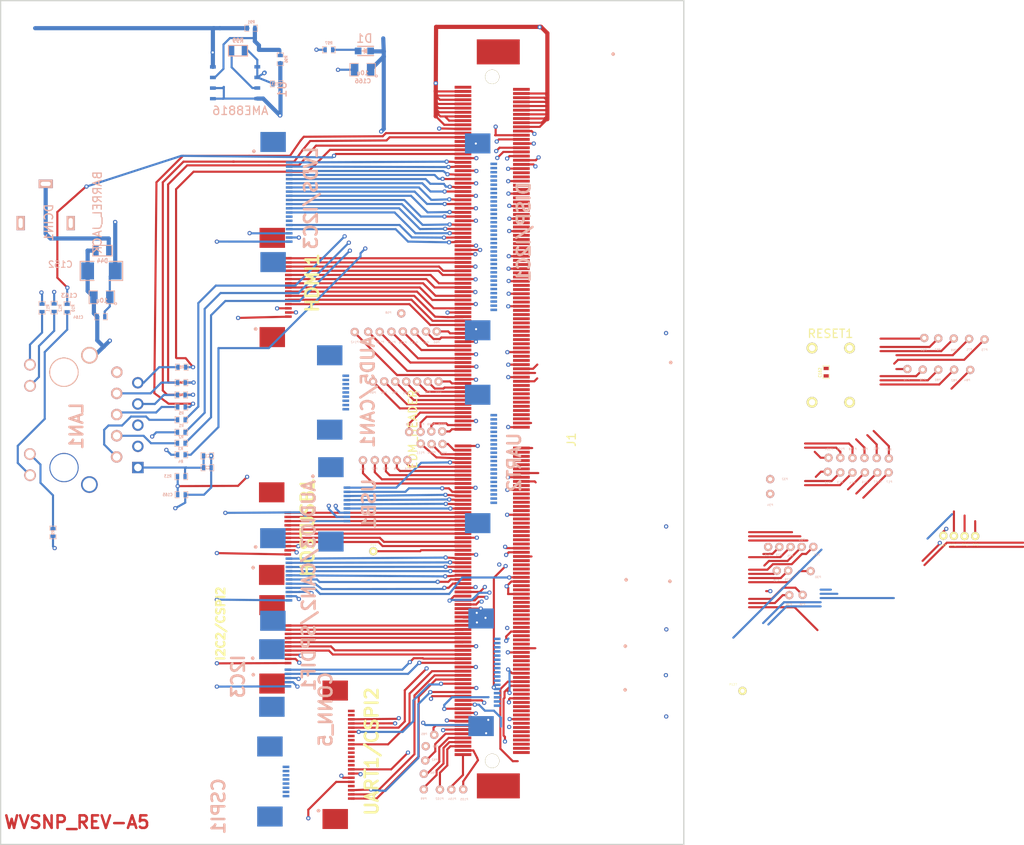
<source format=kicad_pcb>
(kicad_pcb (version 4) (host pcbnew "(2015-09-17 BZR 6202)-product")
  (layers (0 F.Cu signal) (1 Inner2.Cu signal) (2 Inner1.Cu signal) (31 B.Cu signal) (34 B.Paste user hide) (35 F.Paste user hide) (36 B.SilkS user) (37 F.SilkS user) (38 B.Mask user hide) (39 F.Mask user) (44 Edge.Cuts user))
  (net 0 "")
  (net 1 +3.3V)
  (net 2 +5V)
  (net 3 /EXCDA_nPREST)
  (net 4 /GND_DRAIN1)
  (net 5 /HDMI1_CAD)
  (net 6 /MNF10)
  (net 7 /MNF11)
  (net 8 /MNF12)
  (net 9 /MNF13_WATCHDOG)
  (net 10 /MNF7)
  (net 11 /MNF8)
  (net 12 /MNF9)
  (net 13 /PCIEA_CLKN)
  (net 14 /PCIEA_CLKP)
  (net 15 /PCIEA_RXN)
  (net 16 /PCIEA_RXP)
  (net 17 /PCIEA_TXN)
  (net 18 /PCIEA_TXP)
  (net 19 /PCIEB_CLKN)
  (net 20 /PCIEB_CLKP)
  (net 21 /PCIEB_RXN)
  (net 22 /PCIEB_RXP)
  (net 23 /PCIEB_TXN)
  (net 24 /PCIEB_TXP)
  (net 25 /PCIE_CLK_OEA)
  (net 26 /PCIE_CLK_OEB)
  (net 27 /PCIE_nRST)
  (net 28 /PCIE_nWAKE)
  (net 29 /PWR_BTN)
  (net 30 /RSVD1)
  (net 31 /R_NANDF_A1)
  (net 32 /R_NANDF_A10)
  (net 33 /R_NANDF_A2)
  (net 34 /R_NANDF_A3)
  (net 35 /R_NANDF_A4)
  (net 36 /R_NANDF_A5)
  (net 37 /R_NANDF_A6)
  (net 38 /R_NANDF_A7)
  (net 39 /R_NANDF_A8)
  (net 40 /R_NANDF_A9)
  (net 41 /R_NANDF_ALE)
  (net 42 /R_NANDF_CLE)
  (net 43 /R_NANDF_CS0)
  (net 44 /R_NANDF_CS1)
  (net 45 /R_NANDF_CS2)
  (net 46 /R_NANDF_CS3)
  (net 47 /R_NANDF_CS4)
  (net 48 /R_NANDF_D0)
  (net 49 /R_NANDF_D1)
  (net 50 /R_NANDF_D10)
  (net 51 /R_NANDF_D11)
  (net 52 /R_NANDF_D12)
  (net 53 /R_NANDF_D13)
  (net 54 /R_NANDF_D14)
  (net 55 /R_NANDF_D15)
  (net 56 /R_NANDF_D2)
  (net 57 /R_NANDF_D3)
  (net 58 /R_NANDF_D4)
  (net 59 /R_NANDF_D5)
  (net 60 /R_NANDF_D6)
  (net 61 /R_NANDF_D7)
  (net 62 /R_NANDF_D8)
  (net 63 /R_NANDF_D9)
  (net 64 /R_NANDF_RB0)
  (net 65 /R_NANDF_RE)
  (net 66 /R_NANDF_WE)
  (net 67 /R_NANDF_WP)
  (net 68 /SATA1_RXN)
  (net 69 /SATA1_RXP)
  (net 70 /SATA1_TXN)
  (net 71 /SATA1_TXP)
  (net 72 /StdB1_SSRXN)
  (net 73 /StdB1_SSRXP)
  (net 74 /StdB1_SSTXN)
  (net 75 /StdB1_SSTXP)
  (net 76 /USB_H1_VBUS)
  (net 77 /USB_HUB_RESET_B)
  (net 78 /VCC_RTC)
  (net 79 AUD3_RXD)
  (net 80 AUD3_TXC)
  (net 81 AUD3_TXD)
  (net 82 AUD3_TXFS)
  (net 83 AUD5_RXD)
  (net 84 AUD5_TXC)
  (net 85 AUD5_TXD)
  (net 86 AUD5_TXFS)
  (net 87 AUDIO_CLK)
  (net 88 AUX_5V_EN)
  (net 89 CAN1n)
  (net 90 CAN1p)
  (net 91 CAN2n)
  (net 92 CAN2p)
  (net 93 CSPI1_CS0)
  (net 94 CSPI1_CS1)
  (net 95 CSPI1_MISO)
  (net 96 CSPI1_MOSI)
  (net 97 CSPI1_SCLK)
  (net 98 CSPI2_CS0)
  (net 99 CSPI2_CS1)
  (net 100 CSPI2_MISO)
  (net 101 CSPI2_MOSI)
  (net 102 CSPI2_SCLK)
  (net 103 DDC_SCL)
  (net 104 DDC_SDA)
  (net 105 DISP0_BKLEN)
  (net 106 DISP0_CLK)
  (net 107 DISP0_CNTRST)
  (net 108 DISP0_DAT0)
  (net 109 DISP0_DAT1)
  (net 110 DISP0_DAT10)
  (net 111 DISP0_DAT11)
  (net 112 DISP0_DAT12)
  (net 113 DISP0_DAT13)
  (net 114 DISP0_DAT14)
  (net 115 DISP0_DAT15)
  (net 116 DISP0_DAT16)
  (net 117 DISP0_DAT17)
  (net 118 DISP0_DAT18)
  (net 119 DISP0_DAT19)
  (net 120 DISP0_DAT2)
  (net 121 DISP0_DAT20)
  (net 122 DISP0_DAT21)
  (net 123 DISP0_DAT22)
  (net 124 DISP0_DAT23)
  (net 125 DISP0_DAT3)
  (net 126 DISP0_DAT4)
  (net 127 DISP0_DAT5)
  (net 128 DISP0_DAT6)
  (net 129 DISP0_DAT7)
  (net 130 DISP0_DAT8)
  (net 131 DISP0_DAT9)
  (net 132 DISP0_DRDY)
  (net 133 DISP0_HSYNC)
  (net 134 DISP0_VDDEN)
  (net 135 DISP0_VSYNC)
  (net 136 ETHER1_D0N)
  (net 137 ETHER1_D0P)
  (net 138 ETHER1_D1N)
  (net 139 ETHER1_D1P)
  (net 140 ETHER1_D2N)
  (net 141 ETHER1_D2P)
  (net 142 ETHER1_D3N)
  (net 143 ETHER1_D3P)
  (net 144 GND)
  (net 145 GND_DRAIN2)
  (net 146 GPIO1_24)
  (net 147 GPIO3_11)
  (net 148 GPIO3_12)
  (net 149 GPIO3_26)
  (net 150 GPIO3_27)
  (net 151 GPIO3_8)
  (net 152 GPIO6_1)
  (net 153 GPIO6_31)
  (net 154 GPIO7_8)
  (net 155 GPIO_19)
  (net 156 GPIO_1_CLK0)
  (net 157 HDMI1_CEC)
  (net 158 HDMI1_HPD)
  (net 159 HDMI_CLKM)
  (net 160 HDMI_CLKP)
  (net 161 HDMI_D0M)
  (net 162 HDMI_D0P)
  (net 163 HDMI_D1M)
  (net 164 HDMI_D1P)
  (net 165 HDMI_D2M)
  (net 166 HDMI_D2P)
  (net 167 I2C1_SCL)
  (net 168 I2C1_SDA)
  (net 169 I2C2_SCL)
  (net 170 I2C2_SDA)
  (net 171 I2C3_SCL)
  (net 172 I2C3_SDA)
  (net 173 LED1_ACT)
  (net 174 LED1_nLINK100)
  (net 175 LED1_nLINK1000)
  (net 176 LVDS0_BLT_CTRL)
  (net 177 LVDS0_CLK_N)
  (net 178 LVDS0_CLK_P)
  (net 179 LVDS0_EN)
  (net 180 LVDS0_TX0_N)
  (net 181 LVDS0_TX0_P)
  (net 182 LVDS0_TX1_N)
  (net 183 LVDS0_TX1_P)
  (net 184 LVDS0_TX2_N)
  (net 185 LVDS0_TX2_P)
  (net 186 LVDS0_TX3_N)
  (net 187 LVDS0_TX3_P)
  (net 188 LVDS0_VDDEN)
  (net 189 N-00000145)
  (net 190 N-00000154)
  (net 191 N-00000155)
  (net 192 N-00000156)
  (net 193 N-00000157)
  (net 194 N-00000158)
  (net 195 N-00000159)
  (net 196 N-00000160)
  (net 197 N-00000166)
  (net 198 N-00000167)
  (net 199 N-00000168)
  (net 200 N-00000169)
  (net 201 N-00000187)
  (net 202 N-00000189)
  (net 203 N-00000190)
  (net 204 N-00000191)
  (net 205 N-00000193)
  (net 206 S3)
  (net 207 S5)
  (net 208 SD1_CD)
  (net 209 SD1_CLK)
  (net 210 SD1_CMD)
  (net 211 SD1_DATA0)
  (net 212 SD1_DATA1)
  (net 213 SD1_DATA2)
  (net 214 SD1_DATA3)
  (net 215 SD1_DATA4)
  (net 216 SD1_DATA5)
  (net 217 SD1_DATA6)
  (net 218 SD1_DATA7)
  (net 219 SD1_LED)
  (net 220 SD1_PWREN)
  (net 221 SD1_WP)
  (net 222 SPDIF_OUT)
  (net 223 StdB2_SSRXN)
  (net 224 StdB2_SSRXP)
  (net 225 StdB2_SSTXN)
  (net 226 StdB2_SSTXP)
  (net 227 UART1_CTS)
  (net 228 UART1_RTS)
  (net 229 UART1_RXD)
  (net 230 UART1_TXD)
  (net 231 UART2_CTS)
  (net 232 UART2_DCD)
  (net 233 UART2_DSR)
  (net 234 UART2_DTR)
  (net 235 UART2_RTS)
  (net 236 UART2_RXD)
  (net 237 UART2_TXD)
  (net 238 USB_H1_OC)
  (net 239 USB_HOST_DN)
  (net 240 USB_HOST_DP)
  (net 241 USB_OTG_DN)
  (net 242 USB_OTG_DP)
  (net 243 USB_OTG_ID)
  (net 244 USB_OTG_OC)
  (net 245 USB_OTG_PWR_EN)
  (net 246 USB_OTG_VBUS)
  (net 247 eDP0_HPD)
  (net 248 eDP0_SELF_TEST)
  (net 249 nRESET_BTN)
  (module Wand_15_FFC_Conn (layer F.Cu) (at 239.45 134.29 270)
    (fp_text reference HDMI1 (at 0.7 -2.87 270) (layer F.SilkS) (effects (font (thickness 0.3048))))
    (fp_text value CONN_15 hide)
    (pad 14 smd rect (at -1.7488 0 270) (size 0.29972 0.8001) (layers F.Cu F.Paste F.Mask) (net 159 HDMI_CLKM) (clearance 0.06604))
    (pad 11 smd rect (at -0.2502 0 270) (size 0.29972 0.8001) (layers F.Cu F.Paste F.Mask) (net 164 HDMI_D1P) (clearance 0.06604))
    (pad 13 smd rect (at -1.25096 0 270) (size 0.29972 0.8001) (layers F.Cu F.Paste F.Mask) (net 162 HDMI_D0P) (clearance 0.06604))
    (pad 12 smd rect (at -0.75058 0 270) (size 0.29972 0.8001) (layers F.Cu F.Paste F.Mask) (net 161 HDMI_D0M) (clearance 0.06604))
    (pad "" smd rect (at 7.2009 1.92532 270) (size 2.4003 3.05054) (layers F.Cu F.Paste F.Mask))
    (pad 15 smd rect (at -2.25056 0 270) (size 0.29972 0.8001) (layers F.Cu F.Paste F.Mask) (net 160 HDMI_CLKP) (clearance 0.06604))
    (pad 2 smd rect (at 4.24942 0 270) (size 0.29972 0.8001) (layers F.Cu F.Paste F.Mask) (net 144 GND) (clearance 0.06604))
    (pad 3 smd rect (at 3.74904 0 270) (size 0.29972 0.8001) (layers F.Cu F.Paste F.Mask) (net 1 +3.3V) (clearance 0.06604))
    (pad 1 smd rect (at 4.7498 0 270) (size 0.29972 0.8001) (layers F.Cu F.Paste F.Mask) (net 2 +5V) (clearance 0.06604))
    (pad 5 smd rect (at 2.75082 0 270) (size 0.29972 0.8001) (layers F.Cu F.Paste F.Mask) (net 103 DDC_SCL) (clearance 0.06604))
    (pad 4 smd rect (at 3.2512 0 270) (size 0.29972 0.8001) (layers F.Cu F.Paste F.Mask) (net 104 DDC_SDA) (clearance 0.06604))
    (pad 10 smd rect (at 0.24892 0 270) (size 0.29972 0.8001) (layers F.Cu F.Paste F.Mask) (net 163 HDMI_D1M) (clearance 0.06604))
    (pad 9 smd rect (at 0.7493 0 270) (size 0.29972 0.8001) (layers F.Cu F.Paste F.Mask) (net 166 HDMI_D2P) (clearance 0.06604))
    (pad 6 smd rect (at 2.25044 0 270) (size 0.29972 0.8001) (layers F.Cu F.Paste F.Mask) (net 157 HDMI1_CEC) (clearance 0.06604))
    (pad 7 smd rect (at 1.75006 0 270) (size 0.29972 0.8001) (layers F.Cu F.Paste F.Mask) (net 158 HDMI1_HPD) (clearance 0.06604))
    (pad 8 smd rect (at 1.24968 0 270) (size 0.29972 0.8001) (layers F.Cu F.Paste F.Mask) (net 165 HDMI_D2M) (clearance 0.06604))
    (pad "" smd rect (at -4.69912 1.92532 270) (size 2.4003 3.05054) (layers F.Cu F.Paste F.Mask))
  )
  (module Wand_10_FFC_Conn (layer F.Cu) (at 239.42 175.82 270)
    (fp_text reference I2C2/CSPI2 (at 0.0254 8.0772 270) (layer F.SilkS) (effects (font (thickness 0.25))))
    (fp_text value CONN_10 hide)
    (pad "" smd rect (at 7.2009 1.92532 270) (size 2.4003 3.05054) (layers F.Cu F.Paste F.Mask))
    (pad 10 smd rect (at 0.24944 0 270) (size 0.29972 0.8001) (layers F.Cu F.Paste F.Mask) (net 101 CSPI2_MOSI) (clearance 0.06604))
    (pad 2 smd rect (at 4.24942 0 270) (size 0.29972 0.8001) (layers F.Cu F.Paste F.Mask) (net 144 GND) (clearance 0.06604))
    (pad 3 smd rect (at 3.74904 0 270) (size 0.29972 0.8001) (layers F.Cu F.Paste F.Mask) (net 1 +3.3V) (clearance 0.06604))
    (pad 1 smd rect (at 4.7498 0 270) (size 0.29972 0.8001) (layers F.Cu F.Paste F.Mask) (net 2 +5V) (clearance 0.06604))
    (pad 5 smd rect (at 2.75082 0 270) (size 0.29972 0.8001) (layers F.Cu F.Paste F.Mask) (net 169 I2C2_SCL) (clearance 0.06604))
    (pad 4 smd rect (at 3.2512 0 270) (size 0.29972 0.8001) (layers F.Cu F.Paste F.Mask) (net 170 I2C2_SDA) (clearance 0.06604))
    (pad 9 smd rect (at 0.7493 0 270) (size 0.29972 0.8001) (layers F.Cu F.Paste F.Mask) (net 100 CSPI2_MISO) (clearance 0.06604))
    (pad 6 smd rect (at 2.25044 0 270) (size 0.29972 0.8001) (layers F.Cu F.Paste F.Mask) (net 99 CSPI2_CS1) (clearance 0.06604))
    (pad 7 smd rect (at 1.75006 0 270) (size 0.29972 0.8001) (layers F.Cu F.Paste F.Mask) (net 98 CSPI2_CS0) (clearance 0.06604))
    (pad 8 smd rect (at 1.24968 0 270) (size 0.29972 0.8001) (layers F.Cu F.Paste F.Mask) (net 102 CSPI2_SCLK) (clearance 0.06604))
    (pad "" smd rect (at -2.19912 1.92532 270) (size 2.4003 3.05054) (layers F.Cu F.Paste F.Mask))
  )
  (module TEST_POINT (layer B.Cu) (at 299.3296 169.4852)
    (fp_text reference P29 (at -0.05 1.08) (layer B.SilkS) (effects (font (size 0.25 0.25) (thickness 0.000001)) (justify mirror)))
    (fp_text value TST hide)
    (pad 1 thru_hole circle (at 0 0) (size 1 1) (drill 0.5) (layers *.Cu *.Mask B.SilkS) (net 63 /R_NANDF_D9))
  )
  (module TEST_POINT (layer B.Cu) (at 297.9696 169.4952)
    (fp_text reference P28 (at -0.04 1.17) (layer B.SilkS) (effects (font (size 0.25 0.25) (thickness 0.000001)) (justify mirror)))
    (fp_text value TST hide)
    (pad 1 thru_hole circle (at 0 0) (size 1 1) (drill 0.5) (layers *.Cu *.Mask B.SilkS) (net 50 /R_NANDF_D10))
  )
  (module TEST_POINT (layer B.Cu) (at 300.9496 166.6352)
    (fp_text reference P26 (at 0.03 -0.87) (layer B.SilkS) (effects (font (size 0.25 0.25) (thickness 0.000001)) (justify mirror)))
    (fp_text value TST hide)
    (pad 1 thru_hole circle (at 0 0) (size 1 1) (drill 0.5) (layers *.Cu *.Mask B.SilkS) (net 52 /R_NANDF_D12))
  )
  (module TEST_POINT (layer B.Cu) (at 302.3496 166.6352)
    (fp_text reference P27 (at 0.42 0.96) (layer B.SilkS) (effects (font (size 0.25 0.25) (thickness 0.000001)) (justify mirror)))
    (fp_text value TST hide)
    (pad 1 thru_hole circle (at 0 0) (size 1 1) (drill 0.5) (layers *.Cu *.Mask B.SilkS) (net 51 /R_NANDF_D11))
  )
  (module TEST_POINT (layer B.Cu) (at 301.0596 172.3952)
    (fp_text reference P36 (at -0.02 1.14) (layer B.SilkS) (effects (font (size 0.25 0.25) (thickness 0.000001)) (justify mirror)))
    (fp_text value TST hide)
    (pad 1 thru_hole circle (at 0 0) (size 1 1) (drill 0.5) (layers *.Cu *.Mask B.SilkS) (net 59 /R_NANDF_D5))
  )
  (module TEST_POINT (layer B.Cu) (at 302.0196 169.5452)
    (fp_text reference P30 (at 0.89 0.72) (layer B.SilkS) (effects (font (size 0.25 0.25) (thickness 0.000001)) (justify mirror)))
    (fp_text value TST hide)
    (pad 1 thru_hole circle (at 0 0) (size 1 1) (drill 0.5) (layers *.Cu *.Mask B.SilkS) (net 62 /R_NANDF_D8))
  )
  (module TEST_POINT (layer B.Cu) (at 252.98 138.65)
    (fp_text reference P58 (at -1.54 -0.09) (layer B.SilkS) (effects (font (size 0.25 0.25) (thickness 0.000001)) (justify mirror)))
    (fp_text value TST hide)
    (pad 1 thru_hole circle (at 0 0) (size 1 1) (drill 0.5) (layers *.Cu *.Mask B.SilkS) (net 5 /HDMI1_CAD))
  )
  (module TEST_POINT (layer B.Cu) (at 297.1744 160.2808)
    (fp_text reference P34 (at 0 1.33) (layer B.SilkS) (effects (font (size 0.25 0.25) (thickness 0.000001)) (justify mirror)))
    (fp_text value TST hide)
    (pad 1 thru_hole circle (at 0 0) (size 1 1) (drill 0.5) (layers *.Cu *.Mask B.SilkS) (net 60 /R_NANDF_D6))
  )
  (module TEST_POINT (layer B.Cu) (at 299.6196 166.6452)
    (fp_text reference P25 (at -0.02 1.08) (layer B.SilkS) (effects (font (size 0.25 0.25) (thickness 0.000001)) (justify mirror)))
    (fp_text value TST hide)
    (pad 1 thru_hole circle (at 0 0) (size 1 1) (drill 0.5) (layers *.Cu *.Mask B.SilkS) (net 53 /R_NANDF_D13))
  )
  (module TEST_POINT (layer B.Cu) (at 298.2796 166.6452)
    (fp_text reference P23 (at -0.03 0.97) (layer B.SilkS) (effects (font (size 0.25 0.25) (thickness 0.000001)) (justify mirror)))
    (fp_text value TST hide)
    (pad 1 thru_hole circle (at 0 0) (size 1 1) (drill 0.5) (layers *.Cu *.Mask B.SilkS) (net 54 /R_NANDF_D14))
  )
  (module TEST_POINT (layer B.Cu) (at 296.9296 166.6352)
    (fp_text reference P19 (at -0.02 0.98) (layer B.SilkS) (effects (font (size 0.25 0.25) (thickness 0.000001)) (justify mirror)))
    (fp_text value TST hide)
    (pad 1 thru_hole circle (at 0 0) (size 1 1) (drill 0.5) (layers *.Cu *.Mask B.SilkS) (net 55 /R_NANDF_D15))
  )
  (module TEST_POINT (layer B.Cu) (at 311.3652 157.7144)
    (fp_text reference P17 (at 0.09 1.13) (layer B.SilkS) (effects (font (size 0.25 0.25) (thickness 0.000001)) (justify mirror)))
    (fp_text value TST hide)
    (pad 1 thru_hole circle (at 0 0) (size 1 1) (drill 0.5) (layers *.Cu *.Mask B.SilkS) (net 31 /R_NANDF_A1))
  )
  (module TEST_POINT (layer B.Cu) (at 310.0052 157.7344)
    (fp_text reference P157 (at 0.06 1.1) (layer B.SilkS) (effects (font (size 0.25 0.25) (thickness 0.000001)) (justify mirror)))
    (fp_text value TST hide)
    (pad 1 thru_hole circle (at 0 0) (size 1 1) (drill 0.5) (layers *.Cu *.Mask B.SilkS) (net 33 /R_NANDF_A2))
  )
  (module TEST_POINT (layer B.Cu) (at 308.5252 157.7144)
    (fp_text reference P15 (at -0.01 1.16) (layer B.SilkS) (effects (font (size 0.25 0.25) (thickness 0.000001)) (justify mirror)))
    (fp_text value TST hide)
    (pad 1 thru_hole circle (at 0 0) (size 1 1) (drill 0.5) (layers *.Cu *.Mask B.SilkS) (net 34 /R_NANDF_A3))
  )
  (module TEST_POINT (layer B.Cu) (at 307.0352 157.7344)
    (fp_text reference P14 (at 0 1.22) (layer B.SilkS) (effects (font (size 0.25 0.25) (thickness 0.000001)) (justify mirror)))
    (fp_text value TST hide)
    (pad 1 thru_hole circle (at 0 0) (size 1 1) (drill 0.5) (layers *.Cu *.Mask B.SilkS) (net 35 /R_NANDF_A4))
  )
  (module TEST_POINT (layer B.Cu) (at 305.5752 157.7144)
    (fp_text reference P13 (at -0.02 1.19) (layer B.SilkS) (effects (font (size 0.25 0.25) (thickness 0.000001)) (justify mirror)))
    (fp_text value TST hide)
    (pad 1 thru_hole circle (at 0 0) (size 1 1) (drill 0.5) (layers *.Cu *.Mask B.SilkS) (net 36 /R_NANDF_A5))
  )
  (module TEST_POINT (layer B.Cu) (at 256.61 154.31)
    (fp_text reference P996 (at 0 1.02) (layer B.SilkS) (effects (font (size 0.25 0.25) (thickness 0.000001)) (justify mirror)))
    (fp_text value TST hide)
    (pad 1 thru_hole circle (at 0 0) (size 1 1) (drill 0.5) (layers *.Cu *.Mask B.SilkS) (net 70 /SATA1_TXN))
  )
  (module TEST_POINT (layer B.Cu) (at 257.92 154.31)
    (fp_text reference P997 (at 0.06 1.08) (layer B.SilkS) (effects (font (size 0.25 0.25) (thickness 0.000001)) (justify mirror)))
    (fp_text value TST hide)
    (pad 1 thru_hole circle (at 0 0) (size 1 1) (drill 0.5) (layers *.Cu *.Mask B.SilkS) (net 71 /SATA1_TXP))
  )
  (module TEST_POINT (layer B.Cu) (at 257.88 152.8)
    (fp_text reference P998 (at 0.01 -0.84) (layer B.SilkS) (effects (font (size 0.25 0.25) (thickness 0.000001)) (justify mirror)))
    (fp_text value TST hide)
    (pad 1 thru_hole circle (at 0 0) (size 1 1) (drill 0.5) (layers *.Cu *.Mask B.SilkS) (net 68 /SATA1_RXN))
  )
  (module TEST_POINT (layer B.Cu) (at 256.58 152.8)
    (fp_text reference P999 (at -0.01 -0.85) (layer B.SilkS) (effects (font (size 0.25 0.25) (thickness 0.000001)) (justify mirror)))
    (fp_text value TST hide)
    (pad 1 thru_hole circle (at 0 0) (size 1 1) (drill 0.5) (layers *.Cu *.Mask B.SilkS) (net 69 /SATA1_RXP))
  )
  (module TEST_POINT (layer B.Cu) (at 297.1744 158.5208)
    (fp_text reference P32 (at 1.77 0) (layer B.SilkS) (effects (font (size 0.25 0.25) (thickness 0.000001)) (justify mirror)))
    (fp_text value TST hide)
    (pad 1 thru_hole circle (at 0 0) (size 1 1) (drill 0.5) (layers *.Cu *.Mask B.SilkS) (net 61 /R_NANDF_D7))
  )
  (module TEST_POINT (layer B.Cu) (at 299.4696 172.4252)
    (fp_text reference P38 (at -0.02 1.13) (layer B.SilkS) (effects (font (size 0.25 0.25) (thickness 0.000001)) (justify mirror)))
    (fp_text value TST hide)
    (pad 1 thru_hole circle (at 0 0) (size 1 1) (drill 0.5) (layers *.Cu *.Mask B.SilkS) (net 58 /R_NANDF_D4))
  )
  (module TEST_POINT (layer F.Cu) (at 293.8588 183.9032)
    (fp_text reference P127 (at -1.12 -0.76) (layer F.SilkS) (effects (font (size 0.25 0.25) (thickness 0.000001))))
    (fp_text value TST hide)
    (pad 1 thru_hole circle (at 0 0) (size 1 1) (drill 0.5) (layers *.Cu *.Mask F.SilkS) (net 29 /PWR_BTN))
  )
  (module TEST_POINT (layer F.Cu) (at 317.9272 165.2996)
    (fp_text reference P43 (at -0.04 1.17) (layer F.SilkS) (effects (font (size 0.25 0.25) (thickness 0.000001))))
    (fp_text value TST hide)
    (pad 1 thru_hole circle (at 0 0) (size 1 1) (drill 0.5) (layers *.Cu *.Mask F.SilkS) (net 48 /R_NANDF_D0))
  )
  (module TEST_POINT (layer F.Cu) (at 319.1872 165.3196)
    (fp_text reference P42 (at -0.06 1.09) (layer F.SilkS) (effects (font (size 0.25 0.25) (thickness 0.000001))))
    (fp_text value TST hide)
    (pad 1 thru_hole circle (at 0 0) (size 1 1) (drill 0.5) (layers *.Cu *.Mask F.SilkS) (net 49 /R_NANDF_D1))
  )
  (module TEST_POINT (layer F.Cu) (at 320.4672 165.3496)
    (fp_text reference P41 (at 0.06 1.04) (layer F.SilkS) (effects (font (size 0.25 0.25) (thickness 0.000001))))
    (fp_text value TST hide)
    (pad 1 thru_hole circle (at 0 0) (size 1 1) (drill 0.5) (layers *.Cu *.Mask F.SilkS) (net 56 /R_NANDF_D2))
  )
  (module TEST_POINT (layer F.Cu) (at 321.7372 165.3496)
    (fp_text reference P40 (at 0.05 1.04) (layer F.SilkS) (effects (font (size 0.25 0.25) (thickness 0.000001))))
    (fp_text value TST hide)
    (pad 1 thru_hole circle (at 0 0) (size 1 1) (drill 0.5) (layers *.Cu *.Mask F.SilkS) (net 57 /R_NANDF_D3))
  )
  (module TEST_POINT (layer B.Cu) (at 304.0652 157.6344)
    (fp_text reference P12 (at -0.01 1.31) (layer B.SilkS) (effects (font (size 0.25 0.25) (thickness 0.000001)) (justify mirror)))
    (fp_text value TST hide)
    (pad 1 thru_hole circle (at 0 0) (size 1 1) (drill 0.5) (layers *.Cu *.Mask B.SilkS) (net 37 /R_NANDF_A6))
  )
  (module TEST_POINT (layer F.Cu) (at 249.63 167.16)
    (fp_text reference P44 (at 0 -0.75) (layer F.SilkS) (effects (font (size 0.25 0.25) (thickness 0.000001))))
    (fp_text value TST hide)
    (pad 1 thru_hole circle (at 0 0) (size 1 1) (drill 0.5) (layers *.Cu *.Mask F.SilkS) (net 76 /USB_H1_VBUS))
  )
  (module TEST_POINT (layer B.Cu) (at 248.39 156.26)
    (fp_text reference P24 (at -0.02 1.08) (layer B.SilkS) (effects (font (size 0.25 0.25) (thickness 0.000001)) (justify mirror)))
    (fp_text value TST hide)
    (pad 1 thru_hole circle (at 0 0) (size 1 1) (drill 0.5) (layers *.Cu *.Mask B.SilkS) (net 74 /StdB1_SSTXN))
  )
  (module TEST_POINT (layer B.Cu) (at 249.81 156.25)
    (fp_text reference P22 (at -0.01 1.03) (layer B.SilkS) (effects (font (size 0.25 0.25) (thickness 0.000001)) (justify mirror)))
    (fp_text value TST hide)
    (pad 1 thru_hole circle (at 0 0) (size 1 1) (drill 0.5) (layers *.Cu *.Mask B.SilkS) (net 75 /StdB1_SSTXP))
  )
  (module TEST_POINT (layer B.Cu) (at 251.14 156.24)
    (fp_text reference P20 (at -0.01 1.03) (layer B.SilkS) (effects (font (size 0.25 0.25) (thickness 0.000001)) (justify mirror)))
    (fp_text value TST hide)
    (pad 1 thru_hole circle (at 0 0) (size 1 1) (drill 0.5) (layers *.Cu *.Mask B.SilkS) (net 4 /GND_DRAIN1))
  )
  (module TEST_POINT (layer B.Cu) (at 252.45 156.25)
    (fp_text reference P18 (at -0.01 1.03) (layer B.SilkS) (effects (font (size 0.25 0.25) (thickness 0.000001)) (justify mirror)))
    (fp_text value TST hide)
    (pad 1 thru_hole circle (at 0 0) (size 1 1) (drill 0.5) (layers *.Cu *.Mask B.SilkS) (net 72 /StdB1_SSRXN))
  )
  (module TEST_POINT (layer B.Cu) (at 253.72 156.23)
    (fp_text reference P16 (at 0.02 1.05) (layer B.SilkS) (effects (font (size 0.25 0.25) (thickness 0.000001)) (justify mirror)))
    (fp_text value TST hide)
    (pad 1 thru_hole circle (at 0 0) (size 1 1) (drill 0.5) (layers *.Cu *.Mask B.SilkS) (net 73 /StdB1_SSRXP))
  )
  (module TEST_POINT (layer B.Cu) (at 255.3 154.27)
    (fp_text reference P111 (at -0.02 1.09) (layer B.SilkS) (effects (font (size 0.25 0.25) (thickness 0.000001)) (justify mirror)))
    (fp_text value TST hide)
    (pad 1 thru_hole circle (at 0 0) (size 1 1) (drill 0.5) (layers *.Cu *.Mask B.SilkS) (net 77 /USB_HUB_RESET_B))
  )
  (module TEST_POINT (layer B.Cu) (at 255.29 152.85)
    (fp_text reference P143 (at -0.02 -0.91) (layer B.SilkS) (effects (font (size 0.25 0.25) (thickness 0.000001)) (justify mirror)))
    (fp_text value TST hide)
    (pad 1 thru_hole circle (at 0 0) (size 1 1) (drill 0.5) (layers *.Cu *.Mask B.SilkS) (net 27 /PCIE_nRST))
  )
  (module TEST_POINT (layer B.Cu) (at 253.92 152.87)
    (fp_text reference P98 (at -0.02 -0.91) (layer B.SilkS) (effects (font (size 0.25 0.25) (thickness 0.000001)) (justify mirror)))
    (fp_text value TST hide)
    (pad 1 thru_hole circle (at 0 0) (size 1 1) (drill 0.5) (layers *.Cu *.Mask B.SilkS) (net 28 /PCIE_nWAKE))
  )
  (module TEST_POINT (layer B.Cu) (at 249.59 146.82)
    (fp_text reference P94 (at 0 1.34) (layer B.SilkS) (effects (font (size 0.25 0.25) (thickness 0.000001)) (justify mirror)))
    (fp_text value TST hide)
    (pad 1 thru_hole circle (at 0 0) (size 1 1) (drill 0.5) (layers *.Cu *.Mask B.SilkS) (net 26 /PCIE_CLK_OEB))
  )
  (module TEST_POINT (layer B.Cu) (at 250.93 146.8)
    (fp_text reference P90 (at -0.02 1.36) (layer B.SilkS) (effects (font (size 0.25 0.25) (thickness 0.000001)) (justify mirror)))
    (fp_text value TST hide)
    (pad 1 thru_hole circle (at 0 0) (size 1 1) (drill 0.5) (layers *.Cu *.Mask B.SilkS) (net 25 /PCIE_CLK_OEA))
  )
  (module TEST_POINT (layer B.Cu) (at 252.25 146.81)
    (fp_text reference P86 (at -0.02 1.33) (layer B.SilkS) (effects (font (size 0.25 0.25) (thickness 0.000001)) (justify mirror)))
    (fp_text value TST hide)
    (pad 1 thru_hole circle (at 0 0) (size 1 1) (drill 0.5) (layers *.Cu *.Mask B.SilkS) (net 21 /PCIEB_RXN))
  )
  (module TEST_POINT (layer B.Cu) (at 253.57 146.82)
    (fp_text reference P83 (at -0.01 1.36) (layer B.SilkS) (effects (font (size 0.25 0.25) (thickness 0.000001)) (justify mirror)))
    (fp_text value TST hide)
    (pad 1 thru_hole circle (at 0 0) (size 1 1) (drill 0.5) (layers *.Cu *.Mask B.SilkS) (net 22 /PCIEB_RXP))
  )
  (module TEST_POINT (layer B.Cu) (at 254.87 146.82)
    (fp_text reference P81 (at -0.03 1.32) (layer B.SilkS) (effects (font (size 0.25 0.25) (thickness 0.000001)) (justify mirror)))
    (fp_text value TST hide)
    (pad 1 thru_hole circle (at 0 0) (size 1 1) (drill 0.5) (layers *.Cu *.Mask B.SilkS) (net 3 /EXCDA_nPREST))
  )
  (module TEST_POINT (layer B.Cu) (at 256.16 146.83)
    (fp_text reference P79 (at 0 1.3) (layer B.SilkS) (effects (font (size 0.25 0.25) (thickness 0.000001)) (justify mirror)))
    (fp_text value TST hide)
    (pad 1 thru_hole circle (at 0 0) (size 1 1) (drill 0.5) (layers *.Cu *.Mask B.SilkS) (net 23 /PCIEB_TXN))
  )
  (module TEST_POINT (layer B.Cu) (at 257.45 146.81)
    (fp_text reference P77 (at 0.01 1.37) (layer B.SilkS) (effects (font (size 0.25 0.25) (thickness 0.000001)) (justify mirror)))
    (fp_text value TST hide)
    (pad 1 thru_hole circle (at 0 0) (size 1 1) (drill 0.5) (layers *.Cu *.Mask B.SilkS) (net 24 /PCIEB_TXP))
  )
  (module TEST_POINT (layer B.Cu) (at 247.4 140.87)
    (fp_text reference P142 (at 0.01 1.21) (layer B.SilkS) (effects (font (size 0.25 0.25) (thickness 0.000001)) (justify mirror)))
    (fp_text value TST hide)
    (pad 1 thru_hole circle (at 0 0) (size 1 1) (drill 0.5) (layers *.Cu *.Mask B.SilkS) (net 15 /PCIEA_RXN))
  )
  (module TEST_POINT (layer B.Cu) (at 249.01 140.85)
    (fp_text reference P141 (at -0.07 1.23) (layer B.SilkS) (effects (font (size 0.25 0.25) (thickness 0.000001)) (justify mirror)))
    (fp_text value TST hide)
    (pad 1 thru_hole circle (at 0 0) (size 1 1) (drill 0.5) (layers *.Cu *.Mask B.SilkS) (net 16 /PCIEA_RXP))
  )
  (module TEST_POINT (layer B.Cu) (at 250.39 140.86)
    (fp_text reference P140 (at 0.06 1.22) (layer B.SilkS) (effects (font (size 0.25 0.25) (thickness 0.000001)) (justify mirror)))
    (fp_text value TST hide)
    (pad 1 thru_hole circle (at 0 0) (size 1 1) (drill 0.5) (layers *.Cu *.Mask B.SilkS) (net 17 /PCIEA_TXN))
  )
  (module TEST_POINT (layer B.Cu) (at 251.8 140.85)
    (fp_text reference P139 (at 0.04 1.27) (layer B.SilkS) (effects (font (size 0.25 0.25) (thickness 0.000001)) (justify mirror)))
    (fp_text value TST hide)
    (pad 1 thru_hole circle (at 0 0) (size 1 1) (drill 0.5) (layers *.Cu *.Mask B.SilkS) (net 18 /PCIEA_TXP))
  )
  (module TEST_POINT (layer B.Cu) (at 253.17 140.82)
    (fp_text reference P138 (at 0 1.33) (layer B.SilkS) (effects (font (size 0.25 0.25) (thickness 0.000001)) (justify mirror)))
    (fp_text value TST hide)
    (pad 1 thru_hole circle (at 0 0) (size 1 1) (drill 0.5) (layers *.Cu *.Mask B.SilkS) (net 13 /PCIEA_CLKN))
  )
  (module TEST_POINT (layer B.Cu) (at 254.57 140.84)
    (fp_text reference P137 (at -0.08 1.33) (layer B.SilkS) (effects (font (size 0.25 0.25) (thickness 0.000001)) (justify mirror)))
    (fp_text value TST hide)
    (pad 1 thru_hole circle (at 0 0) (size 1 1) (drill 0.5) (layers *.Cu *.Mask B.SilkS) (net 14 /PCIEA_CLKP))
  )
  (module TEST_POINT (layer B.Cu) (at 255.94 140.81)
    (fp_text reference P61 (at -0.01 1.34) (layer B.SilkS) (effects (font (size 0.25 0.25) (thickness 0.000001)) (justify mirror)))
    (fp_text value TST hide)
    (pad 1 thru_hole circle (at 0 0) (size 1 1) (drill 0.5) (layers *.Cu *.Mask B.SilkS) (net 19 /PCIEB_CLKN))
  )
  (module TEST_POINT (layer B.Cu) (at 257.23 140.81)
    (fp_text reference P60 (at -0.01 1.31) (layer B.SilkS) (effects (font (size 0.25 0.25) (thickness 0.000001)) (justify mirror)))
    (fp_text value TST hide)
    (pad 1 thru_hole circle (at 0 0) (size 1 1) (drill 0.5) (layers *.Cu *.Mask B.SilkS) (net 20 /PCIEB_CLKP))
  )
  (module TEST_POINT (layer B.Cu) (at 256.92 189.17)
    (fp_text reference P85 (at -1.2 -0.09) (layer B.SilkS) (effects (font (size 0.25 0.25) (thickness 0.000001)) (justify mirror)))
    (fp_text value TST hide)
    (pad 1 thru_hole circle (at 0 0) (size 1 1) (drill 0.5) (layers *.Cu *.Mask B.SilkS) (net 10 /MNF7))
  )
  (module TEST_POINT (layer B.Cu) (at 304.1652 155.9544)
    (fp_text reference P104 (at 0.05 -1.03) (layer B.SilkS) (effects (font (size 0.25 0.25) (thickness 0.000001)) (justify mirror)))
    (fp_text value TST hide)
    (pad 1 thru_hole circle (at 0 0) (size 1 1) (drill 0.5) (layers *.Cu *.Mask B.SilkS) (net 38 /R_NANDF_A7))
  )
  (module TEST_POINT (layer B.Cu) (at 305.5852 155.9544)
    (fp_text reference P101 (at 0.03 -1.06) (layer B.SilkS) (effects (font (size 0.25 0.25) (thickness 0.000001)) (justify mirror)))
    (fp_text value TST hide)
    (pad 1 thru_hole circle (at 0 0) (size 1 1) (drill 0.5) (layers *.Cu *.Mask B.SilkS) (net 39 /R_NANDF_A8))
  )
  (module TEST_POINT (layer B.Cu) (at 307.0352 155.9844)
    (fp_text reference P158 (at 0.03 -1.07) (layer B.SilkS) (effects (font (size 0.25 0.25) (thickness 0.000001)) (justify mirror)))
    (fp_text value TST hide)
    (pad 1 thru_hole circle (at 0 0) (size 1 1) (drill 0.5) (layers *.Cu *.Mask B.SilkS) (net 40 /R_NANDF_A9))
  )
  (module TEST_POINT (layer B.Cu) (at 308.4752 155.9744)
    (fp_text reference P95 (at 0.03 -1.06) (layer B.SilkS) (effects (font (size 0.25 0.25) (thickness 0.000001)) (justify mirror)))
    (fp_text value TST hide)
    (pad 1 thru_hole circle (at 0 0) (size 1 1) (drill 0.5) (layers *.Cu *.Mask B.SilkS) (net 32 /R_NANDF_A10))
  )
  (module TEST_POINT (layer B.Cu) (at 309.9352 155.9944)
    (fp_text reference P91 (at -0.03 -1.14) (layer B.SilkS) (effects (font (size 0.25 0.25) (thickness 0.000001)) (justify mirror)))
    (fp_text value TST hide)
    (pad 1 thru_hole circle (at 0 0) (size 1 1) (drill 0.5) (layers *.Cu *.Mask B.SilkS) (net 30 /RSVD1))
  )
  (module TEST_POINT (layer B.Cu) (at 311.3952 156.0444)
    (fp_text reference P87 (at -0.02 -1.05) (layer B.SilkS) (effects (font (size 0.25 0.25) (thickness 0.000001)) (justify mirror)))
    (fp_text value TST hide)
    (pad 1 thru_hole circle (at 0 0) (size 1 1) (drill 0.5) (layers *.Cu *.Mask B.SilkS) (net 65 /R_NANDF_RE))
  )
  (module TEST_POINT (layer B.Cu) (at 321.1376 145.4224)
    (fp_text reference P84 (at -0.36 1.23) (layer B.SilkS) (effects (font (size 0.25 0.25) (thickness 0.000001)) (justify mirror)))
    (fp_text value TST hide)
    (pad 1 thru_hole circle (at 0 0) (size 1 1) (drill 0.5) (layers *.Cu *.Mask B.SilkS) (net 66 /R_NANDF_WE))
  )
  (module TEST_POINT (layer B.Cu) (at 319.2076 145.4024)
    (fp_text reference P82 (at 0.01 1.28) (layer B.SilkS) (effects (font (size 0.25 0.25) (thickness 0.000001)) (justify mirror)))
    (fp_text value TST hide)
    (pad 1 thru_hole circle (at 0 0) (size 1 1) (drill 0.5) (layers *.Cu *.Mask B.SilkS) (net 41 /R_NANDF_ALE))
  )
  (module TEST_POINT (layer B.Cu) (at 317.3176 145.4024)
    (fp_text reference P80 (at -0.05 1.22) (layer B.SilkS) (effects (font (size 0.25 0.25) (thickness 0.000001)) (justify mirror)))
    (fp_text value TST hide)
    (pad 1 thru_hole circle (at 0 0) (size 1 1) (drill 0.5) (layers *.Cu *.Mask B.SilkS) (net 42 /R_NANDF_CLE))
  )
  (module TEST_POINT (layer B.Cu) (at 315.4576 145.3924)
    (fp_text reference P78 (at 0 1.22) (layer B.SilkS) (effects (font (size 0.25 0.25) (thickness 0.000001)) (justify mirror)))
    (fp_text value TST hide)
    (pad 1 thru_hole circle (at 0 0) (size 1 1) (drill 0.5) (layers *.Cu *.Mask B.SilkS) (net 67 /R_NANDF_WP))
  )
  (module TEST_POINT (layer B.Cu) (at 313.6176 145.3224)
    (fp_text reference P76 (at -0.09 1.26) (layer B.SilkS) (effects (font (size 0.25 0.25) (thickness 0.000001)) (justify mirror)))
    (fp_text value TST hide)
    (pad 1 thru_hole circle (at 0 0) (size 1 1) (drill 0.5) (layers *.Cu *.Mask B.SilkS) (net 64 /R_NANDF_RB0))
  )
  (module TEST_POINT (layer B.Cu) (at 322.8576 141.7724)
    (fp_text reference P73 (at 0 1.25) (layer B.SilkS) (effects (font (size 0.25 0.25) (thickness 0.000001)) (justify mirror)))
    (fp_text value TST hide)
    (pad 1 thru_hole circle (at 0 0) (size 1 1) (drill 0.5) (layers *.Cu *.Mask B.SilkS) (net 47 /R_NANDF_CS4))
  )
  (module TEST_POINT (layer B.Cu) (at 321.0076 141.7024)
    (fp_text reference P71 (at 0.02 1.28) (layer B.SilkS) (effects (font (size 0.25 0.25) (thickness 0.000001)) (justify mirror)))
    (fp_text value TST hide)
    (pad 1 thru_hole circle (at 0 0) (size 1 1) (drill 0.5) (layers *.Cu *.Mask B.SilkS) (net 46 /R_NANDF_CS3))
  )
  (module TEST_POINT (layer B.Cu) (at 255.91 190.53)
    (fp_text reference P88 (at 1.2 0.04) (layer B.SilkS) (effects (font (size 0.25 0.25) (thickness 0.000001)) (justify mirror)))
    (fp_text value TST hide)
    (pad 1 thru_hole circle (at 0 0) (size 1 1) (drill 0.5) (layers *.Cu *.Mask B.SilkS) (net 11 /MNF8))
  )
  (module TEST_POINT (layer B.Cu) (at 255.85 192.25)
    (fp_text reference P92 (at 1.14 -0.09) (layer B.SilkS) (effects (font (size 0.25 0.25) (thickness 0.000001)) (justify mirror)))
    (fp_text value TST hide)
    (pad 1 thru_hole circle (at 0 0) (size 1 1) (drill 0.5) (layers *.Cu *.Mask B.SilkS) (net 12 /MNF9))
  )
  (module TEST_POINT (layer B.Cu) (at 255.68 193.85)
    (fp_text reference P96 (at 1.14 -0.12) (layer B.SilkS) (effects (font (size 0.25 0.25) (thickness 0.000001)) (justify mirror)))
    (fp_text value TST hide)
    (pad 1 thru_hole circle (at 0 0) (size 1 1) (drill 0.5) (layers *.Cu *.Mask B.SilkS) (net 6 /MNF10))
  )
  (module TEST_POINT (layer B.Cu) (at 255.68 195.71)
    (fp_text reference P99 (at -0.01 1.11) (layer B.SilkS) (effects (font (size 0.25 0.25) (thickness 0.000001)) (justify mirror)))
    (fp_text value TST hide)
    (pad 1 thru_hole circle (at 0 0) (size 1 1) (drill 0.5) (layers *.Cu *.Mask B.SilkS) (net 7 /MNF11))
  )
  (module TEST_POINT (layer B.Cu) (at 257.61 195.73)
    (fp_text reference P102 (at -0.04 1.1) (layer B.SilkS) (effects (font (size 0.25 0.25) (thickness 0.000001)) (justify mirror)))
    (fp_text value TST hide)
    (pad 1 thru_hole circle (at 0 0) (size 1 1) (drill 0.5) (layers *.Cu *.Mask B.SilkS) (net 8 /MNF12))
  )
  (module TEST_POINT (layer B.Cu) (at 260.4 195.71)
    (fp_text reference P105 (at 0.12 1.18) (layer B.SilkS) (effects (font (size 0.25 0.25) (thickness 0.000001)) (justify mirror)))
    (fp_text value TST hide)
    (pad 1 thru_hole circle (at 0 0) (size 1 1) (drill 0.5) (layers *.Cu *.Mask B.SilkS) (net 9 /MNF13_WATCHDOG))
  )
  (module TEST_POINT (layer B.Cu) (at 258.98 195.73)
    (fp_text reference P154 (at 0.09 1.12) (layer B.SilkS) (effects (font (size 0.25 0.25) (thickness 0.000001)) (justify mirror)))
    (fp_text value TST hide)
    (pad 1 thru_hole circle (at 0 0) (size 1 1) (drill 0.5) (layers *.Cu *.Mask B.SilkS) (net 78 /VCC_RTC))
  )
  (module TEST_POINT (layer B.Cu) (at 319.1776 141.6624)
    (fp_text reference P69 (at 0.02 1.39) (layer B.SilkS) (effects (font (size 0.25 0.25) (thickness 0.000001)) (justify mirror)))
    (fp_text value TST hide)
    (pad 1 thru_hole circle (at 0 0) (size 1 1) (drill 0.5) (layers *.Cu *.Mask B.SilkS) (net 45 /R_NANDF_CS2))
  )
  (module TEST_POINT (layer B.Cu) (at 317.3176 141.6424)
    (fp_text reference P67 (at -0.06 1.34) (layer B.SilkS) (effects (font (size 0.25 0.25) (thickness 0.000001)) (justify mirror)))
    (fp_text value TST hide)
    (pad 1 thru_hole circle (at 0 0) (size 1 1) (drill 0.5) (layers *.Cu *.Mask B.SilkS) (net 44 /R_NANDF_CS1))
  )
  (module TEST_POINT (layer B.Cu) (at 315.6376 141.5924)
    (fp_text reference P64 (at -0.06 1.47) (layer B.SilkS) (effects (font (size 0.25 0.25) (thickness 0.000001)) (justify mirror)))
    (fp_text value TST hide)
    (pad 1 thru_hole circle (at 0 0) (size 1 1) (drill 0.5) (layers *.Cu *.Mask B.SilkS) (net 43 /R_NANDF_CS0))
  )
  (module SM1206 (layer B.Cu) (at 217.056 133.5575 180)
    (fp_text reference C152 (at 4.92 0.78 180) (layer B.SilkS) (effects (font (size 0.762 0.762) (thickness 0.127)) (justify mirror)))
    (fp_text value 22u hide)
    (pad 1 smd rect (at -1.651 0 180) (size 1.524 2.032) (layers B.Cu B.Paste B.Mask) (net 2 +5V))
    (pad 2 smd rect (at 1.651 0 180) (size 1.524 2.032) (layers B.Cu B.Paste B.Mask) (net 144 GND))
  )
  (module SM0805 (layer B.Cu) (at 217.106 136.7175 180)
    (fp_text reference C163 (at 3.92 0.21 180) (layer B.SilkS) (effects (font (size 0.50038 0.50038) (thickness 0.10922)) (justify mirror)))
    (fp_text value 10u (at 0 -0.381 180) (layer B.SilkS) (effects (font (size 0.50038 0.50038) (thickness 0.10922)) (justify mirror)))
    (pad 1 smd rect (at -0.9525 0 180) (size 0.889 1.397) (layers B.Cu B.Paste B.Mask) (net 2 +5V))
    (pad 2 smd rect (at 0.9525 0 180) (size 0.889 1.397) (layers B.Cu B.Paste B.Mask) (net 144 GND))
  )
  (module SM0805 (layer B.Cu) (at 248.3475 109.4385 180)
    (fp_text reference C166 (at -0.03 -1.35 180) (layer B.SilkS) (effects (font (size 0.50038 0.50038) (thickness 0.10922)) (justify mirror)))
    (fp_text value 10u (at 0 -0.381 180) (layer B.SilkS) (effects (font (size 0.50038 0.50038) (thickness 0.10922)) (justify mirror)))
    (pad 1 smd rect (at -0.9525 0 180) (size 0.889 1.397) (layers B.Cu B.Paste B.Mask) (net 1 +3.3V))
    (pad 2 smd rect (at 0.9525 0 180) (size 0.889 1.397) (layers B.Cu B.Paste B.Mask) (net 144 GND))
  )
  (module SM0402 (layer B.Cu) (at 238.4887 108.1888 270)
    (fp_text reference R96 (at -0.01 -0.71 270) (layer B.SilkS) (effects (font (size 0.35052 0.3048) (thickness 0.07112)) (justify mirror)))
    (fp_text value 6.04k hide)
    (pad 1 smd rect (at -0.44958 0 270) (size 0.39878 0.59944) (layers B.Cu B.Paste B.Mask) (net 190 N-00000154))
    (pad 2 smd rect (at 0.44958 0 270) (size 0.39878 0.59944) (layers B.Cu B.Paste B.Mask) (net 144 GND))
  )
  (module SM0402 (layer B.Cu) (at 226.643 146.9475 180)
    (fp_text reference R7 (at 0 0 180) (layer B.SilkS) (effects (font (size 0.35052 0.3048) (thickness 0.07112)) (justify mirror)))
    (fp_text value 0 hide)
    (pad 1 smd rect (at -0.44958 0 180) (size 0.39878 0.59944) (layers B.Cu B.Paste B.Mask) (net 143 ETHER1_D3P))
    (pad 2 smd rect (at 0.44958 0 180) (size 0.39878 0.59944) (layers B.Cu B.Paste B.Mask) (net 198 N-00000167))
  )
  (module SM0402 (layer B.Cu) (at 226.683 145.0975 180)
    (fp_text reference R8 (at 0 0 180) (layer B.SilkS) (effects (font (size 0.35052 0.3048) (thickness 0.07112)) (justify mirror)))
    (fp_text value 0 hide)
    (pad 1 smd rect (at -0.44958 0 180) (size 0.39878 0.59944) (layers B.Cu B.Paste B.Mask) (net 142 ETHER1_D3N))
    (pad 2 smd rect (at 0.44958 0 180) (size 0.39878 0.59944) (layers B.Cu B.Paste B.Mask) (net 197 N-00000166))
  )
  (module SM0402 (layer B.Cu) (at 211.253 164.9075 270)
    (fp_text reference R9 (at 0 0 270) (layer B.SilkS) (effects (font (size 0.35052 0.3048) (thickness 0.07112)) (justify mirror)))
    (fp_text value 0 hide)
    (pad 1 smd rect (at -0.44958 0 270) (size 0.39878 0.59944) (layers B.Cu B.Paste B.Mask) (net 201 N-00000187))
    (pad 2 smd rect (at 0.44958 0 270) (size 0.39878 0.59944) (layers B.Cu B.Paste B.Mask) (net 144 GND))
  )
  (module SM0402 (layer B.Cu) (at 226.633 151.4075 180)
    (fp_text reference R1 (at 0.01 -0.69 180) (layer B.SilkS) (effects (font (size 0.35052 0.3048) (thickness 0.07112)) (justify mirror)))
    (fp_text value 0 hide)
    (pad 1 smd rect (at -0.44958 0 180) (size 0.39878 0.59944) (layers B.Cu B.Paste B.Mask) (net 137 ETHER1_D0P))
    (pad 2 smd rect (at 0.44958 0 180) (size 0.39878 0.59944) (layers B.Cu B.Paste B.Mask) (net 196 N-00000160))
  )
  (module SM0402 (layer B.Cu) (at 226.623 152.9075 180)
    (fp_text reference R2 (at 0.03 -0.55 180) (layer B.SilkS) (effects (font (size 0.35052 0.3048) (thickness 0.07112)) (justify mirror)))
    (fp_text value 0 hide)
    (pad 1 smd rect (at -0.44958 0 180) (size 0.39878 0.59944) (layers B.Cu B.Paste B.Mask) (net 136 ETHER1_D0N))
    (pad 2 smd rect (at 0.44958 0 180) (size 0.39878 0.59944) (layers B.Cu B.Paste B.Mask) (net 195 N-00000159))
  )
  (module SM0402 (layer F.Cu) (at 303.8856 145.6944 90)
    (fp_text reference C162 (at -0.054 -0.74 90) (layer F.SilkS) (effects (font (size 0.35052 0.3048) (thickness 0.07112))))
    (fp_text value .22U hide)
    (pad 1 smd rect (at -0.44958 0 90) (size 0.39878 0.59944) (layers F.Cu F.Paste F.Mask) (net 249 nRESET_BTN))
    (pad 2 smd rect (at 0.44958 0 90) (size 0.39878 0.59944) (layers F.Cu F.Paste F.Mask) (net 144 GND))
  )
  (module SM0402 (layer B.Cu) (at 226.623 154.2175 180)
    (fp_text reference R3 (at 0.07 -0.64 180) (layer B.SilkS) (effects (font (size 0.35052 0.3048) (thickness 0.07112)) (justify mirror)))
    (fp_text value 0 hide)
    (pad 1 smd rect (at -0.44958 0 180) (size 0.39878 0.59944) (layers B.Cu B.Paste B.Mask) (net 139 ETHER1_D1P))
    (pad 2 smd rect (at 0.44958 0 180) (size 0.39878 0.59944) (layers B.Cu B.Paste B.Mask) (net 194 N-00000158))
  )
  (module SM0402 (layer B.Cu) (at 244.3075 107.0485 180)
    (fp_text reference R97 (at 0 0.8 180) (layer B.SilkS) (effects (font (size 0.35052 0.3048) (thickness 0.07112)) (justify mirror)))
    (fp_text value 330 hide)
    (pad 1 smd rect (at -0.44958 0 180) (size 0.39878 0.59944) (layers B.Cu B.Paste B.Mask) (net 189 N-00000145))
    (pad 2 smd rect (at 0.44958 0 180) (size 0.39878 0.59944) (layers B.Cu B.Paste B.Mask) (net 144 GND))
  )
  (module SM0402 (layer B.Cu) (at 209.943 137.9875 90)
    (fp_text reference R11 (at -0.02 0.7 90) (layer B.SilkS) (effects (font (size 0.35052 0.3048) (thickness 0.07112)) (justify mirror)))
    (fp_text value 0 hide)
    (pad 1 smd rect (at -0.44958 0 90) (size 0.39878 0.59944) (layers B.Cu B.Paste B.Mask) (net 203 N-00000190))
    (pad 2 smd rect (at 0.44958 0 90) (size 0.39878 0.59944) (layers B.Cu B.Paste B.Mask) (net 175 LED1_nLINK1000))
  )
  (module SM0402 (layer B.Cu) (at 226.643 160.3875)
    (fp_text reference C165 (at -1.66 -0.01) (layer B.SilkS) (effects (font (size 0.35052 0.3048) (thickness 0.07112)) (justify mirror)))
    (fp_text value 0.1u hide)
    (pad 1 smd rect (at -0.44958 0) (size 0.39878 0.59944) (layers B.Cu B.Paste B.Mask) (net 1 +3.3V))
    (pad 2 smd rect (at 0.44958 0) (size 0.39878 0.59944) (layers B.Cu B.Paste B.Mask) (net 144 GND))
  )
  (module SM0402 (layer B.Cu) (at 211.393 137.9675 90)
    (fp_text reference R12 (at -0.04 0.73 90) (layer B.SilkS) (effects (font (size 0.35052 0.3048) (thickness 0.07112)) (justify mirror)))
    (fp_text value 330 hide)
    (pad 1 smd rect (at -0.44958 0 90) (size 0.39878 0.59944) (layers B.Cu B.Paste B.Mask) (net 202 N-00000189))
    (pad 2 smd rect (at 0.44958 0 90) (size 0.39878 0.59944) (layers B.Cu B.Paste B.Mask) (net 174 LED1_nLINK100))
  )
  (module SM0402 (layer B.Cu) (at 234.9887 104.4588)
    (fp_text reference R91 (at 0.02 -0.73) (layer B.SilkS) (effects (font (size 0.35052 0.3048) (thickness 0.07112)) (justify mirror)))
    (fp_text value 10k hide)
    (pad 1 smd rect (at -0.44958 0) (size 0.39878 0.59944) (layers B.Cu B.Paste B.Mask) (net 1 +3.3V))
    (pad 2 smd rect (at 0.44958 0) (size 0.39878 0.59944) (layers B.Cu B.Paste B.Mask) (net 190 N-00000154))
  )
  (module SM0402 (layer B.Cu) (at 217.006 139.0475 180)
    (fp_text reference C164 (at 2.73 -0.06 180) (layer B.SilkS) (effects (font (size 0.35052 0.3048) (thickness 0.07112)) (justify mirror)))
    (fp_text value 0.1u hide)
    (pad 1 smd rect (at -0.44958 0 180) (size 0.39878 0.59944) (layers B.Cu B.Paste B.Mask) (net 2 +5V))
    (pad 2 smd rect (at 0.44958 0 180) (size 0.39878 0.59944) (layers B.Cu B.Paste B.Mask) (net 144 GND))
  )
  (module SM0402 (layer B.Cu) (at 226.623 148.4275 180)
    (fp_text reference R6 (at 0 0 180) (layer B.SilkS) (effects (font (size 0.35052 0.3048) (thickness 0.07112)) (justify mirror)))
    (fp_text value 0 hide)
    (pad 1 smd rect (at -0.44958 0 180) (size 0.39878 0.59944) (layers B.Cu B.Paste B.Mask) (net 140 ETHER1_D2N))
    (pad 2 smd rect (at 0.44958 0 180) (size 0.39878 0.59944) (layers B.Cu B.Paste B.Mask) (net 199 N-00000168))
  )
  (module SM0402 (layer B.Cu) (at 226.633 155.5975 180)
    (fp_text reference R4 (at 0.07 -0.82 180) (layer B.SilkS) (effects (font (size 0.35052 0.3048) (thickness 0.07112)) (justify mirror)))
    (fp_text value 0 hide)
    (pad 1 smd rect (at -0.44958 0 180) (size 0.39878 0.59944) (layers B.Cu B.Paste B.Mask) (net 138 ETHER1_D1N))
    (pad 2 smd rect (at 0.44958 0 180) (size 0.39878 0.59944) (layers B.Cu B.Paste B.Mask) (net 193 N-00000157))
  )
  (module SM0402 (layer B.Cu) (at 238.0587 111.1288)
    (fp_text reference C153 (at 0 0) (layer B.SilkS) (effects (font (size 0.35052 0.3048) (thickness 0.07112)) (justify mirror)))
    (fp_text value 4.7u hide)
    (pad 1 smd rect (at -0.44958 0) (size 0.39878 0.59944) (layers B.Cu B.Paste B.Mask) (net 2 +5V))
    (pad 2 smd rect (at 0.44958 0) (size 0.39878 0.59944) (layers B.Cu B.Paste B.Mask) (net 144 GND))
  )
  (module SM0402 (layer B.Cu) (at 212.953 138.0075 90)
    (fp_text reference R10 (at -0.01 0.72 90) (layer B.SilkS) (effects (font (size 0.35052 0.3048) (thickness 0.07112)) (justify mirror)))
    (fp_text value 330 hide)
    (pad 1 smd rect (at -0.44958 0 90) (size 0.39878 0.59944) (layers B.Cu B.Paste B.Mask) (net 204 N-00000191))
    (pad 2 smd rect (at 0.44958 0 90) (size 0.39878 0.59944) (layers B.Cu B.Paste B.Mask) (net 173 LED1_ACT))
  )
  (module SM0402 (layer B.Cu) (at 226.643 149.8675 180)
    (fp_text reference R5 (at 0.02 -0.73 180) (layer B.SilkS) (effects (font (size 0.35052 0.3048) (thickness 0.07112)) (justify mirror)))
    (fp_text value 0 hide)
    (pad 1 smd rect (at -0.44958 0 180) (size 0.39878 0.59944) (layers B.Cu B.Paste B.Mask) (net 141 ETHER1_D2P))
    (pad 2 smd rect (at 0.44958 0 180) (size 0.39878 0.59944) (layers B.Cu B.Paste B.Mask) (net 200 N-00000169))
  )
  (module SM0402 (layer B.Cu) (at 226.623 158.2075 180)
    (fp_text reference R13 (at 1.6 0.04 180) (layer B.SilkS) (effects (font (size 0.35052 0.3048) (thickness 0.07112)) (justify mirror)))
    (fp_text value 10 hide)
    (pad 1 smd rect (at -0.44958 0 180) (size 0.39878 0.59944) (layers B.Cu B.Paste B.Mask) (net 205 N-00000193))
    (pad 2 smd rect (at 0.44958 0 180) (size 0.39878 0.59944) (layers B.Cu B.Paste B.Mask) (net 1 +3.3V))
  )
  (module SM0402 (layer B.Cu) (at 229.753 157.1475 180)
    (fp_text reference C2 (at 0 0 180) (layer B.SilkS) (effects (font (size 0.35052 0.3048) (thickness 0.07112)) (justify mirror)))
    (fp_text value 0.1u hide)
    (pad 1 smd rect (at -0.44958 0 180) (size 0.39878 0.59944) (layers B.Cu B.Paste B.Mask) (net 144 GND))
    (pad 2 smd rect (at 0.44958 0 180) (size 0.39878 0.59944) (layers B.Cu B.Paste B.Mask) (net 205 N-00000193))
  )
  (module SM0402 (layer B.Cu) (at 229.743 155.7275 180)
    (fp_text reference C1 (at 0 0 180) (layer B.SilkS) (effects (font (size 0.35052 0.3048) (thickness 0.07112)) (justify mirror)))
    (fp_text value 1000P hide)
    (pad 1 smd rect (at -0.44958 0 180) (size 0.39878 0.59944) (layers B.Cu B.Paste B.Mask) (net 144 GND))
    (pad 2 smd rect (at 0.44958 0 180) (size 0.39878 0.59944) (layers B.Cu B.Paste B.Mask) (net 205 N-00000193))
  )
  (module WVSNP_R3:Wand_9_FFC_Conn (layer B.Cu) (at 246.47 164.29 90)
    (fp_text reference USB1 (at 2.8 2.65 90) (layer B.SilkS) (effects (font (thickness 0.3048)) (justify mirror)))
    (fp_text value CONN_9 hide)
    (pad "" smd rect (at 7.2009 -1.92532 90) (size 2.4003 3.05054) (layers B.Cu B.Paste B.Mask))
    (pad 9 smd rect (at 0.73944 0 90) (size 0.29972 0.8001) (layers B.Cu B.Paste B.Mask) (net 2 +5V) (clearance 0.06604))
    (pad 2 smd rect (at 4.24942 0 90) (size 0.29972 0.8001) (layers B.Cu B.Paste B.Mask) (net 243 USB_OTG_ID) (clearance 0.06604))
    (pad 3 smd rect (at 3.74904 0 90) (size 0.29972 0.8001) (layers B.Cu B.Paste B.Mask) (net 242 USB_OTG_DP) (clearance 0.06604))
    (pad 1 smd rect (at 4.7498 0 90) (size 0.29972 0.8001) (layers B.Cu B.Paste B.Mask) (net 244 USB_OTG_OC) (clearance 0.06604))
    (pad 5 smd rect (at 2.75082 0 90) (size 0.29972 0.8001) (layers B.Cu B.Paste B.Mask) (net 246 USB_OTG_VBUS) (clearance 0.06604))
    (pad 4 smd rect (at 3.2512 0 90) (size 0.29972 0.8001) (layers B.Cu B.Paste B.Mask) (net 241 USB_OTG_DN) (clearance 0.06604))
    (pad 8 smd rect (at 1.23892 0 90) (size 0.29972 0.8001) (layers B.Cu B.Paste B.Mask) (net 144 GND) (clearance 0.06604))
    (pad 6 smd rect (at 2.25044 0 90) (size 0.29972 0.8001) (layers B.Cu B.Paste B.Mask) (net 245 USB_OTG_PWR_EN) (clearance 0.06604))
    (pad 7 smd rect (at 1.75006 0 90) (size 0.29972 0.8001) (layers B.Cu B.Paste B.Mask) (net 1 +3.3V) (clearance 0.06604))
    (pad "" smd rect (at -1.70912 -1.92532 90) (size 2.4003 3.05054) (layers B.Cu B.Paste B.Mask))
  )
  (module WVSNP_R3:Wand_9_FFC_Conn (layer B.Cu) (at 246.3292 150.876 90)
    (fp_text reference AUD5/CAN1 (at 2.8 2.65 90) (layer B.SilkS) (effects (font (thickness 0.3048)) (justify mirror)))
    (fp_text value CONN_9 hide)
    (pad "" smd rect (at 7.2009 -1.92532 90) (size 2.4003 3.05054) (layers B.Cu B.Paste B.Mask))
    (pad 9 smd rect (at 0.73944 0 90) (size 0.29972 0.8001) (layers B.Cu B.Paste B.Mask) (net 1 +3.3V) (clearance 0.06604))
    (pad 2 smd rect (at 4.24942 0 90) (size 0.29972 0.8001) (layers B.Cu B.Paste B.Mask) (net 90 CAN1p) (clearance 0.06604))
    (pad 3 smd rect (at 3.74904 0 90) (size 0.29972 0.8001) (layers B.Cu B.Paste B.Mask) (net 84 AUD5_TXC) (clearance 0.06604))
    (pad 1 smd rect (at 4.7498 0 90) (size 0.29972 0.8001) (layers B.Cu B.Paste B.Mask) (net 89 CAN1n) (clearance 0.06604))
    (pad 5 smd rect (at 2.75082 0 90) (size 0.29972 0.8001) (layers B.Cu B.Paste B.Mask) (net 86 AUD5_TXFS) (clearance 0.06604))
    (pad 4 smd rect (at 3.2512 0 90) (size 0.29972 0.8001) (layers B.Cu B.Paste B.Mask) (net 85 AUD5_TXD) (clearance 0.06604))
    (pad 8 smd rect (at 1.23892 0 90) (size 0.29972 0.8001) (layers B.Cu B.Paste B.Mask) (net 144 GND) (clearance 0.06604))
    (pad 6 smd rect (at 2.25044 0 90) (size 0.29972 0.8001) (layers B.Cu B.Paste B.Mask) (net 83 AUD5_RXD) (clearance 0.06604))
    (pad 7 smd rect (at 1.75006 0 90) (size 0.29972 0.8001) (layers B.Cu B.Paste B.Mask) (net 2 +5V) (clearance 0.06604))
    (pad "" smd rect (at -1.70912 -1.92532 90) (size 2.4003 3.05054) (layers B.Cu B.Paste B.Mask))
  )
  (module WVSNP_R3:Wand_8_FFC_Conn (layer B.Cu) (at 239.1664 197.7644 90)
    (fp_text reference CSPI1 (at 0.0254 -8.0772 90) (layer B.SilkS) (effects (font (thickness 0.3048)) (justify mirror)))
    (fp_text value CONN_8 hide)
    (pad "" smd rect (at 7.2009 -1.92532 90) (size 2.4003 3.05054) (layers B.Cu B.Paste B.Mask))
    (pad 8 smd rect (at 1.24944 0 90) (size 0.29972 0.8001) (layers B.Cu B.Paste B.Mask) (net 96 CSPI1_MOSI) (clearance 0.06604))
    (pad 2 smd rect (at 4.24942 0 90) (size 0.29972 0.8001) (layers B.Cu B.Paste B.Mask) (net 144 GND) (clearance 0.06604))
    (pad 3 smd rect (at 3.74904 0 90) (size 0.29972 0.8001) (layers B.Cu B.Paste B.Mask) (net 1 +3.3V) (clearance 0.06604))
    (pad 1 smd rect (at 4.7498 0 90) (size 0.29972 0.8001) (layers B.Cu B.Paste B.Mask) (net 2 +5V) (clearance 0.06604))
    (pad 5 smd rect (at 2.75082 0 90) (size 0.29972 0.8001) (layers B.Cu B.Paste B.Mask) (net 93 CSPI1_CS0) (clearance 0.06604))
    (pad 4 smd rect (at 3.2512 0 90) (size 0.29972 0.8001) (layers B.Cu B.Paste B.Mask) (net 94 CSPI1_CS1) (clearance 0.06604))
    (pad 6 smd rect (at 2.25044 0 90) (size 0.29972 0.8001) (layers B.Cu B.Paste B.Mask) (net 97 CSPI1_SCLK) (clearance 0.06604))
    (pad 7 smd rect (at 1.75006 0 90) (size 0.29972 0.8001) (layers B.Cu B.Paste B.Mask) (net 95 CSPI1_MISO) (clearance 0.06604))
    (pad "" smd rect (at -1.19912 -1.92532 90) (size 2.4003 3.05054) (layers B.Cu B.Paste B.Mask))
  )
  (module WVSNP_R3:Wand_5_FFC_Conn (layer B.Cu) (at 239.4 186.11 90)
    (fp_text reference I2C3 (at 3.94 -5.97 90) (layer B.SilkS) (effects (font (thickness 0.3048)) (justify mirror)))
    (fp_text value CONN_5 (at -0.0254 4.5212 90) (layer B.SilkS) (effects (font (thickness 0.3048)) (justify mirror)))
    (pad "" smd rect (at 7.2009 -1.92532 90) (size 2.4003 3.05054) (layers B.Cu B.Paste B.Mask))
    (pad 5 smd rect (at 2.74944 0 90) (size 0.29972 0.8001) (layers B.Cu B.Paste B.Mask) (net 2 +5V) (clearance 0.06604))
    (pad 2 smd rect (at 4.24942 0 90) (size 0.29972 0.8001) (layers B.Cu B.Paste B.Mask) (net 172 I2C3_SDA) (clearance 0.06604))
    (pad 3 smd rect (at 3.74904 0 90) (size 0.29972 0.8001) (layers B.Cu B.Paste B.Mask) (net 1 +3.3V) (clearance 0.06604))
    (pad 1 smd rect (at 4.7498 0 90) (size 0.29972 0.8001) (layers B.Cu B.Paste B.Mask) (net 171 I2C3_SCL) (clearance 0.06604))
    (pad 4 smd rect (at 3.2512 0 90) (size 0.29972 0.8001) (layers B.Cu B.Paste B.Mask) (net 144 GND) (clearance 0.06604))
    (pad "" smd rect (at 0.30088 -1.92532 90) (size 2.4003 3.05054) (layers B.Cu B.Paste B.Mask))
  )
  (module WVSNP_R3:Wand_20_FFC_Conn (layer B.Cu) (at 239.55 125.3 90)
    (fp_text reference LVDS/I2C3 (at 0.48 2.61 90) (layer B.SilkS) (effects (font (thickness 0.3048)) (justify mirror)))
    (fp_text value CONN_20 hide)
    (pad "" smd rect (at 7.2009 -1.92532 90) (size 2.4003 3.05054) (layers B.Cu B.Paste B.Mask))
    (pad 12 smd rect (at -0.7493 0 90) (size 0.29972 0.8001) (layers B.Cu B.Paste B.Mask) (net 179 LVDS0_EN) (clearance 0.06604))
    (pad 13 smd rect (at -1.24968 0 90) (size 0.29972 0.8001) (layers B.Cu B.Paste B.Mask) (net 188 LVDS0_VDDEN) (clearance 0.06604))
    (pad 14 smd rect (at -1.75006 0 90) (size 0.29972 0.8001) (layers B.Cu B.Paste B.Mask) (clearance 0.06604))
    (pad 16 smd rect (at -2.75082 0 90) (size 0.29972 0.8001) (layers B.Cu B.Paste B.Mask) (net 248 eDP0_SELF_TEST) (clearance 0.06604))
    (pad 17 smd rect (at -3.2512 0 90) (size 0.29972 0.8001) (layers B.Cu B.Paste B.Mask) (net 247 eDP0_HPD) (clearance 0.06604))
    (pad 18 smd rect (at -3.74904 0 90) (size 0.29972 0.8001) (layers B.Cu B.Paste B.Mask) (net 1 +3.3V) (clearance 0.06604))
    (pad 15 smd rect (at -2.25044 0 90) (size 0.29972 0.8001) (layers B.Cu B.Paste B.Mask) (clearance 0.06604))
    (pad 19 smd rect (at -4.25018 0 90) (size 0.29972 0.8001) (layers B.Cu B.Paste B.Mask) (net 144 GND) (clearance 0.06604))
    (pad 20 smd rect (at -4.75056 0 90) (size 0.29972 0.8001) (layers B.Cu B.Paste B.Mask) (net 2 +5V) (clearance 0.06604))
    (pad 2 smd rect (at 4.24942 0 90) (size 0.29972 0.8001) (layers B.Cu B.Paste B.Mask) (net 181 LVDS0_TX0_P) (clearance 0.06604))
    (pad 3 smd rect (at 3.74904 0 90) (size 0.29972 0.8001) (layers B.Cu B.Paste B.Mask) (net 182 LVDS0_TX1_N) (clearance 0.06604))
    (pad 1 smd rect (at 4.7498 0 90) (size 0.29972 0.8001) (layers B.Cu B.Paste B.Mask) (net 180 LVDS0_TX0_N) (clearance 0.06604))
    (pad 11 smd rect (at -0.24892 0 90) (size 0.29972 0.8001) (layers B.Cu B.Paste B.Mask) (net 176 LVDS0_BLT_CTRL) (clearance 0.06604))
    (pad 5 smd rect (at 2.75082 0 90) (size 0.29972 0.8001) (layers B.Cu B.Paste B.Mask) (net 184 LVDS0_TX2_N) (clearance 0.06604))
    (pad 4 smd rect (at 3.2512 0 90) (size 0.29972 0.8001) (layers B.Cu B.Paste B.Mask) (net 183 LVDS0_TX1_P) (clearance 0.06604))
    (pad 10 smd rect (at 0.24892 0 90) (size 0.29972 0.8001) (layers B.Cu B.Paste B.Mask) (net 178 LVDS0_CLK_P) (clearance 0.06604))
    (pad 9 smd rect (at 0.7493 0 90) (size 0.29972 0.8001) (layers B.Cu B.Paste B.Mask) (net 177 LVDS0_CLK_N) (clearance 0.06604))
    (pad 6 smd rect (at 2.25044 0 90) (size 0.29972 0.8001) (layers B.Cu B.Paste B.Mask) (net 185 LVDS0_TX2_P) (clearance 0.06604))
    (pad 7 smd rect (at 1.75006 0 90) (size 0.29972 0.8001) (layers B.Cu B.Paste B.Mask) (net 186 LVDS0_TX3_N) (clearance 0.06604))
    (pad 8 smd rect (at 1.24968 0 90) (size 0.29972 0.8001) (layers B.Cu B.Paste B.Mask) (net 187 LVDS0_TX3_P) (clearance 0.06604))
    (pad "" smd rect (at -7.19912 -1.92532 90) (size 2.4003 3.05054) (layers B.Cu B.Paste B.Mask))
  )
  (module WVSNP_R3:Wand_11_FFC_Conn (layer B.Cu) (at 239.52 172.8 90)
    (fp_text reference AUDIO3/CAN2/SPDIF1 (at 1.5 2.38 90) (layer B.SilkS) (effects (font (thickness 0.3048)) (justify mirror)))
    (fp_text value CONN_11 hide)
    (pad "" smd rect (at 7.2009 -1.92532 90) (size 2.4003 3.05054) (layers B.Cu B.Paste B.Mask))
    (pad 11 smd rect (at -0.25056 0 90) (size 0.29972 0.8001) (layers B.Cu B.Paste B.Mask) (net 2 +5V) (clearance 0.06604))
    (pad 2 smd rect (at 4.24942 0 90) (size 0.29972 0.8001) (layers B.Cu B.Paste B.Mask) (net 82 AUD3_TXFS) (clearance 0.06604))
    (pad 3 smd rect (at 3.74904 0 90) (size 0.29972 0.8001) (layers B.Cu B.Paste B.Mask) (net 81 AUD3_TXD) (clearance 0.06604))
    (pad 1 smd rect (at 4.7498 0 90) (size 0.29972 0.8001) (layers B.Cu B.Paste B.Mask) (net 79 AUD3_RXD) (clearance 0.06604))
    (pad 5 smd rect (at 2.75082 0 90) (size 0.29972 0.8001) (layers B.Cu B.Paste B.Mask) (net 87 AUDIO_CLK) (clearance 0.06604))
    (pad 4 smd rect (at 3.2512 0 90) (size 0.29972 0.8001) (layers B.Cu B.Paste B.Mask) (net 80 AUD3_TXC) (clearance 0.06604))
    (pad 10 smd rect (at 0.24892 0 90) (size 0.29972 0.8001) (layers B.Cu B.Paste B.Mask) (net 144 GND) (clearance 0.06604))
    (pad 9 smd rect (at 0.7493 0 90) (size 0.29972 0.8001) (layers B.Cu B.Paste B.Mask) (net 1 +3.3V) (clearance 0.06604))
    (pad 6 smd rect (at 2.25044 0 90) (size 0.29972 0.8001) (layers B.Cu B.Paste B.Mask) (net 92 CAN2p) (clearance 0.06604))
    (pad 7 smd rect (at 1.75006 0 90) (size 0.29972 0.8001) (layers B.Cu B.Paste B.Mask) (net 91 CAN2n) (clearance 0.06604))
    (pad 8 smd rect (at 1.24968 0 90) (size 0.29972 0.8001) (layers B.Cu B.Paste B.Mask) (net 222 SPDIF_OUT) (clearance 0.06604))
    (pad "" smd rect (at -2.69912 -1.92532 90) (size 2.4003 3.05054) (layers B.Cu B.Paste B.Mask))
  )
  (module WVSNP_R3:Wand_11_FFC_Conn (layer F.Cu) (at 239.38 162.8 270)
    (fp_text reference HOSTUSB1 (at 1.5 -2.38 270) (layer F.SilkS) (effects (font (thickness 0.3048))))
    (fp_text value CONN_11 hide)
    (pad "" smd rect (at 7.2009 1.92532 270) (size 2.4003 3.05054) (layers F.Cu F.Paste F.Mask))
    (pad 11 smd rect (at -0.25056 0 270) (size 0.29972 0.8001) (layers F.Cu F.Paste F.Mask) (net 238 USB_H1_OC) (clearance 0.06604))
    (pad 2 smd rect (at 4.24942 0 270) (size 0.29972 0.8001) (layers F.Cu F.Paste F.Mask) (net 144 GND) (clearance 0.06604))
    (pad 3 smd rect (at 3.74904 0 270) (size 0.29972 0.8001) (layers F.Cu F.Paste F.Mask) (net 1 +3.3V) (clearance 0.06604))
    (pad 1 smd rect (at 4.7498 0 270) (size 0.29972 0.8001) (layers F.Cu F.Paste F.Mask) (net 2 +5V) (clearance 0.06604))
    (pad 5 smd rect (at 2.75082 0 270) (size 0.29972 0.8001) (layers F.Cu F.Paste F.Mask) (net 239 USB_HOST_DN) (clearance 0.06604))
    (pad 4 smd rect (at 3.2512 0 270) (size 0.29972 0.8001) (layers F.Cu F.Paste F.Mask) (net 240 USB_HOST_DP) (clearance 0.06604))
    (pad 10 smd rect (at 0.24892 0 270) (size 0.29972 0.8001) (layers F.Cu F.Paste F.Mask) (net 224 StdB2_SSRXP) (clearance 0.06604))
    (pad 9 smd rect (at 0.7493 0 270) (size 0.29972 0.8001) (layers F.Cu F.Paste F.Mask) (net 223 StdB2_SSRXN) (clearance 0.06604))
    (pad 6 smd rect (at 2.25044 0 270) (size 0.29972 0.8001) (layers F.Cu F.Paste F.Mask) (net 225 StdB2_SSTXN) (clearance 0.06604))
    (pad 7 smd rect (at 1.75006 0 270) (size 0.29972 0.8001) (layers F.Cu F.Paste F.Mask) (net 226 StdB2_SSTXP) (clearance 0.06604))
    (pad 8 smd rect (at 1.24968 0 270) (size 0.29972 0.8001) (layers F.Cu F.Paste F.Mask) (net 145 GND_DRAIN2) (clearance 0.06604))
    (pad "" smd rect (at -2.69912 1.92532 270) (size 2.4003 3.05054) (layers F.Cu F.Paste F.Mask))
  )
  (module WVSNP_R3:Wand_36_FFC_Conn (layer B.Cu) (at 264.0584 125.476 90)
    (fp_text reference DISP/I2C1 (at -3.43 3.59 90) (layer B.SilkS) (effects (font (thickness 0.3048)) (justify mirror)))
    (fp_text value CONN_36 hide)
    (pad 35 smd rect (at -12.25108 0 90) (size 0.29972 0.8001) (layers B.Cu B.Paste B.Mask) (net 144 GND) (clearance 0.06604))
    (pad 34 smd rect (at -11.7507 0 90) (size 0.29972 0.8001) (layers B.Cu B.Paste B.Mask) (net 1 +3.3V) (clearance 0.06604))
    (pad 33 smd rect (at -11.25032 0 90) (size 0.29972 0.8001) (layers B.Cu B.Paste B.Mask) (net 167 I2C1_SCL) (clearance 0.06604))
    (pad 32 smd rect (at -10.75108 0 90) (size 0.29972 0.8001) (layers B.Cu B.Paste B.Mask) (net 168 I2C1_SDA) (clearance 0.06604))
    (pad 28 smd rect (at -8.75108 0 90) (size 0.29972 0.8001) (layers B.Cu B.Paste B.Mask) (net 107 DISP0_CNTRST) (clearance 0.06604))
    (pad 27 smd rect (at -8.2507 0 90) (size 0.29972 0.8001) (layers B.Cu B.Paste B.Mask) (net 135 DISP0_VSYNC) (clearance 0.06604))
    (pad 24 smd rect (at -6.74956 0 90) (size 0.29972 0.8001) (layers B.Cu B.Paste B.Mask) (net 124 DISP0_DAT23) (clearance 0.06604))
    (pad 25 smd rect (at -7.24994 0 90) (size 0.29972 0.8001) (layers B.Cu B.Paste B.Mask) (net 106 DISP0_CLK) (clearance 0.06604))
    (pad 26 smd rect (at -7.75032 0 90) (size 0.29972 0.8001) (layers B.Cu B.Paste B.Mask) (net 133 DISP0_HSYNC) (clearance 0.06604))
    (pad 29 smd rect (at -9.25032 0 90) (size 0.29972 0.8001) (layers B.Cu B.Paste B.Mask) (net 132 DISP0_DRDY) (clearance 0.06604))
    (pad 30 smd rect (at -9.7507 0 90) (size 0.29972 0.8001) (layers B.Cu B.Paste B.Mask) (net 134 DISP0_VDDEN) (clearance 0.06604))
    (pad 31 smd rect (at -10.25108 0 90) (size 0.29972 0.8001) (layers B.Cu B.Paste B.Mask) (net 105 DISP0_BKLEN) (clearance 0.06604))
    (pad 23 smd rect (at -6.25108 0 90) (size 0.29972 0.8001) (layers B.Cu B.Paste B.Mask) (net 123 DISP0_DAT22) (clearance 0.06604))
    (pad 22 smd rect (at -5.7507 0 90) (size 0.29972 0.8001) (layers B.Cu B.Paste B.Mask) (net 122 DISP0_DAT21) (clearance 0.06604))
    (pad 21 smd rect (at -5.25032 0 90) (size 0.29972 0.8001) (layers B.Cu B.Paste B.Mask) (net 121 DISP0_DAT20) (clearance 0.06604))
    (pad 18 smd rect (at -3.75032 0 90) (size 0.29972 0.8001) (layers B.Cu B.Paste B.Mask) (net 117 DISP0_DAT17) (clearance 0.06604))
    (pad 17 smd rect (at -3.24994 0 90) (size 0.29972 0.8001) (layers B.Cu B.Paste B.Mask) (net 116 DISP0_DAT16) (clearance 0.06604))
    (pad 16 smd rect (at -2.74956 0 90) (size 0.29972 0.8001) (layers B.Cu B.Paste B.Mask) (net 115 DISP0_DAT15) (clearance 0.06604))
    (pad 19 smd rect (at -4.2507 0 90) (size 0.29972 0.8001) (layers B.Cu B.Paste B.Mask) (net 118 DISP0_DAT18) (clearance 0.06604))
    (pad 20 smd rect (at -4.75108 0 90) (size 0.29972 0.8001) (layers B.Cu B.Paste B.Mask) (net 119 DISP0_DAT19) (clearance 0.06604))
    (pad 14 smd rect (at -1.7488 0 90) (size 0.29972 0.8001) (layers B.Cu B.Paste B.Mask) (net 113 DISP0_DAT13) (clearance 0.06604))
    (pad 15 smd rect (at -2.24918 0 90) (size 0.29972 0.8001) (layers B.Cu B.Paste B.Mask) (net 114 DISP0_DAT14) (clearance 0.06604))
    (pad 11 smd rect (at -0.2502 0 90) (size 0.29972 0.8001) (layers B.Cu B.Paste B.Mask) (net 110 DISP0_DAT10) (clearance 0.06604))
    (pad 13 smd rect (at -1.25096 0 90) (size 0.29972 0.8001) (layers B.Cu B.Paste B.Mask) (net 112 DISP0_DAT12) (clearance 0.06604))
    (pad 12 smd rect (at -0.75058 0 90) (size 0.29972 0.8001) (layers B.Cu B.Paste B.Mask) (net 111 DISP0_DAT11) (clearance 0.06604))
    (pad "" smd rect (at 7.2009 -1.92532 90) (size 2.4003 3.05054) (layers B.Cu B.Paste B.Mask))
    (pad 36 smd rect (at -12.75056 0 90) (size 0.29972 0.8001) (layers B.Cu B.Paste B.Mask) (net 2 +5V) (clearance 0.06604))
    (pad 2 smd rect (at 4.24942 0 90) (size 0.29972 0.8001) (layers B.Cu B.Paste B.Mask) (net 109 DISP0_DAT1) (clearance 0.06604))
    (pad 3 smd rect (at 3.74904 0 90) (size 0.29972 0.8001) (layers B.Cu B.Paste B.Mask) (net 120 DISP0_DAT2) (clearance 0.06604))
    (pad 1 smd rect (at 4.7498 0 90) (size 0.29972 0.8001) (layers B.Cu B.Paste B.Mask) (net 108 DISP0_DAT0) (clearance 0.06604))
    (pad 5 smd rect (at 2.75082 0 90) (size 0.29972 0.8001) (layers B.Cu B.Paste B.Mask) (net 126 DISP0_DAT4) (clearance 0.06604))
    (pad 4 smd rect (at 3.2512 0 90) (size 0.29972 0.8001) (layers B.Cu B.Paste B.Mask) (net 125 DISP0_DAT3) (clearance 0.06604))
    (pad 10 smd rect (at 0.24892 0 90) (size 0.29972 0.8001) (layers B.Cu B.Paste B.Mask) (net 131 DISP0_DAT9) (clearance 0.06604))
    (pad 9 smd rect (at 0.7493 0 90) (size 0.29972 0.8001) (layers B.Cu B.Paste B.Mask) (net 130 DISP0_DAT8) (clearance 0.06604))
    (pad 6 smd rect (at 2.25044 0 90) (size 0.29972 0.8001) (layers B.Cu B.Paste B.Mask) (net 127 DISP0_DAT5) (clearance 0.06604))
    (pad 7 smd rect (at 1.75006 0 90) (size 0.29972 0.8001) (layers B.Cu B.Paste B.Mask) (net 128 DISP0_DAT6) (clearance 0.06604))
    (pad 8 smd rect (at 1.24968 0 90) (size 0.29972 0.8001) (layers B.Cu B.Paste B.Mask) (net 129 DISP0_DAT7) (clearance 0.06604))
    (pad "" smd rect (at -15.19912 -1.92532 90) (size 2.4003 3.05054) (layers B.Cu B.Paste B.Mask))
  )
  (module LEDs:LED-0603 (layer B.Cu) (at 248.5575 107.1885 180)
    (fp_text reference D1 (at 0 1.5 180) (layer B.SilkS) (effects (justify mirror)))
    (fp_text value LED)
    (pad 2 smd rect (at 0.7493 0) (size 0.79756 0.79756) (layers B.Cu B.Paste B.Mask) (net 189 N-00000145))
    (pad 1 smd rect (at -0.7493 0) (size 0.79756 0.79756) (layers B.Cu B.Paste B.Mask) (net 1 +3.3V))
  )
  (module WVSNP_R3:Wand_17_FFC_Conn (layer B.Cu) (at 264.4648 182.4228 90)
    (fp_text reference MICROSD1 hide)
    (fp_text value CONN_17 hide)
    (pad 16 smd rect (at -2.74956 0 90) (size 0.29972 0.8001) (layers B.Cu B.Paste B.Mask) (net 144 GND) (clearance 0.06604))
    (pad 14 smd rect (at -1.7488 0 90) (size 0.29972 0.8001) (layers B.Cu B.Paste B.Mask) (net 218 SD1_DATA7) (clearance 0.06604))
    (pad 15 smd rect (at -2.24918 0 90) (size 0.29972 0.8001) (layers B.Cu B.Paste B.Mask) (net 1 +3.3V) (clearance 0.06604))
    (pad 11 smd rect (at -0.2502 0 90) (size 0.29972 0.8001) (layers B.Cu B.Paste B.Mask) (net 215 SD1_DATA4) (clearance 0.06604))
    (pad 13 smd rect (at -1.25096 0 90) (size 0.29972 0.8001) (layers B.Cu B.Paste B.Mask) (net 217 SD1_DATA6) (clearance 0.06604))
    (pad 12 smd rect (at -0.75058 0 90) (size 0.29972 0.8001) (layers B.Cu B.Paste B.Mask) (net 216 SD1_DATA5) (clearance 0.06604))
    (pad "" smd rect (at 7.2009 -1.92532 90) (size 2.4003 3.05054) (layers B.Cu B.Paste B.Mask))
    (pad 17 smd rect (at -3.25056 0 90) (size 0.29972 0.8001) (layers B.Cu B.Paste B.Mask) (net 2 +5V) (clearance 0.06604))
    (pad 2 smd rect (at 4.24942 0 90) (size 0.29972 0.8001) (layers B.Cu B.Paste B.Mask) (net 210 SD1_CMD) (clearance 0.06604))
    (pad 3 smd rect (at 3.74904 0 90) (size 0.29972 0.8001) (layers B.Cu B.Paste B.Mask) (net 221 SD1_WP) (clearance 0.06604))
    (pad 1 smd rect (at 4.7498 0 90) (size 0.29972 0.8001) (layers B.Cu B.Paste B.Mask) (net 208 SD1_CD) (clearance 0.06604))
    (pad 5 smd rect (at 2.75082 0 90) (size 0.29972 0.8001) (layers B.Cu B.Paste B.Mask) (net 219 SD1_LED) (clearance 0.06604))
    (pad 4 smd rect (at 3.2512 0 90) (size 0.29972 0.8001) (layers B.Cu B.Paste B.Mask) (net 209 SD1_CLK) (clearance 0.06604))
    (pad 10 smd rect (at 0.24892 0 90) (size 0.29972 0.8001) (layers B.Cu B.Paste B.Mask) (net 214 SD1_DATA3) (clearance 0.06604))
    (pad 9 smd rect (at 0.7493 0 90) (size 0.29972 0.8001) (layers B.Cu B.Paste B.Mask) (net 213 SD1_DATA2) (clearance 0.06604))
    (pad 6 smd rect (at 2.25044 0 90) (size 0.29972 0.8001) (layers B.Cu B.Paste B.Mask) (net 220 SD1_PWREN) (clearance 0.06604))
    (pad 7 smd rect (at 1.75006 0 90) (size 0.29972 0.8001) (layers B.Cu B.Paste B.Mask) (net 211 SD1_DATA0) (clearance 0.06604))
    (pad 8 smd rect (at 1.24968 0 90) (size 0.29972 0.8001) (layers B.Cu B.Paste B.Mask) (net 212 SD1_DATA1) (clearance 0.06604))
    (pad "" smd rect (at -5.69912 -1.92532 90) (size 2.4003 3.05054) (layers B.Cu B.Paste B.Mask))
  )
  (module WVSNP_R3:Wand_22_FFC_Conn (layer F.Cu) (at 246.99 192.06 270)
    (fp_text reference UART1/CSPI2 (at -0.9 -2.45 270) (layer F.SilkS) (effects (font (thickness 0.3048))))
    (fp_text value CONN_22 hide)
    (pad "" smd rect (at 7.2009 1.92532 270) (size 2.4003 3.05054) (layers F.Cu F.Paste F.Mask))
    (pad 12 smd rect (at -0.7493 0 270) (size 0.29972 0.8001) (layers F.Cu F.Paste F.Mask) (clearance 0.06604))
    (pad 13 smd rect (at -1.24968 0 270) (size 0.29972 0.8001) (layers F.Cu F.Paste F.Mask) (clearance 0.06604))
    (pad 14 smd rect (at -1.75006 0 270) (size 0.29972 0.8001) (layers F.Cu F.Paste F.Mask) (net 227 UART1_CTS) (clearance 0.06604))
    (pad 16 smd rect (at -2.75082 0 270) (size 0.29972 0.8001) (layers F.Cu F.Paste F.Mask) (clearance 0.06604))
    (pad 17 smd rect (at -3.2512 0 270) (size 0.29972 0.8001) (layers F.Cu F.Paste F.Mask) (net 228 UART1_RTS) (clearance 0.06604))
    (pad 18 smd rect (at -3.74904 0 270) (size 0.29972 0.8001) (layers F.Cu F.Paste F.Mask) (net 152 GPIO6_1) (clearance 0.06604))
    (pad 15 smd rect (at -2.25044 0 270) (size 0.29972 0.8001) (layers F.Cu F.Paste F.Mask) (clearance 0.06604))
    (pad 19 smd rect (at -4.24942 0 270) (size 0.29972 0.8001) (layers F.Cu F.Paste F.Mask) (net 154 GPIO7_8) (clearance 0.06604))
    (pad 20 smd rect (at -4.7498 0 270) (size 0.29972 0.8001) (layers F.Cu F.Paste F.Mask) (net 207 S5) (clearance 0.06604))
    (pad 21 smd rect (at -5.25018 0 270) (size 0.29972 0.8001) (layers F.Cu F.Paste F.Mask) (clearance 0.06604))
    (pad 22 smd rect (at -5.75056 0 270) (size 0.29972 0.8001) (layers F.Cu F.Paste F.Mask) (clearance 0.06604))
    (pad 2 smd rect (at 4.24942 0 270) (size 0.29972 0.8001) (layers F.Cu F.Paste F.Mask) (net 230 UART1_TXD) (clearance 0.06604))
    (pad 3 smd rect (at 3.74904 0 270) (size 0.29972 0.8001) (layers F.Cu F.Paste F.Mask) (net 206 S3) (clearance 0.06604))
    (pad 1 smd rect (at 4.7498 0 270) (size 0.29972 0.8001) (layers F.Cu F.Paste F.Mask) (net 229 UART1_RXD) (clearance 0.06604))
    (pad 11 smd rect (at -0.24892 0 270) (size 0.29972 0.8001) (layers F.Cu F.Paste F.Mask) (clearance 0.06604))
    (pad 5 smd rect (at 2.75082 0 270) (size 0.29972 0.8001) (layers F.Cu F.Paste F.Mask) (net 2 +5V) (clearance 0.06604))
    (pad 4 smd rect (at 3.2512 0 270) (size 0.29972 0.8001) (layers F.Cu F.Paste F.Mask) (clearance 0.06604))
    (pad 10 smd rect (at 0.24892 0 270) (size 0.29972 0.8001) (layers F.Cu F.Paste F.Mask) (clearance 0.06604))
    (pad 9 smd rect (at 0.7493 0 270) (size 0.29972 0.8001) (layers F.Cu F.Paste F.Mask) (clearance 0.06604))
    (pad 6 smd rect (at 2.25044 0 270) (size 0.29972 0.8001) (layers F.Cu F.Paste F.Mask) (net 144 GND) (clearance 0.06604))
    (pad 7 smd rect (at 1.75006 0 270) (size 0.29972 0.8001) (layers F.Cu F.Paste F.Mask) (net 1 +3.3V) (clearance 0.06604))
    (pad 8 smd rect (at 1.24968 0 270) (size 0.29972 0.8001) (layers F.Cu F.Paste F.Mask) (net 156 GPIO_1_CLK0) (clearance 0.06604))
    (pad "" smd rect (at -8.19912 1.92532 270) (size 2.4003 3.05054) (layers F.Cu F.Paste F.Mask))
  )
  (module WVSNP_R3:Wand_22_FFC_Conn (layer B.Cu) (at 264.0584 155.6004 90)
    (fp_text reference UART2 (at -0.9 2.45 90) (layer B.SilkS) (effects (font (thickness 0.3048)) (justify mirror)))
    (fp_text value CONN_22 hide)
    (pad "" smd rect (at 7.2009 -1.92532 90) (size 2.4003 3.05054) (layers B.Cu B.Paste B.Mask))
    (pad 12 smd rect (at -0.7493 0 90) (size 0.29972 0.8001) (layers B.Cu B.Paste B.Mask) (net 151 GPIO3_8) (clearance 0.06604))
    (pad 13 smd rect (at -1.24968 0 90) (size 0.29972 0.8001) (layers B.Cu B.Paste B.Mask) (net 153 GPIO6_31) (clearance 0.06604))
    (pad 14 smd rect (at -1.75006 0 90) (size 0.29972 0.8001) (layers B.Cu B.Paste B.Mask) (net 231 UART2_CTS) (clearance 0.06604))
    (pad 16 smd rect (at -2.75082 0 90) (size 0.29972 0.8001) (layers B.Cu B.Paste B.Mask) (clearance 0.06604))
    (pad 17 smd rect (at -3.2512 0 90) (size 0.29972 0.8001) (layers B.Cu B.Paste B.Mask) (net 235 UART2_RTS) (clearance 0.06604))
    (pad 18 smd rect (at -3.74904 0 90) (size 0.29972 0.8001) (layers B.Cu B.Paste B.Mask) (net 150 GPIO3_27) (clearance 0.06604))
    (pad 15 smd rect (at -2.25044 0 90) (size 0.29972 0.8001) (layers B.Cu B.Paste B.Mask) (net 147 GPIO3_11) (clearance 0.06604))
    (pad 19 smd rect (at -4.24942 0 90) (size 0.29972 0.8001) (layers B.Cu B.Paste B.Mask) (net 88 AUX_5V_EN) (clearance 0.06604))
    (pad 20 smd rect (at -4.7498 0 90) (size 0.29972 0.8001) (layers B.Cu B.Paste B.Mask) (net 232 UART2_DCD) (clearance 0.06604))
    (pad 21 smd rect (at -5.25018 0 90) (size 0.29972 0.8001) (layers B.Cu B.Paste B.Mask) (net 234 UART2_DTR) (clearance 0.06604))
    (pad 22 smd rect (at -5.75056 0 90) (size 0.29972 0.8001) (layers B.Cu B.Paste B.Mask) (clearance 0.06604))
    (pad 2 smd rect (at 4.24942 0 90) (size 0.29972 0.8001) (layers B.Cu B.Paste B.Mask) (net 237 UART2_TXD) (clearance 0.06604))
    (pad 3 smd rect (at 3.74904 0 90) (size 0.29972 0.8001) (layers B.Cu B.Paste B.Mask) (net 148 GPIO3_12) (clearance 0.06604))
    (pad 1 smd rect (at 4.7498 0 90) (size 0.29972 0.8001) (layers B.Cu B.Paste B.Mask) (net 236 UART2_RXD) (clearance 0.06604))
    (pad 11 smd rect (at -0.24892 0 90) (size 0.29972 0.8001) (layers B.Cu B.Paste B.Mask) (net 146 GPIO1_24) (clearance 0.06604))
    (pad 5 smd rect (at 2.75082 0 90) (size 0.29972 0.8001) (layers B.Cu B.Paste B.Mask) (net 2 +5V) (clearance 0.06604))
    (pad 4 smd rect (at 3.2512 0 90) (size 0.29972 0.8001) (layers B.Cu B.Paste B.Mask) (net 233 UART2_DSR) (clearance 0.06604))
    (pad 10 smd rect (at 0.24892 0 90) (size 0.29972 0.8001) (layers B.Cu B.Paste B.Mask) (net 155 GPIO_19) (clearance 0.06604))
    (pad 9 smd rect (at 0.7493 0 90) (size 0.29972 0.8001) (layers B.Cu B.Paste B.Mask) (clearance 0.06604))
    (pad 6 smd rect (at 2.25044 0 90) (size 0.29972 0.8001) (layers B.Cu B.Paste B.Mask) (net 144 GND) (clearance 0.06604))
    (pad 7 smd rect (at 1.75006 0 90) (size 0.29972 0.8001) (layers B.Cu B.Paste B.Mask) (net 1 +3.3V) (clearance 0.06604))
    (pad 8 smd rect (at 1.24968 0 90) (size 0.29972 0.8001) (layers B.Cu B.Paste B.Mask) (net 149 GPIO3_26) (clearance 0.06604))
    (pad "" smd rect (at -8.19912 -1.92532 90) (size 2.4003 3.05054) (layers B.Cu B.Paste B.Mask))
  )
  (module WVSNP_R3:SM0603 (layer B.Cu) (at 233.4187 107.1588 180)
    (fp_text reference R99 (at 0 1.22 180) (layer B.SilkS) (effects (font (size 0.508 0.4572) (thickness 0.1143)) (justify mirror)))
    (fp_text value 5M hide)
    (pad 1 smd rect (at -0.762 0 180) (size 0.635 1.143) (layers B.Cu B.Paste B.Mask) (net 2 +5V))
    (pad 2 smd rect (at 0.762 0 180) (size 0.635 1.143) (layers B.Cu B.Paste B.Mask) (net 191 N-00000155))
  )
  (module WVSNP_R3:SM0603 (layer B.Cu) (at 217.17 131.1275)
    (fp_text reference D44 (at 0 1.22) (layer B.SilkS) (effects (font (size 0.508 0.4572) (thickness 0.1143)) (justify mirror)))
    (fp_text value ZENER hide)
    (pad 1 smd rect (at -0.762 0) (size 0.635 1.143) (layers B.Cu B.Paste B.Mask) (net 144 GND))
    (pad 2 smd rect (at 0.762 0) (size 0.635 1.143) (layers B.Cu B.Paste B.Mask) (net 192 N-00000156))
  )
  (module WVSNP_R3:Wand_DC_Jack (layer B.Cu) (at 210.3755 126.619 270)
    (fp_text reference DCIN1 (at 1.143 -0.381 270) (layer B.SilkS) (effects (justify mirror)))
    (fp_text value BARREL_JACK (at -0.05 -6.2 270) (layer B.SilkS) (effects (justify mirror)))
    (pad 2 thru_hole rect (at 1.2 3 270) (size 1.7 1) (drill oval 1.2 0.5) (layers *.Cu *.Mask B.SilkS))
    (pad 3 thru_hole rect (at -3.5 0 270) (size 1 1.7) (drill oval 0.5 1.2) (layers *.Cu *.Mask B.SilkS) (net 192 N-00000156))
    (pad 1 thru_hole rect (at 1.2 -3 270) (size 1.7 1) (drill oval 1.2 0.5) (layers *.Cu *.Mask B.SilkS) (net 2 +5V))
  )
  (module WVSNP_R3:Wand_AME_8816 (layer B.Cu) (at 234.2187 111.6388 270)
    (fp_text reference U1 (at 0.15 -4.5 270) (layer B.SilkS) (effects (justify mirror)))
    (fp_text value AME8816 (at 2.712 0.526 360) (layer B.SilkS) (effects (justify mirror)))
    (pad 1 smd rect (at -2.55 -1.51 270) (size 0.42 0.7) (layers B.Cu B.Paste B.Mask) (net 2 +5V))
    (pad 2 smd rect (at -1.28 -1.51 270) (size 0.42 0.7) (layers B.Cu B.Paste B.Mask) (net 2 +5V))
    (pad 3 smd rect (at -0.01 -1.51 270) (size 0.42 0.7) (layers B.Cu B.Paste B.Mask) (net 191 N-00000155))
    (pad 4 smd rect (at 1.26 -1.51 270) (size 0.42 0.7) (layers B.Cu B.Paste B.Mask) (net 144 GND))
    (pad 5 smd rect (at 1.27 3.81 270) (size 0.4 0.7) (layers B.Cu B.Paste B.Mask) (net 144 GND))
    (pad 6 smd rect (at 0 3.81 270) (size 0.42 0.7) (layers B.Cu B.Paste B.Mask) (net 144 GND))
    (pad 7 smd rect (at -1.27 3.81 270) (size 0.42 0.7) (layers B.Cu B.Paste B.Mask) (net 190 N-00000154))
    (pad 8 smd rect (at -2.54 3.81 270) (size 0.42 0.7) (layers B.Cu B.Paste B.Mask) (net 1 +3.3V))
  )
  (module WVSNP_R3:WAND_RJ45_TRANSFO (layer B.Cu) (at 221.463 147.6075 90)
    (fp_text reference LAN1 (at -4.5512 -7.3918 90) (layer B.SilkS) (effects (font (thickness 0.3048)) (justify mirror)))
    (fp_text value RT7-174AAM1A hide)
    (pad 10 thru_hole circle (at 1.91 -2.56 270) (size 1.37 1.37) (drill 0.9) (layers *.Cu *.Mask B.SilkS) (net 144 GND))
    (pad 9 thru_hole circle (at 0.64 -0.05 270) (size 1.37 1.37) (drill 0.9) (layers *.Cu *.Mask) (net 197 N-00000166))
    (pad Hole thru_hole circle (at 1.91 -8.9 90) (size 3.5 3.5) (drill 3.25) (layers *.Cu *.SilkS *.Mask))
    (pad Hole thru_hole circle (at -9.525 -8.89 90) (size 3.5 3.5) (drill 3.25) (layers *.Cu *.Mask))
    (pad 8 thru_hole circle (at -0.63 -2.58 270) (size 1.37 1.37) (drill 0.9) (layers *.Cu *.Mask B.SilkS) (net 198 N-00000167))
    (pad 7 thru_hole circle (at -1.9 -0.05 270) (size 1.37 1.37) (drill 0.9) (layers *.Cu *.Mask) (net 199 N-00000168))
    (pad 6 thru_hole circle (at -3.17 -2.58 270) (size 1.37 1.37) (drill 0.9) (layers *.Cu *.Mask B.SilkS) (net 200 N-00000169))
    (pad 5 thru_hole circle (at -4.44 -0.04 270) (size 1.37 1.37) (drill 0.9) (layers *.Cu *.Mask) (net 193 N-00000157))
    (pad 4 thru_hole circle (at -5.71 -2.58 270) (size 1.37 1.37) (drill 0.9) (layers *.Cu *.Mask B.SilkS) (net 194 N-00000158))
    (pad 3 thru_hole circle (at -6.98 -0.04 270) (size 1.37 1.37) (drill 0.9) (layers *.Cu *.Mask) (net 195 N-00000159))
    (pad 2 thru_hole circle (at -8.25 -2.59 270) (size 1.37 1.37) (drill 0.9) (layers *.Cu *.Mask B.SilkS) (net 196 N-00000160))
    (pad H2 thru_hole circle (at 3.94 -5.84 90) (size 2 2) (drill 1.6) (layers *.Cu *.SilkS *.Mask) (net 144 GND))
    (pad H1 thru_hole circle (at -11.56 -5.85 90) (size 2 2) (drill 1.6) (layers *.Cu *.Mask) (net 144 GND))
    (pad L1 thru_hole circle (at -7.9 -12.98 180) (size 1.4 1.4) (drill 1.02) (layers *.Cu *.Mask B.SilkS) (net 201 N-00000187))
    (pad L3 thru_hole circle (at 2.81 -12.97) (size 1.4 1.4) (drill 1.02) (layers *.Cu *.Mask B.SilkS) (net 203 N-00000190))
    (pad L2 thru_hole circle (at -10.44 -12.96 180) (size 1.4 1.4) (drill 1.02) (layers *.Cu *.Mask B.SilkS) (net 204 N-00000191))
    (pad L4 thru_hole circle (at 0.27 -12.96) (size 1.4 1.4) (drill 1.02) (layers *.Cu *.Mask B.SilkS) (net 202 N-00000189))
    (pad 1 thru_hole rect (at -9.52 -0.04 270) (size 1.37 1.37) (drill 0.9) (layers *.Cu *.Mask) (net 205 N-00000193))
  )
  (module WVSNP_R3:Wand_Push_button (layer F.Cu) (at 304.3936 146.05)
    (fp_text reference RESET1 (at 0 -4.97) (layer F.SilkS))
    (fp_text value SW_PUSH hide)
    (pad 1 thru_hole circle (at 2.3 -3.25) (size 1.3 1.3) (drill 0.75) (layers *.Cu *.Mask F.SilkS) (net 144 GND))
    (pad 2 thru_hole circle (at 2.3 3.25) (size 1.3 1.3) (drill 0.75) (layers *.Cu *.Mask F.SilkS) (net 249 nRESET_BTN))
    (pad 3 thru_hole circle (at -2.2 -3.25) (size 1.3 1.3) (drill 0.75) (layers *.Cu *.Mask F.SilkS))
    (pad 4 thru_hole circle (at -2.2 3.25) (size 1.3 1.3) (drill 0.75) (layers *.Cu *.Mask F.SilkS))
  )
  (module WVSNP_R3:EDM_HEADER_MXM3.0 (layer F.Cu) (at 261.37 153.54 270)
    (fp_text reference J1 (at 0.25 -12 270) (layer F.SilkS))
    (fp_text value EDM_HEADER (at -1 7 270) (layer F.SilkS))
    (pad "" smd rect (at -46.24 -3.23 270) (size 3 5.15) (layers F.Cu F.Paste F.Mask))
    (pad 166 smd rect (at 9.25 -6 270) (size 0.35 2) (layers F.Cu F.Paste F.Mask) (net 144 GND))
    (pad 168 smd rect (at 9.75 -6 270) (size 0.35 2) (layers F.Cu F.Paste F.Mask) (net 61 /R_NANDF_D7))
    (pad 172 smd rect (at 10.75 -6 270) (size 0.35 2) (layers F.Cu F.Paste F.Mask) (net 59 /R_NANDF_D5))
    (pad 170 smd rect (at 10.25 -6 270) (size 0.35 2) (layers F.Cu F.Paste F.Mask) (net 60 /R_NANDF_D6))
    (pad 178 smd rect (at 12.25 -6 270) (size 0.35 2) (layers F.Cu F.Paste F.Mask) (net 56 /R_NANDF_D2))
    (pad 180 smd rect (at 12.75 -6 270) (size 0.35 2) (layers F.Cu F.Paste F.Mask) (net 49 /R_NANDF_D1))
    (pad 176 smd rect (at 11.75 -6 270) (size 0.35 2) (layers F.Cu F.Paste F.Mask) (net 57 /R_NANDF_D3))
    (pad 174 smd rect (at 11.25 -6 270) (size 0.35 2) (layers F.Cu F.Paste F.Mask) (net 58 /R_NANDF_D4))
    (pad 190 smd rect (at 15.25 -6 270) (size 0.35 2) (layers F.Cu F.Paste F.Mask) (net 85 AUD5_TXD))
    (pad 192 smd rect (at 15.75 -6 270) (size 0.35 2) (layers F.Cu F.Paste F.Mask) (net 84 AUD5_TXC))
    (pad 194 smd rect (at 16.25 -6 270) (size 0.35 2) (layers F.Cu F.Paste F.Mask) (net 156 GPIO_1_CLK0))
    (pad 186 smd rect (at 14.25 -6 270) (size 0.35 2) (layers F.Cu F.Paste F.Mask) (net 83 AUD5_RXD))
    (pad 188 smd rect (at 14.75 -6 270) (size 0.35 2) (layers F.Cu F.Paste F.Mask) (net 86 AUD5_TXFS))
    (pad 184 smd rect (at 13.75 -6 270) (size 0.35 2) (layers F.Cu F.Paste F.Mask) (net 144 GND))
    (pad 182 smd rect (at 13.25 -6 270) (size 0.35 2) (layers F.Cu F.Paste F.Mask) (net 48 /R_NANDF_D0))
    (pad 150 smd rect (at 5.25 -6 270) (size 0.35 2) (layers F.Cu F.Paste F.Mask) (net 54 /R_NANDF_D14))
    (pad 152 smd rect (at 5.75 -6 270) (size 0.35 2) (layers F.Cu F.Paste F.Mask) (net 53 /R_NANDF_D13))
    (pad 156 smd rect (at 6.75 -6 270) (size 0.35 2) (layers F.Cu F.Paste F.Mask) (net 52 /R_NANDF_D12))
    (pad 154 smd rect (at 6.25 -6 270) (size 0.35 2) (layers F.Cu F.Paste F.Mask) (net 144 GND))
    (pad 162 smd rect (at 8.25 -6 270) (size 0.35 2) (layers F.Cu F.Paste F.Mask) (net 63 /R_NANDF_D9))
    (pad 164 smd rect (at 8.75 -6 270) (size 0.35 2) (layers F.Cu F.Paste F.Mask) (net 62 /R_NANDF_D8))
    (pad 160 smd rect (at 7.75 -6 270) (size 0.35 2) (layers F.Cu F.Paste F.Mask) (net 50 /R_NANDF_D10))
    (pad 158 smd rect (at 7.25 -6 270) (size 0.35 2) (layers F.Cu F.Paste F.Mask) (net 51 /R_NANDF_D11))
    (pad 142 smd rect (at 3.25 -6 270) (size 0.35 2) (layers F.Cu F.Paste F.Mask) (net 33 /R_NANDF_A2))
    (pad 144 smd rect (at 3.75 -6 270) (size 0.35 2) (layers F.Cu F.Paste F.Mask) (net 31 /R_NANDF_A1))
    (pad 148 smd rect (at 4.75 -6 270) (size 0.35 2) (layers F.Cu F.Paste F.Mask) (net 144 GND))
    (pad 146 smd rect (at 4.25 -6 270) (size 0.35 2) (layers F.Cu F.Paste F.Mask) (net 55 /R_NANDF_D15))
    (pad 138 smd rect (at 2.25 -6 270) (size 0.35 2) (layers F.Cu F.Paste F.Mask) (net 35 /R_NANDF_A4))
    (pad 140 smd rect (at 2.75 -6 270) (size 0.35 2) (layers F.Cu F.Paste F.Mask) (net 34 /R_NANDF_A3))
    (pad 136 smd rect (at 1.75 -6 270) (size 0.35 2) (layers F.Cu F.Paste F.Mask) (net 36 /R_NANDF_A5))
    (pad 165 smd rect (at 9 1 270) (size 0.35 2) (layers F.Cu F.Paste F.Mask) (net 238 USB_H1_OC))
    (pad 167 smd rect (at 9.5 1 270) (size 0.35 2) (layers F.Cu F.Paste F.Mask) (net 224 StdB2_SSRXP))
    (pad 171 smd rect (at 10.5 1 270) (size 0.35 2) (layers F.Cu F.Paste F.Mask) (net 145 GND_DRAIN2))
    (pad 169 smd rect (at 10 1 270) (size 0.35 2) (layers F.Cu F.Paste F.Mask) (net 223 StdB2_SSRXN))
    (pad 177 smd rect (at 12 1 270) (size 0.35 2) (layers F.Cu F.Paste F.Mask) (net 144 GND))
    (pad 179 smd rect (at 12.5 1 270) (size 0.35 2) (layers F.Cu F.Paste F.Mask) (net 239 USB_HOST_DN))
    (pad 175 smd rect (at 11.5 1 270) (size 0.35 2) (layers F.Cu F.Paste F.Mask) (net 225 StdB2_SSTXN))
    (pad 173 smd rect (at 11 1 270) (size 0.35 2) (layers F.Cu F.Paste F.Mask) (net 226 StdB2_SSTXP))
    (pad 189 smd rect (at 15 1 270) (size 0.35 2) (layers F.Cu F.Paste F.Mask) (net 82 AUD3_TXFS))
    (pad 191 smd rect (at 15.5 1 270) (size 0.35 2) (layers F.Cu F.Paste F.Mask) (net 81 AUD3_TXD))
    (pad 195 smd rect (at 16.5 1 270) (size 0.35 2) (layers F.Cu F.Paste F.Mask) (net 87 AUDIO_CLK))
    (pad 193 smd rect (at 16 1 270) (size 0.35 2) (layers F.Cu F.Paste F.Mask) (net 80 AUD3_TXC))
    (pad 185 smd rect (at 14 1 270) (size 0.35 2) (layers F.Cu F.Paste F.Mask) (net 144 GND))
    (pad 187 smd rect (at 14.5 1 270) (size 0.35 2) (layers F.Cu F.Paste F.Mask) (net 79 AUD3_RXD))
    (pad 183 smd rect (at 13.5 1 270) (size 0.35 2) (layers F.Cu F.Paste F.Mask) (net 76 /USB_H1_VBUS))
    (pad 181 smd rect (at 13 1 270) (size 0.35 2) (layers F.Cu F.Paste F.Mask) (net 240 USB_HOST_DP))
    (pad 149 smd rect (at 5 1 270) (size 0.35 2) (layers F.Cu F.Paste F.Mask) (net 75 /StdB1_SSTXP))
    (pad 151 smd rect (at 5.5 1 270) (size 0.35 2) (layers F.Cu F.Paste F.Mask) (net 74 /StdB1_SSTXN))
    (pad 155 smd rect (at 6.5 1 270) (size 0.35 2) (layers F.Cu F.Paste F.Mask) (net 243 USB_OTG_ID))
    (pad 153 smd rect (at 6 1 270) (size 0.35 2) (layers F.Cu F.Paste F.Mask) (net 144 GND))
    (pad 161 smd rect (at 8 1 270) (size 0.35 2) (layers F.Cu F.Paste F.Mask) (net 246 USB_OTG_VBUS))
    (pad 163 smd rect (at 8.5 1 270) (size 0.35 2) (layers F.Cu F.Paste F.Mask) (net 245 USB_OTG_PWR_EN))
    (pad 159 smd rect (at 7.5 1 270) (size 0.35 2) (layers F.Cu F.Paste F.Mask) (net 241 USB_OTG_DN))
    (pad 157 smd rect (at 7 1 270) (size 0.35 2) (layers F.Cu F.Paste F.Mask) (net 242 USB_OTG_DP))
    (pad 141 smd rect (at 3 1 270) (size 0.35 2) (layers F.Cu F.Paste F.Mask) (net 244 USB_OTG_OC))
    (pad 143 smd rect (at 3.5 1 270) (size 0.35 2) (layers F.Cu F.Paste F.Mask) (net 73 /StdB1_SSRXP))
    (pad 147 smd rect (at 4.5 1 270) (size 0.35 2) (layers F.Cu F.Paste F.Mask) (net 4 /GND_DRAIN1))
    (pad 145 smd rect (at 4 1 270) (size 0.35 2) (layers F.Cu F.Paste F.Mask) (net 72 /StdB1_SSRXN))
    (pad 137 smd rect (at 2 1 270) (size 0.35 2) (layers F.Cu F.Paste F.Mask) (net 70 /SATA1_TXN))
    (pad 139 smd rect (at 2.5 1 270) (size 0.35 2) (layers F.Cu F.Paste F.Mask) (net 77 /USB_HUB_RESET_B))
    (pad 135 smd rect (at 1.5 1 270) (size 0.35 2) (layers F.Cu F.Paste F.Mask) (net 71 /SATA1_TXP))
    (pad 125 smd rect (at -1 1 270) (size 0.35 2) (layers F.Cu F.Paste F.Mask) (net 68 /SATA1_RXN))
    (pad 133 smd rect (at 1 1 270) (size 0.35 2) (layers F.Cu F.Paste F.Mask) (net 152 GPIO6_1))
    (pad 196 smd rect (at 16.75 -6 270) (size 0.35 2) (layers F.Cu F.Paste F.Mask) (net 222 SPDIF_OUT))
    (pad 197 smd rect (at 17 1 270) (size 0.35 2) (layers F.Cu F.Paste F.Mask) (net 92 CAN2p))
    (pad 198 smd rect (at 17.25 -6 270) (size 0.35 2) (layers F.Cu F.Paste F.Mask) (net 144 GND))
    (pad 199 smd rect (at 17.5 1 270) (size 0.35 2) (layers F.Cu F.Paste F.Mask) (net 91 CAN2n))
    (pad 200 smd rect (at 17.75 -6 270) (size 0.35 2) (layers F.Cu F.Paste F.Mask) (net 90 CAN1p))
    (pad 201 smd rect (at 18 1 270) (size 0.35 2) (layers F.Cu F.Paste F.Mask) (net 144 GND))
    (pad 202 smd rect (at 18.25 -6 270) (size 0.35 2) (layers F.Cu F.Paste F.Mask) (net 89 CAN1n))
    (pad 203 smd rect (at 18.5 1 270) (size 0.35 2) (layers F.Cu F.Paste F.Mask) (net 208 SD1_CD))
    (pad 204 smd rect (at 18.75 -6 270) (size 0.35 2) (layers F.Cu F.Paste F.Mask) (net 144 GND))
    (pad 205 smd rect (at 19 1 270) (size 0.35 2) (layers F.Cu F.Paste F.Mask) (net 210 SD1_CMD))
    (pad 206 smd rect (at 19.25 -6 270) (size 0.35 2) (layers F.Cu F.Paste F.Mask) (net 209 SD1_CLK))
    (pad 207 smd rect (at 19.5 1 270) (size 0.35 2) (layers F.Cu F.Paste F.Mask) (net 221 SD1_WP))
    (pad 208 smd rect (at 19.75 -6 270) (size 0.35 2) (layers F.Cu F.Paste F.Mask) (net 219 SD1_LED))
    (pad 209 smd rect (at 20 1 270) (size 0.35 2) (layers F.Cu F.Paste F.Mask) (net 212 SD1_DATA1))
    (pad 210 smd rect (at 20.25 -6 270) (size 0.35 2) (layers F.Cu F.Paste F.Mask) (net 220 SD1_PWREN))
    (pad 211 smd rect (at 20.5 1 270) (size 0.35 2) (layers F.Cu F.Paste F.Mask) (net 214 SD1_DATA3))
    (pad 212 smd rect (at 20.75 -6 270) (size 0.35 2) (layers F.Cu F.Paste F.Mask) (net 211 SD1_DATA0))
    (pad 213 smd rect (at 21 1 270) (size 0.35 2) (layers F.Cu F.Paste F.Mask) (net 216 SD1_DATA5))
    (pad 214 smd rect (at 21.25 -6 270) (size 0.35 2) (layers F.Cu F.Paste F.Mask) (net 213 SD1_DATA2))
    (pad 215 smd rect (at 21.5 1 270) (size 0.35 2) (layers F.Cu F.Paste F.Mask) (net 218 SD1_DATA7))
    (pad 216 smd rect (at 21.75 -6 270) (size 0.35 2) (layers F.Cu F.Paste F.Mask) (net 215 SD1_DATA4))
    (pad 217 smd rect (at 22 1 270) (size 0.35 2) (layers F.Cu F.Paste F.Mask) (net 144 GND))
    (pad 218 smd rect (at 22.25 -6 270) (size 0.35 2) (layers F.Cu F.Paste F.Mask) (net 217 SD1_DATA6))
    (pad 219 smd rect (at 22.5 1 270) (size 0.35 2) (layers F.Cu F.Paste F.Mask) (net 101 CSPI2_MOSI))
    (pad 220 smd rect (at 22.75 -6 270) (size 0.35 2) (layers F.Cu F.Paste F.Mask) (net 144 GND))
    (pad 221 smd rect (at 23 1 270) (size 0.35 2) (layers F.Cu F.Paste F.Mask) (net 100 CSPI2_MISO))
    (pad 222 smd rect (at 23.25 -6 270) (size 0.35 2) (layers F.Cu F.Paste F.Mask) (net 96 CSPI1_MOSI))
    (pad 223 smd rect (at 23.5 1 270) (size 0.35 2) (layers F.Cu F.Paste F.Mask) (net 102 CSPI2_SCLK))
    (pad 224 smd rect (at 23.75 -6 270) (size 0.35 2) (layers F.Cu F.Paste F.Mask) (net 95 CSPI1_MISO))
    (pad 225 smd rect (at 24 1 270) (size 0.35 2) (layers F.Cu F.Paste F.Mask) (net 98 CSPI2_CS0))
    (pad 226 smd rect (at 24.25 -6 270) (size 0.35 2) (layers F.Cu F.Paste F.Mask) (net 97 CSPI1_SCLK))
    (pad 227 smd rect (at 24.5 1 270) (size 0.35 2) (layers F.Cu F.Paste F.Mask) (net 99 CSPI2_CS1))
    (pad 228 smd rect (at 24.75 -6 270) (size 0.35 2) (layers F.Cu F.Paste F.Mask) (net 93 CSPI1_CS0))
    (pad 229 smd rect (at 25 1 270) (size 0.35 2) (layers F.Cu F.Paste F.Mask) (net 144 GND))
    (pad 230 smd rect (at 25.25 -6 270) (size 0.35 2) (layers F.Cu F.Paste F.Mask) (net 94 CSPI1_CS1))
    (pad 231 smd rect (at 25.5 1 270) (size 0.35 2) (layers F.Cu F.Paste F.Mask) (net 169 I2C2_SCL))
    (pad 232 smd rect (at 25.75 -6 270) (size 0.35 2) (layers F.Cu F.Paste F.Mask) (net 144 GND))
    (pad 233 smd rect (at 26 1 270) (size 0.35 2) (layers F.Cu F.Paste F.Mask) (net 170 I2C2_SDA))
    (pad 234 smd rect (at 26.25 -6 270) (size 0.35 2) (layers F.Cu F.Paste F.Mask) (net 231 UART2_CTS))
    (pad 235 smd rect (at 26.5 1 270) (size 0.35 2) (layers F.Cu F.Paste F.Mask) (net 171 I2C3_SCL))
    (pad 236 smd rect (at 26.75 -6 270) (size 0.35 2) (layers F.Cu F.Paste F.Mask) (net 237 UART2_TXD))
    (pad 237 smd rect (at 27 1 270) (size 0.35 2) (layers F.Cu F.Paste F.Mask) (net 172 I2C3_SDA))
    (pad 238 smd rect (at 27.25 -6 270) (size 0.35 2) (layers F.Cu F.Paste F.Mask) (net 236 UART2_RXD))
    (pad 239 smd rect (at 27.5 1 270) (size 0.35 2) (layers F.Cu F.Paste F.Mask) (net 144 GND))
    (pad 240 smd rect (at 27.75 -6 270) (size 0.35 2) (layers F.Cu F.Paste F.Mask) (net 235 UART2_RTS))
    (pad 241 smd rect (at 28 1 270) (size 0.35 2) (layers F.Cu F.Paste F.Mask) (net 227 UART1_CTS))
    (pad 242 smd rect (at 28.25 -6 270) (size 0.35 2) (layers F.Cu F.Paste F.Mask) (net 232 UART2_DCD))
    (pad 243 smd rect (at 28.5 1 270) (size 0.35 2) (layers F.Cu F.Paste F.Mask) (net 230 UART1_TXD))
    (pad 244 smd rect (at 28.75 -6 270) (size 0.35 2) (layers F.Cu F.Paste F.Mask) (net 233 UART2_DSR))
    (pad 245 smd rect (at 29 1 270) (size 0.35 2) (layers F.Cu F.Paste F.Mask) (net 229 UART1_RXD))
    (pad 246 smd rect (at 29.25 -6 270) (size 0.35 2) (layers F.Cu F.Paste F.Mask) (net 234 UART2_DTR))
    (pad 247 smd rect (at 29.5 1 270) (size 0.35 2) (layers F.Cu F.Paste F.Mask) (net 228 UART1_RTS))
    (pad 248 smd rect (at 29.75 -6 270) (size 0.35 2) (layers F.Cu F.Paste F.Mask) (net 232 UART2_DCD))
    (pad 249 smd rect (at 30 1 270) (size 0.35 2) (layers F.Cu F.Paste F.Mask) (net 144 GND))
    (pad 250 smd rect (at 30.25 -6 270) (size 0.35 2) (layers F.Cu F.Paste F.Mask) (net 144 GND))
    (pad 251 smd rect (at 30.5 1 270) (size 0.35 2) (layers F.Cu F.Paste F.Mask) (net 206 S3))
    (pad 252 smd rect (at 30.75 -6 270) (size 0.35 2) (layers F.Cu F.Paste F.Mask) (net 29 /PWR_BTN))
    (pad 253 smd rect (at 31 1 270) (size 0.35 2) (layers F.Cu F.Paste F.Mask) (net 207 S5))
    (pad 254 smd rect (at 31.25 -6 270) (size 0.35 2) (layers F.Cu F.Paste F.Mask) (net 249 nRESET_BTN))
    (pad 255 smd rect (at 31.5 1 270) (size 0.35 2) (layers F.Cu F.Paste F.Mask) (net 148 GPIO3_12))
    (pad 256 smd rect (at 31.75 -6 270) (size 0.35 2) (layers F.Cu F.Paste F.Mask) (net 147 GPIO3_11))
    (pad 257 smd rect (at 32 1 270) (size 0.35 2) (layers F.Cu F.Paste F.Mask) (net 88 AUX_5V_EN))
    (pad 258 smd rect (at 32.25 -6 270) (size 0.35 2) (layers F.Cu F.Paste F.Mask) (net 150 GPIO3_27))
    (pad 259 smd rect (at 32.5 1 270) (size 0.35 2) (layers F.Cu F.Paste F.Mask) (net 149 GPIO3_26))
    (pad 260 smd rect (at 32.75 -6 270) (size 0.35 2) (layers F.Cu F.Paste F.Mask) (net 153 GPIO6_31))
    (pad 261 smd rect (at 33 1 270) (size 0.35 2) (layers F.Cu F.Paste F.Mask) (net 151 GPIO3_8))
    (pad 262 smd rect (at 33.25 -6 270) (size 0.35 2) (layers F.Cu F.Paste F.Mask) (net 146 GPIO1_24))
    (pad 263 smd rect (at 33.5 1 270) (size 0.35 2) (layers F.Cu F.Paste F.Mask) (net 155 GPIO_19))
    (pad 264 smd rect (at 33.75 -6 270) (size 0.35 2) (layers F.Cu F.Paste F.Mask) (net 154 GPIO7_8))
    (pad 265 smd rect (at 34 1 270) (size 0.35 2) (layers F.Cu F.Paste F.Mask) (net 144 GND))
    (pad 266 smd rect (at 34.25 -6 270) (size 0.35 2) (layers F.Cu F.Paste F.Mask) (net 144 GND))
    (pad 267 smd rect (at 34.5 1 270) (size 0.35 2) (layers F.Cu F.Paste F.Mask) (net 10 /MNF7))
    (pad 268 smd rect (at 34.75 -6 270) (size 0.35 2) (layers F.Cu F.Paste F.Mask))
    (pad 269 smd rect (at 35 1 270) (size 0.35 2) (layers F.Cu F.Paste F.Mask) (net 11 /MNF8))
    (pad 270 smd rect (at 35.25 -6 270) (size 0.35 2) (layers F.Cu F.Paste F.Mask))
    (pad 271 smd rect (at 35.5 1 270) (size 0.35 2) (layers F.Cu F.Paste F.Mask) (net 12 /MNF9))
    (pad 272 smd rect (at 35.75 -6 270) (size 0.35 2) (layers F.Cu F.Paste F.Mask))
    (pad 273 smd rect (at 36 1 270) (size 0.35 2) (layers F.Cu F.Paste F.Mask) (net 6 /MNF10))
    (pad 274 smd rect (at 36.25 -6 270) (size 0.35 2) (layers F.Cu F.Paste F.Mask))
    (pad 275 smd rect (at 36.5 1 270) (size 0.35 2) (layers F.Cu F.Paste F.Mask) (net 7 /MNF11))
    (pad 276 smd rect (at 36.75 -6 270) (size 0.35 2) (layers F.Cu F.Paste F.Mask))
    (pad 277 smd rect (at 37 1 270) (size 0.35 2) (layers F.Cu F.Paste F.Mask) (net 8 /MNF12))
    (pad 278 smd rect (at 37.25 -6 270) (size 0.35 2) (layers F.Cu F.Paste F.Mask))
    (pad 279 smd rect (at 37.5 1 270) (size 0.35 2) (layers F.Cu F.Paste F.Mask) (net 9 /MNF13_WATCHDOG))
    (pad 280 smd rect (at 37.75 -6 270) (size 0.35 2) (layers F.Cu F.Paste F.Mask))
    (pad 281 smd rect (at 38 1 270) (size 0.35 2) (layers F.Cu F.Paste F.Mask) (net 78 /VCC_RTC))
    (pad 134 smd rect (at 1.25 -6 270) (size 0.35 2) (layers F.Cu F.Paste F.Mask) (net 37 /R_NANDF_A6))
    (pad 124 smd rect (at -1.25 -6 270) (size 0.35 2) (layers F.Cu F.Paste F.Mask) (net 144 GND))
    (pad 1 smd rect (at -32 1 270) (size 0.35 2) (layers F.Cu F.Paste F.Mask) (net 144 GND))
    (pad 2 smd rect (at -31.75 -6 270) (size 0.35 2) (layers F.Cu F.Paste F.Mask) (net 108 DISP0_DAT0))
    (pad 3 smd rect (at -31.5 1 270) (size 0.35 2) (layers F.Cu F.Paste F.Mask) (net 182 LVDS0_TX1_N))
    (pad 4 smd rect (at -31.25 -6 270) (size 0.35 2) (layers F.Cu F.Paste F.Mask) (net 109 DISP0_DAT1))
    (pad 5 smd rect (at -31 1 270) (size 0.35 2) (layers F.Cu F.Paste F.Mask) (net 183 LVDS0_TX1_P))
    (pad 6 smd rect (at -30.75 -6 270) (size 0.35 2) (layers F.Cu F.Paste F.Mask) (net 144 GND))
    (pad 7 smd rect (at -30.5 1 270) (size 0.35 2) (layers F.Cu F.Paste F.Mask) (net 144 GND))
    (pad 8 smd rect (at -30.25 -6 270) (size 0.35 2) (layers F.Cu F.Paste F.Mask) (net 120 DISP0_DAT2))
    (pad 9 smd rect (at -30 1 270) (size 0.35 2) (layers F.Cu F.Paste F.Mask) (net 184 LVDS0_TX2_N))
    (pad 10 smd rect (at -29.75 -6 270) (size 0.35 2) (layers F.Cu F.Paste F.Mask) (net 125 DISP0_DAT3))
    (pad 11 smd rect (at -29.5 1 270) (size 0.35 2) (layers F.Cu F.Paste F.Mask) (net 185 LVDS0_TX2_P))
    (pad 12 smd rect (at -29.25 -6 270) (size 0.35 2) (layers F.Cu F.Paste F.Mask) (net 144 GND))
    (pad 13 smd rect (at -29 1 270) (size 0.35 2) (layers F.Cu F.Paste F.Mask) (net 144 GND))
    (pad 14 smd rect (at -28.75 -6 270) (size 0.35 2) (layers F.Cu F.Paste F.Mask) (net 126 DISP0_DAT4))
    (pad 15 smd rect (at -28.5 1 270) (size 0.35 2) (layers F.Cu F.Paste F.Mask) (net 186 LVDS0_TX3_N))
    (pad 16 smd rect (at -28.25 -6 270) (size 0.35 2) (layers F.Cu F.Paste F.Mask) (net 127 DISP0_DAT5))
    (pad 17 smd rect (at -28 1 270) (size 0.35 2) (layers F.Cu F.Paste F.Mask) (net 187 LVDS0_TX3_P))
    (pad 18 smd rect (at -27.75 -6 270) (size 0.35 2) (layers F.Cu F.Paste F.Mask) (net 144 GND))
    (pad 19 smd rect (at -27.5 1 270) (size 0.35 2) (layers F.Cu F.Paste F.Mask) (net 144 GND))
    (pad 20 smd rect (at -27.25 -6 270) (size 0.35 2) (layers F.Cu F.Paste F.Mask) (net 128 DISP0_DAT6))
    (pad 21 smd rect (at -27 1 270) (size 0.35 2) (layers F.Cu F.Paste F.Mask) (net 177 LVDS0_CLK_N))
    (pad 22 smd rect (at -26.75 -6 270) (size 0.35 2) (layers F.Cu F.Paste F.Mask) (net 129 DISP0_DAT7))
    (pad 23 smd rect (at -26.5 1 270) (size 0.35 2) (layers F.Cu F.Paste F.Mask) (net 178 LVDS0_CLK_P))
    (pad 24 smd rect (at -26.25 -6 270) (size 0.35 2) (layers F.Cu F.Paste F.Mask) (net 144 GND))
    (pad 25 smd rect (at -26 1 270) (size 0.35 2) (layers F.Cu F.Paste F.Mask) (net 144 GND))
    (pad 26 smd rect (at -25.75 -6 270) (size 0.35 2) (layers F.Cu F.Paste F.Mask) (net 130 DISP0_DAT8))
    (pad 27 smd rect (at -25.5 1 270) (size 0.35 2) (layers F.Cu F.Paste F.Mask) (net 176 LVDS0_BLT_CTRL))
    (pad 28 smd rect (at -25.25 -6 270) (size 0.35 2) (layers F.Cu F.Paste F.Mask) (net 131 DISP0_DAT9))
    (pad 29 smd rect (at -25 1 270) (size 0.35 2) (layers F.Cu F.Paste F.Mask) (net 179 LVDS0_EN))
    (pad 30 smd rect (at -24.75 -6 270) (size 0.35 2) (layers F.Cu F.Paste F.Mask) (net 144 GND))
    (pad 31 smd rect (at -24.5 1 270) (size 0.35 2) (layers F.Cu F.Paste F.Mask) (net 188 LVDS0_VDDEN))
    (pad 32 smd rect (at -24.25 -6 270) (size 0.35 2) (layers F.Cu F.Paste F.Mask) (net 110 DISP0_DAT10))
    (pad 33 smd rect (at -24 1 270) (size 0.35 2) (layers F.Cu F.Paste F.Mask) (net 248 eDP0_SELF_TEST))
    (pad 34 smd rect (at -23.75 -6 270) (size 0.35 2) (layers F.Cu F.Paste F.Mask) (net 111 DISP0_DAT11))
    (pad 35 smd rect (at -23.5 1 270) (size 0.35 2) (layers F.Cu F.Paste F.Mask) (net 247 eDP0_HPD))
    (pad 36 smd rect (at -23.25 -6 270) (size 0.35 2) (layers F.Cu F.Paste F.Mask) (net 112 DISP0_DAT12))
    (pad 37 smd rect (at -23 1 270) (size 0.35 2) (layers F.Cu F.Paste F.Mask) (net 168 I2C1_SDA))
    (pad 38 smd rect (at -22.75 -6 270) (size 0.35 2) (layers F.Cu F.Paste F.Mask) (net 113 DISP0_DAT13))
    (pad 39 smd rect (at -22.5 1 270) (size 0.35 2) (layers F.Cu F.Paste F.Mask) (net 167 I2C1_SCL))
    (pad 40 smd rect (at -22.25 -6 270) (size 0.35 2) (layers F.Cu F.Paste F.Mask) (net 114 DISP0_DAT14))
    (pad 41 smd rect (at -22 1 270) (size 0.35 2) (layers F.Cu F.Paste F.Mask) (net 144 GND))
    (pad 42 smd rect (at -21.75 -6 270) (size 0.35 2) (layers F.Cu F.Paste F.Mask) (net 144 GND))
    (pad 43 smd rect (at -21.5 1 270) (size 0.35 2) (layers F.Cu F.Paste F.Mask) (net 160 HDMI_CLKP))
    (pad 44 smd rect (at -21.25 -6 270) (size 0.35 2) (layers F.Cu F.Paste F.Mask) (net 115 DISP0_DAT15))
    (pad 45 smd rect (at -21 1 270) (size 0.35 2) (layers F.Cu F.Paste F.Mask) (net 159 HDMI_CLKM))
    (pad 46 smd rect (at -20.75 -6 270) (size 0.35 2) (layers F.Cu F.Paste F.Mask) (net 116 DISP0_DAT16))
    (pad 47 smd rect (at -20.5 1 270) (size 0.35 2) (layers F.Cu F.Paste F.Mask) (net 144 GND))
    (pad 48 smd rect (at -20.25 -6 270) (size 0.35 2) (layers F.Cu F.Paste F.Mask) (net 144 GND))
    (pad 49 smd rect (at -20 1 270) (size 0.35 2) (layers F.Cu F.Paste F.Mask) (net 162 HDMI_D0P))
    (pad 50 smd rect (at -19.75 -6 270) (size 0.35 2) (layers F.Cu F.Paste F.Mask) (net 117 DISP0_DAT17))
    (pad 51 smd rect (at -19.5 1 270) (size 0.35 2) (layers F.Cu F.Paste F.Mask) (net 161 HDMI_D0M))
    (pad 52 smd rect (at -19.25 -6 270) (size 0.35 2) (layers F.Cu F.Paste F.Mask) (net 118 DISP0_DAT18))
    (pad 53 smd rect (at -19 1 270) (size 0.35 2) (layers F.Cu F.Paste F.Mask) (net 144 GND))
    (pad 54 smd rect (at -18.75 -6 270) (size 0.35 2) (layers F.Cu F.Paste F.Mask) (net 144 GND))
    (pad 55 smd rect (at -18.5 1 270) (size 0.35 2) (layers F.Cu F.Paste F.Mask) (net 164 HDMI_D1P))
    (pad 56 smd rect (at -18.25 -6 270) (size 0.35 2) (layers F.Cu F.Paste F.Mask) (net 119 DISP0_DAT19))
    (pad 57 smd rect (at -18 1 270) (size 0.35 2) (layers F.Cu F.Paste F.Mask) (net 163 HDMI_D1M))
    (pad 58 smd rect (at -17.75 -6 270) (size 0.35 2) (layers F.Cu F.Paste F.Mask) (net 121 DISP0_DAT20))
    (pad 59 smd rect (at -17.5 1 270) (size 0.35 2) (layers F.Cu F.Paste F.Mask) (net 144 GND))
    (pad 60 smd rect (at -17.25 -6 270) (size 0.35 2) (layers F.Cu F.Paste F.Mask) (net 144 GND))
    (pad 61 smd rect (at -17 1 270) (size 0.35 2) (layers F.Cu F.Paste F.Mask) (net 166 HDMI_D2P))
    (pad 62 smd rect (at -16.75 -6 270) (size 0.35 2) (layers F.Cu F.Paste F.Mask) (net 122 DISP0_DAT21))
    (pad 63 smd rect (at -16.5 1 270) (size 0.35 2) (layers F.Cu F.Paste F.Mask) (net 165 HDMI_D2M))
    (pad 64 smd rect (at -16.25 -6 270) (size 0.35 2) (layers F.Cu F.Paste F.Mask) (net 123 DISP0_DAT22))
    (pad 65 smd rect (at -16 1 270) (size 0.35 2) (layers F.Cu F.Paste F.Mask) (net 144 GND))
    (pad 66 smd rect (at -15.75 -6 270) (size 0.35 2) (layers F.Cu F.Paste F.Mask) (net 144 GND))
    (pad 67 smd rect (at -15.5 1 270) (size 0.35 2) (layers F.Cu F.Paste F.Mask) (net 158 HDMI1_HPD))
    (pad 68 smd rect (at -15.25 -6 270) (size 0.35 2) (layers F.Cu F.Paste F.Mask) (net 124 DISP0_DAT23))
    (pad 69 smd rect (at -15 1 270) (size 0.35 2) (layers F.Cu F.Paste F.Mask) (net 5 /HDMI1_CAD))
    (pad 70 smd rect (at -14.75 -6 270) (size 0.35 2) (layers F.Cu F.Paste F.Mask) (net 106 DISP0_CLK))
    (pad 71 smd rect (at -14.5 1 270) (size 0.35 2) (layers F.Cu F.Paste F.Mask) (net 157 HDMI1_CEC))
    (pad 72 smd rect (at -14.25 -6 270) (size 0.35 2) (layers F.Cu F.Paste F.Mask) (net 133 DISP0_HSYNC))
    (pad 73 smd rect (at -14 1 270) (size 0.35 2) (layers F.Cu F.Paste F.Mask) (net 103 DDC_SCL))
    (pad 74 smd rect (at -13.75 -6 270) (size 0.35 2) (layers F.Cu F.Paste F.Mask) (net 135 DISP0_VSYNC))
    (pad 75 smd rect (at -13.5 1 270) (size 0.35 2) (layers F.Cu F.Paste F.Mask) (net 104 DDC_SDA))
    (pad 76 smd rect (at -13.25 -6 270) (size 0.35 2) (layers F.Cu F.Paste F.Mask) (net 107 DISP0_CNTRST))
    (pad 77 smd rect (at -13 1 270) (size 0.35 2) (layers F.Cu F.Paste F.Mask) (net 144 GND))
    (pad 78 smd rect (at -12.75 -6 270) (size 0.35 2) (layers F.Cu F.Paste F.Mask) (net 132 DISP0_DRDY))
    (pad 79 smd rect (at -12.5 1 270) (size 0.35 2) (layers F.Cu F.Paste F.Mask) (net 20 /PCIEB_CLKP))
    (pad 80 smd rect (at -12.25 -6 270) (size 0.35 2) (layers F.Cu F.Paste F.Mask) (net 134 DISP0_VDDEN))
    (pad 81 smd rect (at -12 1 270) (size 0.35 2) (layers F.Cu F.Paste F.Mask) (net 19 /PCIEB_CLKN))
    (pad 82 smd rect (at -11.75 -6 270) (size 0.35 2) (layers F.Cu F.Paste F.Mask) (net 105 DISP0_BKLEN))
    (pad 83 smd rect (at -11.5 1 270) (size 0.35 2) (layers F.Cu F.Paste F.Mask) (net 144 GND))
    (pad 84 smd rect (at -11.25 -6 270) (size 0.35 2) (layers F.Cu F.Paste F.Mask))
    (pad 85 smd rect (at -11 1 270) (size 0.35 2) (layers F.Cu F.Paste F.Mask) (net 14 /PCIEA_CLKP))
    (pad 86 smd rect (at -10.75 -6 270) (size 0.35 2) (layers F.Cu F.Paste F.Mask) (net 43 /R_NANDF_CS0))
    (pad 87 smd rect (at -10.5 1 270) (size 0.35 2) (layers F.Cu F.Paste F.Mask) (net 13 /PCIEA_CLKN))
    (pad 88 smd rect (at -10.25 -6 270) (size 0.35 2) (layers F.Cu F.Paste F.Mask) (net 144 GND))
    (pad 89 smd rect (at -10 1 270) (size 0.35 2) (layers F.Cu F.Paste F.Mask) (net 144 GND))
    (pad 90 smd rect (at -9.75 -6 270) (size 0.35 2) (layers F.Cu F.Paste F.Mask) (net 44 /R_NANDF_CS1))
    (pad 91 smd rect (at -9.5 1 270) (size 0.35 2) (layers F.Cu F.Paste F.Mask) (net 18 /PCIEA_TXP))
    (pad 92 smd rect (at -9.25 -6 270) (size 0.35 2) (layers F.Cu F.Paste F.Mask) (net 45 /R_NANDF_CS2))
    (pad 93 smd rect (at -9 1 270) (size 0.35 2) (layers F.Cu F.Paste F.Mask) (net 17 /PCIEA_TXN))
    (pad 94 smd rect (at -8.75 -6 270) (size 0.35 2) (layers F.Cu F.Paste F.Mask) (net 144 GND))
    (pad 95 smd rect (at -8.5 1 270) (size 0.35 2) (layers F.Cu F.Paste F.Mask) (net 144 GND))
    (pad 96 smd rect (at -8.25 -6 270) (size 0.35 2) (layers F.Cu F.Paste F.Mask) (net 46 /R_NANDF_CS3))
    (pad 97 smd rect (at -8 1 270) (size 0.35 2) (layers F.Cu F.Paste F.Mask) (net 16 /PCIEA_RXP))
    (pad 98 smd rect (at -7.75 -6 270) (size 0.35 2) (layers F.Cu F.Paste F.Mask) (net 47 /R_NANDF_CS4))
    (pad 99 smd rect (at -7.5 1 270) (size 0.35 2) (layers F.Cu F.Paste F.Mask) (net 15 /PCIEA_RXN))
    (pad 100 smd rect (at -7.25 -6 270) (size 0.35 2) (layers F.Cu F.Paste F.Mask) (net 144 GND))
    (pad 101 smd rect (at -7 1 270) (size 0.35 2) (layers F.Cu F.Paste F.Mask) (net 144 GND))
    (pad 102 smd rect (at -6.75 -6 270) (size 0.35 2) (layers F.Cu F.Paste F.Mask) (net 64 /R_NANDF_RB0))
    (pad 103 smd rect (at -6.5 1 270) (size 0.35 2) (layers F.Cu F.Paste F.Mask) (net 24 /PCIEB_TXP))
    (pad 104 smd rect (at -6.25 -6 270) (size 0.35 2) (layers F.Cu F.Paste F.Mask) (net 67 /R_NANDF_WP))
    (pad 105 smd rect (at -6 1 270) (size 0.35 2) (layers F.Cu F.Paste F.Mask) (net 23 /PCIEB_TXN))
    (pad 106 smd rect (at -5.75 -6 270) (size 0.35 2) (layers F.Cu F.Paste F.Mask) (net 42 /R_NANDF_CLE))
    (pad 107 smd rect (at -5.5 1 270) (size 0.35 2) (layers F.Cu F.Paste F.Mask) (net 3 /EXCDA_nPREST))
    (pad 108 smd rect (at -5.25 -6 270) (size 0.35 2) (layers F.Cu F.Paste F.Mask) (net 41 /R_NANDF_ALE))
    (pad 109 smd rect (at -5 1 270) (size 0.35 2) (layers F.Cu F.Paste F.Mask) (net 22 /PCIEB_RXP))
    (pad 110 smd rect (at -4.75 -6 270) (size 0.35 2) (layers F.Cu F.Paste F.Mask) (net 66 /R_NANDF_WE))
    (pad 111 smd rect (at -4.5 1 270) (size 0.35 2) (layers F.Cu F.Paste F.Mask) (net 21 /PCIEB_RXN))
    (pad 112 smd rect (at -4.25 -6 270) (size 0.35 2) (layers F.Cu F.Paste F.Mask) (net 65 /R_NANDF_RE))
    (pad 113 smd rect (at -4 1 270) (size 0.35 2) (layers F.Cu F.Paste F.Mask) (net 25 /PCIE_CLK_OEA))
    (pad 114 smd rect (at -3.75 -6 270) (size 0.35 2) (layers F.Cu F.Paste F.Mask) (net 30 /RSVD1))
    (pad 115 smd rect (at -3.5 1 270) (size 0.35 2) (layers F.Cu F.Paste F.Mask) (net 26 /PCIE_CLK_OEB))
    (pad 116 smd rect (at -3.25 -6 270) (size 0.35 2) (layers F.Cu F.Paste F.Mask) (net 32 /R_NANDF_A10))
    (pad 117 smd rect (at -3 1 270) (size 0.35 2) (layers F.Cu F.Paste F.Mask) (net 28 /PCIE_nWAKE))
    (pad 118 smd rect (at -2.75 -6 270) (size 0.35 2) (layers F.Cu F.Paste F.Mask) (net 40 /R_NANDF_A9))
    (pad 119 smd rect (at -2.5 1 270) (size 0.35 2) (layers F.Cu F.Paste F.Mask) (net 27 /PCIE_nRST))
    (pad 120 smd rect (at -2.25 -6 270) (size 0.35 2) (layers F.Cu F.Paste F.Mask) (net 39 /R_NANDF_A8))
    (pad 121 smd rect (at -2 1 270) (size 0.35 2) (layers F.Cu F.Paste F.Mask) (net 144 GND))
    (pad 122 smd rect (at -1.75 -6 270) (size 0.35 2) (layers F.Cu F.Paste F.Mask) (net 38 /R_NANDF_A7))
    (pad 123 smd rect (at -1.5 1 270) (size 0.35 2) (layers F.Cu F.Paste F.Mask) (net 69 /SATA1_RXP))
    (pad E1_1 smd rect (at -42 1 270) (size 0.35 2) (layers F.Cu F.Paste F.Mask))
    (pad E1_2 smd rect (at -41.5 1 270) (size 0.35 2) (layers F.Cu F.Paste F.Mask) (net 2 +5V))
    (pad E1_3 smd rect (at -41 1 270) (size 0.35 2) (layers F.Cu F.Paste F.Mask) (net 2 +5V))
    (pad E1_4 smd rect (at -40.5 1 270) (size 0.35 2) (layers F.Cu F.Paste F.Mask) (net 2 +5V))
    (pad E1_5 smd rect (at -40 1 270) (size 0.35 2) (layers F.Cu F.Paste F.Mask) (net 2 +5V))
    (pad E1_6 smd rect (at -39.5 1 270) (size 0.35 2) (layers F.Cu F.Paste F.Mask) (net 2 +5V))
    (pad E1_7 smd rect (at -39 1 270) (size 0.35 2) (layers F.Cu F.Paste F.Mask) (net 2 +5V))
    (pad E1_8 smd rect (at -38.5 1 270) (size 0.35 2) (layers F.Cu F.Paste F.Mask) (net 2 +5V))
    (pad E1_9 smd rect (at -38 1 270) (size 0.35 2) (layers F.Cu F.Paste F.Mask) (net 2 +5V))
    (pad E110 smd rect (at -37.5 1 270) (size 0.35 2) (layers F.Cu F.Paste F.Mask) (net 2 +5V))
    (pad E3_1 smd rect (at -37 1 270) (size 0.35 2) (layers F.Cu F.Paste F.Mask) (net 144 GND))
    (pad E3_2 smd rect (at -36.5 1 270) (size 0.35 2) (layers F.Cu F.Paste F.Mask) (net 141 ETHER1_D2P))
    (pad E3_3 smd rect (at -36 1 270) (size 0.35 2) (layers F.Cu F.Paste F.Mask) (net 140 ETHER1_D2N))
    (pad E3_4 smd rect (at -35.5 1 270) (size 0.35 2) (layers F.Cu F.Paste F.Mask) (net 144 GND))
    (pad E3_5 smd rect (at -35 1 270) (size 0.35 2) (layers F.Cu F.Paste F.Mask) (net 143 ETHER1_D3P))
    (pad E3_6 smd rect (at -34.5 1 270) (size 0.35 2) (layers F.Cu F.Paste F.Mask) (net 142 ETHER1_D3N))
    (pad E3_7 smd rect (at -34 1 270) (size 0.35 2) (layers F.Cu F.Paste F.Mask) (net 173 LED1_ACT))
    (pad E3_8 smd rect (at -33.5 1 270) (size 0.35 2) (layers F.Cu F.Paste F.Mask) (net 144 GND))
    (pad E3_9 smd rect (at -33 1 270) (size 0.35 2) (layers F.Cu F.Paste F.Mask) (net 180 LVDS0_TX0_N))
    (pad E310 smd rect (at -32.5 1 270) (size 0.35 2) (layers F.Cu F.Paste F.Mask) (net 181 LVDS0_TX0_P))
    (pad E2_1 smd rect (at -41.75 -6 270) (size 0.35 2) (layers F.Cu F.Paste F.Mask))
    (pad E2_2 smd rect (at -41.25 -6 270) (size 0.35 2) (layers F.Cu F.Paste F.Mask) (net 2 +5V))
    (pad E2_3 smd rect (at -40.75 -6 270) (size 0.35 2) (layers F.Cu F.Paste F.Mask) (net 2 +5V))
    (pad E2_4 smd rect (at -40.25 -6 270) (size 0.35 2) (layers F.Cu F.Paste F.Mask) (net 2 +5V))
    (pad E2_5 smd rect (at -39.75 -6 270) (size 0.35 2) (layers F.Cu F.Paste F.Mask) (net 2 +5V))
    (pad E2_6 smd rect (at -39.25 -6 270) (size 0.35 2) (layers F.Cu F.Paste F.Mask) (net 2 +5V))
    (pad E2_7 smd rect (at -38.75 -6 270) (size 0.35 2) (layers F.Cu F.Paste F.Mask) (net 2 +5V))
    (pad E2_8 smd rect (at -38.25 -6 270) (size 0.35 2) (layers F.Cu F.Paste F.Mask) (net 2 +5V))
    (pad E2_9 smd rect (at -37.75 -6 270) (size 0.35 2) (layers F.Cu F.Paste F.Mask) (net 2 +5V))
    (pad E210 smd rect (at -37.25 -6 270) (size 0.35 2) (layers F.Cu F.Paste F.Mask) (net 2 +5V))
    (pad E4_1 smd rect (at -36.75 -6 270) (size 0.35 2) (layers F.Cu F.Paste F.Mask) (net 144 GND))
    (pad E4_2 smd rect (at -36.25 -6 270) (size 0.35 2) (layers F.Cu F.Paste F.Mask) (net 137 ETHER1_D0P))
    (pad E4_3 smd rect (at -35.75 -6 270) (size 0.35 2) (layers F.Cu F.Paste F.Mask) (net 136 ETHER1_D0N))
    (pad E4_4 smd rect (at -35.25 -6 270) (size 0.35 2) (layers F.Cu F.Paste F.Mask) (net 144 GND))
    (pad E4_5 smd rect (at -34.75 -6 270) (size 0.35 2) (layers F.Cu F.Paste F.Mask) (net 139 ETHER1_D1P))
    (pad E4_6 smd rect (at -34.25 -6 270) (size 0.35 2) (layers F.Cu F.Paste F.Mask) (net 138 ETHER1_D1N))
    (pad E4_7 smd rect (at -33.75 -6 270) (size 0.35 2) (layers F.Cu F.Paste F.Mask) (net 144 GND))
    (pad E4_8 smd rect (at -33.25 -6 270) (size 0.35 2) (layers F.Cu F.Paste F.Mask) (net 174 LED1_nLINK100))
    (pad E4_9 smd rect (at -32.75 -6 270) (size 0.35 2) (layers F.Cu F.Paste F.Mask) (net 175 LED1_nLINK1000))
    (pad E410 smd rect (at -32.25 -6 270) (size 0.35 2) (layers F.Cu F.Paste F.Mask) (net 144 GND))
    (pad HOLE thru_hole circle (at 38.75 -2.5 270) (size 1.7 1.7) (drill 1.65) (layers *.Cu *.Mask F.SilkS))
    (pad Hole thru_hole circle (at -43.25 -2.5 270) (size 1.7 1.7) (drill 1.65) (layers *.Cu *.Mask F.SilkS))
    (pad "" smd rect (at 41.75 -3.24 270) (size 3 5.15) (layers F.Cu F.Paste F.Mask))
  )
  (gr_line (start 204.978 202.311) (end 286.8295 202.311) (angle 90) (layer Edge.Cuts) (width 0.15))
  (gr_line (start 204.978 101.1555) (end 204.978 202.311) (angle 90) (layer Edge.Cuts) (width 0.15))
  (gr_line (start 286.8295 101.1555) (end 204.978 101.1555) (angle 90) (layer Edge.Cuts) (width 0.15))
  (gr_line (start 286.8295 202.311) (end 286.8295 101.1555) (angle 90) (layer Edge.Cuts) (width 0.15))
  (gr_text . (at 278.3655 106.958) (layer B.SilkS) (effects (font (size 1.5 1.5) (thickness 0.3)) (justify mirror)))
  (gr_text . (at 279.92 169.98) (layer B.SilkS) (effects (font (size 1.5 1.5) (thickness 0.3)) (justify mirror)))
  (gr_text . (at 279.82 177.931) (layer B.SilkS) (effects (font (size 1.5 1.5) (thickness 0.3)) (justify mirror)))
  (gr_text . (at 235.18 179.38) (layer B.SilkS) (effects (font (size 1.5 1.5) (thickness 0.3)) (justify mirror)))
  (gr_text . (at 235.53 166.04) (layer B.SilkS) (effects (font (size 1.5 1.5) (thickness 0.3)) (justify mirror)))
  (gr_text . (at 242.39 157.57) (layer B.SilkS) (effects (font (size 1.5 1.5) (thickness 0.3)) (justify mirror)))
  (gr_text ".\n" (at 235.32 118.61) (layer B.SilkS) (effects (font (size 1.5 1.5) (thickness 0.3)) (justify mirror)))
  (gr_text . (at 285.26 143.93) (layer B.SilkS) (effects (font (size 1.5 1.5) (thickness 0.3)) (justify mirror)))
  (gr_text ".\n" (at 285.16 170.16) (layer B.SilkS) (effects (font (size 1.5 1.5) (thickness 0.3)) (justify mirror)))
  (gr_text . (at 279.8 183.17) (layer B.SilkS) (effects (font (size 1.5 1.5) (thickness 0.3)) (justify mirror)))
  (gr_text . (at 243.06 197.66) (layer B.SilkS) (effects (font (size 1.5 1.5) (thickness 0.3)) (justify mirror)))
  (gr_text . (at 235.25 181.36) (layer B.SilkS) (effects (font (size 1.5 1.5) (thickness 0.3)) (justify mirror)))
  (gr_text ".\n" (at 235.23 168.52) (layer B.SilkS) (effects (font (size 1.5 1.5) (thickness 0.3)) (justify mirror)))
  (gr_text . (at 235.53 139.91) (layer B.SilkS) (effects (font (size 1.5 1.5) (thickness 0.3)) (justify mirror)))
  (gr_text WVSNP_REV-A5 (at 214.122 199.644) (layer F.Cu) (effects (font (size 1.5 1.5) (thickness 0.3))))
  (segment (start 318.70904 166.63416) (end 327.4822 166.63416) (width 0.254) (layer F.Cu) (net 0))
  (segment (start 303.2196 171.76464) (end 304.44016 171.76464) (width 0.254) (layer B.Cu) (net 0))
  (segment (start 303.2196 172.77526) (end 311.98954 172.77526) (width 0.254) (layer B.Cu) (net 0))
  (segment (start 294.6496 165.8752) (end 301.6296 165.8752) (width 0.254) (layer F.Cu) (net 0))
  (segment (start 294.6496 165.3752) (end 300.7896 165.3752) (width 0.254) (layer F.Cu) (net 0))
  (segment (start 294.6496 164.8752) (end 299.7896 164.8752) (width 0.254) (layer F.Cu) (net 0))
  (segment (start 294.6496 173.8752) (end 300.0996 173.8752) (width 0.254) (layer F.Cu) (net 0))
  (segment (start 300.0996 173.8752) (end 302.8396 176.6152) (width 0.254) (layer F.Cu) (net 0))
  (via (at 297.1896 171.9452) (size 0.508) (layers F.Cu B.Cu) (net 0))
  (segment (start 296.6996 171.9452) (end 297.1896 171.9452) (width 0.254) (layer F.Cu) (net 0))
  (segment (start 298.82916 173.27564) (end 303.2196 173.27564) (width 0.254) (layer B.Cu) (net 0))
  (segment (start 296.3296 175.7752) (end 298.82916 173.27564) (width 0.254) (layer B.Cu) (net 0))
  (segment (start 303.2196 173.77602) (end 299.12878 173.77602) (width 0.254) (layer B.Cu) (net 0))
  (segment (start 299.12878 173.77602) (end 296.9596 175.9452) (width 0.254) (layer B.Cu) (net 0))
  (segment (start 303.2196 172.26412) (end 305.21852 172.26412) (width 0.254) (layer B.Cu) (net 0))
  (segment (start 303.3196 166.9652) (end 292.7596 177.5252) (width 0.254) (layer B.Cu) (net 0))
  (segment (start 318.9574 162.7194) (end 316.0272 165.6496) (width 0.254) (layer B.Cu) (net 0))
  (via (at 317.5 166.1668) (size 0.508) (layers F.Cu B.Cu) (net 0))
  (segment (start 317.5892 166.1668) (end 317.5 166.1668) (width 0.254) (layer F.Cu) (net 0))
  (segment (start 315.4364 168.3196) (end 317.5892 166.1668) (width 0.254) (layer F.Cu) (net 0))
  (segment (start 318.34582 166.13378) (end 327.4822 166.13378) (width 0.254) (layer F.Cu) (net 0))
  (segment (start 315.66 168.8196) (end 318.34582 166.13378) (width 0.254) (layer F.Cu) (net 0))
  (via (at 230.3907 107.3658) (size 0.508) (drill 0.254) (layers F.Cu B.Cu) (net 1))
  (segment (start 230.3907 107.3658) (end 230.4087 107.3658) (width 0.5) (layer B.Cu) (net 1))
  (segment (start 230.4087 107.3658) (end 230.3907 107.3658) (width 0.5) (layer B.Cu) (net 1))
  (segment (start 230.3907 107.3658) (end 230.4087 107.3658) (width 0.5) (layer B.Cu) (net 1))
  (segment (start 230.5177 104.4588) (end 209.1105 104.4588) (width 0.5) (layer B.Cu) (net 1))
  (segment (start 231.2487 104.4588) (end 230.5177 104.4588) (width 0.5) (layer B.Cu) (net 1))
  (segment (start 230.5177 104.4588) (end 230.5037 104.4588) (width 0.5) (layer B.Cu) (net 1))
  (segment (start 234.53912 104.4588) (end 231.2487 104.4588) (width 0.5) (layer B.Cu) (net 1))
  (segment (start 230.4087 104.5538) (end 230.4087 107.3658) (width 0.5) (layer B.Cu) (net 1))
  (segment (start 230.4087 107.3658) (end 230.4087 109.0988) (width 0.5) (layer B.Cu) (net 1))
  (segment (start 230.5037 104.4588) (end 230.4087 104.5538) (width 0.5) (layer B.Cu) (net 1))
  (segment (start 226.19342 159.35792) (end 226.19342 158.2275) (width 0.254) (layer B.Cu) (net 1))
  (segment (start 226.19342 158.2275) (end 226.17342 158.2075) (width 0.254) (layer B.Cu) (net 1))
  (via (at 226.19342 159.35792) (size 0.508) (drill 0.254) (layers F.Cu B.Cu) (net 1))
  (segment (start 226.19342 159.35792) (end 226.19342 159.385) (width 0.254) (layer B.Cu) (net 1))
  (segment (start 226.19342 159.385) (end 226.19342 159.35792) (width 0.254) (layer B.Cu) (net 1))
  (segment (start 234.5055 158.242) (end 233.426 159.3215) (width 0.254) (layer F.Cu) (net 1))
  (segment (start 226.19342 159.35792) (end 233.426 159.3215) (width 0.254) (layer F.Cu) (net 1))
  (via (at 234.5055 158.242) (size 0.508) (drill 0.254) (layers F.Cu B.Cu) (net 1))
  (segment (start 250.880411 107.858089) (end 250.880411 116.530589) (width 0.5) (layer B.Cu) (net 1))
  (via (at 250.571 116.84) (size 0.508) (drill 0.254) (layers F.Cu B.Cu) (net 1))
  (segment (start 250.880411 116.530589) (end 250.571 116.84) (width 0.5) (layer B.Cu) (net 1))
  (segment (start 250.880411 107.241574) (end 249.359874 107.241574) (width 0.5) (layer B.Cu) (net 1))
  (segment (start 249.359874 107.241574) (end 249.3068 107.1885) (width 0.5) (layer B.Cu) (net 1))
  (segment (start 250.880411 107.241574) (end 250.880411 107.858089) (width 0.5) (layer B.Cu) (net 1))
  (segment (start 250.8173 105.678) (end 250.880411 107.241574) (width 0.5) (layer B.Cu) (net 1))
  (segment (start 250.880411 107.858089) (end 249.3 109.4385) (width 0.5) (layer B.Cu) (net 1))
  (segment (start 239.45 138.03904) (end 238.11096 138.03904) (width 0.254) (layer F.Cu) (net 1))
  (via (at 238.1 138.05) (size 0.508) (layers F.Cu B.Cu) (net 1))
  (segment (start 238.11096 138.03904) (end 238.1 138.05) (width 0.254) (layer F.Cu) (net 1))
  (segment (start 226.113 158.26792) (end 226.17342 158.2075) (width 0.254) (layer B.Cu) (net 1))
  (segment (start 226.19342 159.35792) (end 226.19342 160.3875) (width 0.254) (layer B.Cu) (net 1))
  (segment (start 248.02006 193.81006) (end 248.1 193.89) (width 0.254) (layer F.Cu) (net 1))
  (via (at 248.1 193.89) (size 0.508) (layers F.Cu B.Cu) (net 1))
  (segment (start 246.99 193.81006) (end 248.02006 193.81006) (width 0.254) (layer F.Cu) (net 1))
  (segment (start 240.57096 182.36096) (end 240.68 182.47) (width 0.254) (layer B.Cu) (net 1))
  (via (at 240.68 182.47) (size 0.508) (layers F.Cu B.Cu) (net 1))
  (segment (start 239.4 182.36096) (end 240.57096 182.36096) (width 0.254) (layer B.Cu) (net 1))
  (segment (start 240.80904 179.56904) (end 240.92 179.68) (width 0.254) (layer F.Cu) (net 1))
  (via (at 240.92 179.68) (size 0.508) (layers F.Cu B.Cu) (net 1))
  (segment (start 239.42 179.56904) (end 240.80904 179.56904) (width 0.254) (layer F.Cu) (net 1))
  (segment (start 242.07 172.04) (end 242.22 172.19) (width 0.254) (layer B.Cu) (net 1))
  (via (at 242.22 172.19) (size 0.508) (layers F.Cu B.Cu) (net 1))
  (segment (start 239.52 172.0507) (end 240.7693 172.0507) (width 0.254) (layer B.Cu) (net 1))
  (segment (start 240.7693 172.0507) (end 240.78 172.04) (width 0.254) (layer B.Cu) (net 1))
  (segment (start 240.78 172.04) (end 242.07 172.04) (width 0.254) (layer B.Cu) (net 1))
  (segment (start 240.62904 166.54904) (end 240.64 166.56) (width 0.254) (layer F.Cu) (net 1))
  (via (at 240.64 166.56) (size 0.508) (layers F.Cu B.Cu) (net 1))
  (segment (start 239.38 166.54904) (end 240.62904 166.54904) (width 0.254) (layer F.Cu) (net 1))
  (segment (start 245.62994 162.53994) (end 245.13 162.04) (width 0.254) (layer B.Cu) (net 1))
  (segment (start 245.13 162.04) (end 245.13 161.73) (width 0.254) (layer B.Cu) (net 1))
  (via (at 245.13 161.73) (size 0.508) (layers F.Cu B.Cu) (net 1))
  (segment (start 246.47 162.53994) (end 245.62994 162.53994) (width 0.254) (layer B.Cu) (net 1))
  (segment (start 234.82904 129.04904) (end 234.81 129.03) (width 0.254) (layer B.Cu) (net 1))
  (via (at 234.81 129.03) (size 0.508) (layers F.Cu B.Cu) (net 1))
  (segment (start 239.55 129.04904) (end 234.82904 129.04904) (width 0.254) (layer B.Cu) (net 1))
  (segment (start 235.7287 109.0888) (end 235.7287 110.3588) (width 0.254) (layer B.Cu) (net 2))
  (segment (start 236.5502 109.8423) (end 236.6052 109.7873) (width 0.5) (layer B.Cu) (net 2))
  (via (at 236.5502 109.8423) (size 0.508) (drill 0.254) (layers F.Cu B.Cu) (net 2))
  (segment (start 236.6052 109.7873) (end 236.6177 109.7873) (width 0.5) (layer B.Cu) (net 2))
  (segment (start 234.1807 107.1588) (end 234.6287 107.1588) (width 0.254) (layer B.Cu) (net 2))
  (segment (start 235.7287 108.2588) (end 235.7287 109.0888) (width 0.254) (layer B.Cu) (net 2))
  (segment (start 234.6287 107.1588) (end 235.7287 108.2588) (width 0.254) (layer B.Cu) (net 2))
  (segment (start 236.6177 109.7873) (end 235.7247 110.3503) (width 0.254) (layer B.Cu) (net 2))
  (segment (start 235.7247 110.3503) (end 237.6297 111.1123) (width 0.254) (layer B.Cu) (net 2))
  (segment (start 237.60912 111.1288) (end 237.6297 111.1123) (width 0.254) (layer B.Cu) (net 2))
  (segment (start 269.5575 104.3035) (end 269.721 104.3035) (width 0.5) (layer F.Cu) (net 2))
  (segment (start 269.5575 104.3305) (end 269.5575 104.3035) (width 0.5) (layer F.Cu) (net 2))
  (via (at 269.5575 104.3305) (size 0.508) (drill 0.254) (layers F.Cu B.Cu) (net 2))
  (segment (start 218.707 133.5575) (end 218.707 127.7115) (width 0.5) (layer B.Cu) (net 2))
  (segment (start 218.707 127.7115) (end 218.694 127.6985) (width 0.5) (layer B.Cu) (net 2))
  (via (at 218.694 127.6985) (size 0.508) (drill 0.254) (layers F.Cu B.Cu) (net 2))
  (segment (start 257.116009 111.061521) (end 257.116009 111.061489) (width 0.5) (layer F.Cu) (net 2))
  (segment (start 257.111521 111.061521) (end 257.116009 111.061521) (width 0.5) (layer F.Cu) (net 2))
  (segment (start 257.1115 111.0615) (end 257.111521 111.061521) (width 0.5) (layer F.Cu) (net 2))
  (via (at 257.1115 111.0615) (size 0.508) (drill 0.254) (layers F.Cu B.Cu) (net 2))
  (segment (start 257.111503 112.013366) (end 257.111503 115.021503) (width 0.5) (layer F.Cu) (net 2))
  (segment (start 257.111503 115.021503) (end 257.12 115.03) (width 0.5) (layer F.Cu) (net 2))
  (segment (start 270.48 112.51) (end 270.48 115.37) (width 0.5) (layer F.Cu) (net 2))
  (segment (start 257.148 104.3035) (end 269.721 104.3035) (width 0.5) (layer F.Cu) (net 2))
  (segment (start 257.116009 111.061489) (end 257.148 104.3035) (width 0.5) (layer F.Cu) (net 2))
  (segment (start 269.721 104.3035) (end 270.48 105.0625) (width 0.5) (layer F.Cu) (net 2))
  (segment (start 270.48 105.0625) (end 270.48 112.51) (width 0.5) (layer F.Cu) (net 2))
  (segment (start 257.1115 112.014) (end 257.111503 112.013366) (width 0.5) (layer F.Cu) (net 2))
  (segment (start 257.111503 112.013366) (end 257.116009 111.061489) (width 0.5) (layer F.Cu) (net 2))
  (via (at 284.734 176.53) (size 0.508) (layers F.Cu B.Cu) (net 2))
  (segment (start 284.65844 176.60556) (end 284.734 176.53) (width 0.254) (layer F.Cu) (net 2))
  (segment (start 260.37 115.54) (end 258.71 115.54) (width 0.254) (layer F.Cu) (net 2))
  (segment (start 258.71 115.54) (end 258.21 115.04) (width 0.254) (layer F.Cu) (net 2))
  (segment (start 217.45558 139.0475) (end 217.45558 138.41792) (width 0.254) (layer B.Cu) (net 2))
  (segment (start 218.0585 137.815) (end 218.0585 136.7175) (width 0.254) (layer B.Cu) (net 2))
  (segment (start 217.45558 138.41792) (end 218.0585 137.815) (width 0.254) (layer B.Cu) (net 2))
  (segment (start 239.55 130.05056) (end 230.89544 130.03856) (width 0.254) (layer B.Cu) (net 2))
  (via (at 230.886 130.048) (size 0.508) (layers F.Cu B.Cu) (net 2))
  (segment (start 230.89544 130.03856) (end 230.886 130.048) (width 0.254) (layer B.Cu) (net 2))
  (segment (start 218.0585 136.7175) (end 218.0585 134.206) (width 0.254) (layer B.Cu) (net 2))
  (segment (start 218.0585 134.206) (end 218.707 133.5575) (width 0.254) (layer B.Cu) (net 2))
  (via (at 284.7 141.01) (size 0.508) (layers F.Cu B.Cu) (net 2))
  (segment (start 284.68944 141.02056) (end 284.7 141.01) (width 0.254) (layer F.Cu) (net 2))
  (via (at 284.71 164.19) (size 0.508) (layers F.Cu B.Cu) (net 2))
  (segment (start 284.70994 164.19006) (end 284.71 164.19) (width 0.254) (layer B.Cu) (net 2))
  (via (at 284.6832 182.0164) (size 0.508) (layers F.Cu B.Cu) (net 2))
  (segment (start 284.673 182.0062) (end 284.6832 182.0164) (width 0.254) (layer B.Cu) (net 2))
  (via (at 284.72 186.97) (size 0.508) (layers F.Cu B.Cu) (net 2))
  (segment (start 284.70918 186.95918) (end 284.72 186.97) (width 0.254) (layer F.Cu) (net 2))
  (segment (start 246.99 194.81082) (end 245.17918 194.81082) (width 0.254) (layer F.Cu) (net 2))
  (via (at 241.84 199.17) (size 0.508) (layers F.Cu B.Cu) (net 2))
  (segment (start 241.84 198.15) (end 241.84 199.17) (width 0.254) (layer F.Cu) (net 2))
  (segment (start 245.17918 194.81082) (end 241.84 198.15) (width 0.254) (layer F.Cu) (net 2))
  (segment (start 239.4 183.36056) (end 230.88656 183.38856) (width 0.254) (layer B.Cu) (net 2))
  (via (at 230.886 183.388) (size 0.508) (layers F.Cu B.Cu) (net 2))
  (segment (start 230.88656 183.38856) (end 230.886 183.388) (width 0.254) (layer B.Cu) (net 2))
  (segment (start 239.42 180.5698) (end 230.8958 180.6038) (width 0.254) (layer F.Cu) (net 2))
  (via (at 230.886 180.594) (size 0.508) (layers F.Cu B.Cu) (net 2))
  (segment (start 230.8958 180.6038) (end 230.886 180.594) (width 0.254) (layer F.Cu) (net 2))
  (segment (start 239.38 167.5498) (end 230.8862 167.3858) (width 0.254) (layer F.Cu) (net 2))
  (via (at 230.886 167.386) (size 0.508) (layers F.Cu B.Cu) (net 2))
  (segment (start 230.8862 167.3858) (end 230.886 167.386) (width 0.254) (layer F.Cu) (net 2))
  (segment (start 239.52 173.05056) (end 230.89544 172.96456) (width 0.254) (layer B.Cu) (net 2))
  (via (at 230.886 172.974) (size 0.508) (layers F.Cu B.Cu) (net 2))
  (segment (start 230.89544 172.96456) (end 230.886 172.974) (width 0.254) (layer B.Cu) (net 2))
  (segment (start 246.47 163.55056) (end 242.06056 163.55056) (width 0.254) (layer B.Cu) (net 2))
  (segment (start 242.06056 163.55056) (end 241.01 162.5) (width 0.254) (layer B.Cu) (net 2))
  (segment (start 241.01 162.5) (end 231.902 162.56) (width 0.254) (layer B.Cu) (net 2))
  (via (at 231.902 162.56) (size 0.508) (layers F.Cu B.Cu) (net 2))
  (segment (start 239.45 139.0398) (end 233.4262 139.1918) (width 0.254) (layer F.Cu) (net 2))
  (via (at 233.426 139.192) (size 0.508) (layers F.Cu B.Cu) (net 2))
  (segment (start 233.4262 139.1918) (end 233.426 139.192) (width 0.254) (layer F.Cu) (net 2))
  (segment (start 267.37 115.79) (end 269.78 115.79) (width 0.254) (layer F.Cu) (net 2))
  (segment (start 270.48 115.09) (end 270.48 114.93) (width 0.254) (layer F.Cu) (net 2))
  (segment (start 269.78 115.79) (end 270.48 115.09) (width 0.254) (layer F.Cu) (net 2))
  (segment (start 267.37 115.29) (end 270.12 115.29) (width 0.254) (layer F.Cu) (net 2))
  (segment (start 270.12 115.29) (end 270.48 114.93) (width 0.254) (layer F.Cu) (net 2))
  (segment (start 270.48 114.93) (end 270.48 114.93) (width 0.254) (layer F.Cu) (net 2))
  (segment (start 267.37 114.79) (end 270.32 114.79) (width 0.254) (layer F.Cu) (net 2))
  (segment (start 270.32 114.79) (end 270.48 114.63) (width 0.254) (layer F.Cu) (net 2))
  (segment (start 267.37 114.29) (end 270.47 114.29) (width 0.254) (layer F.Cu) (net 2))
  (segment (start 270.47 114.29) (end 270.48 114.28) (width 0.254) (layer F.Cu) (net 2))
  (segment (start 267.37 113.79) (end 270.42 113.79) (width 0.254) (layer F.Cu) (net 2))
  (segment (start 270.42 113.79) (end 270.48 113.73) (width 0.254) (layer F.Cu) (net 2))
  (segment (start 267.37 113.29) (end 270.23 113.29) (width 0.254) (layer F.Cu) (net 2))
  (segment (start 270.23 113.29) (end 270.48 113.54) (width 0.254) (layer F.Cu) (net 2))
  (segment (start 267.37 112.79) (end 270.12 112.79) (width 0.254) (layer F.Cu) (net 2))
  (segment (start 270.12 112.79) (end 270.48 113.15) (width 0.254) (layer F.Cu) (net 2))
  (segment (start 267.37 112.29) (end 270.26 112.29) (width 0.254) (layer F.Cu) (net 2))
  (segment (start 270.26 112.29) (end 270.48 112.51) (width 0.254) (layer F.Cu) (net 2))
  (segment (start 260.37 115.04) (end 258.21 115.04) (width 0.254) (layer F.Cu) (net 2))
  (segment (start 258.21 115.04) (end 257.67 115.04) (width 0.254) (layer F.Cu) (net 2))
  (segment (start 257.67 115.04) (end 257.12 114.49) (width 0.254) (layer F.Cu) (net 2))
  (segment (start 260.37 114.54) (end 257.52 114.54) (width 0.254) (layer F.Cu) (net 2))
  (segment (start 257.52 114.54) (end 257.12 114.14) (width 0.254) (layer F.Cu) (net 2))
  (segment (start 260.37 114.04) (end 257.46 114.04) (width 0.254) (layer F.Cu) (net 2))
  (segment (start 257.46 114.04) (end 257.12 113.7) (width 0.254) (layer F.Cu) (net 2))
  (segment (start 260.37 113.54) (end 257.39 113.54) (width 0.254) (layer F.Cu) (net 2))
  (segment (start 257.39 113.54) (end 257.12 113.27) (width 0.254) (layer F.Cu) (net 2))
  (segment (start 260.37 113.04) (end 257.6 113.04) (width 0.254) (layer F.Cu) (net 2))
  (segment (start 257.6 113.04) (end 257.12 112.56) (width 0.254) (layer F.Cu) (net 2))
  (segment (start 260.37 112.54) (end 257.33 112.54) (width 0.254) (layer F.Cu) (net 2))
  (segment (start 257.33 112.54) (end 257.12 112.33) (width 0.254) (layer F.Cu) (net 2))
  (segment (start 260.37 112.04) (end 257.27 112.04) (width 0.254) (layer F.Cu) (net 2))
  (segment (start 257.27 112.04) (end 257.12 111.89) (width 0.254) (layer F.Cu) (net 2))
  (segment (start 260.37 116.04) (end 258.13 116.04) (width 0.254) (layer F.Cu) (net 2))
  (segment (start 258.13 116.04) (end 257.12 115.03) (width 0.254) (layer F.Cu) (net 2))
  (segment (start 269.56 116.29) (end 267.37 116.29) (width 0.254) (layer F.Cu) (net 2))
  (segment (start 270.48 115.37) (end 269.56 116.29) (width 0.254) (layer F.Cu) (net 2))
  (segment (start 270.48 112.51) (end 270.48 113.15) (width 0.254) (layer F.Cu) (net 2))
  (segment (start 270.48 113.15) (end 270.48 113.54) (width 0.254) (layer F.Cu) (net 2))
  (segment (start 270.48 113.54) (end 270.48 113.73) (width 0.254) (layer F.Cu) (net 2))
  (segment (start 270.48 113.73) (end 270.48 114.28) (width 0.254) (layer F.Cu) (net 2))
  (segment (start 270.48 114.28) (end 270.48 114.63) (width 0.254) (layer F.Cu) (net 2))
  (segment (start 270.48 114.63) (end 270.48 114.93) (width 0.254) (layer F.Cu) (net 2))
  (segment (start 270.48 114.93) (end 270.48 115.37) (width 0.254) (layer F.Cu) (net 2))
  (segment (start 257.12 115.03) (end 257.12 114.49) (width 0.254) (layer F.Cu) (net 2))
  (segment (start 257.12 114.49) (end 257.12 114.14) (width 0.254) (layer F.Cu) (net 2))
  (segment (start 257.12 114.14) (end 257.12 113.7) (width 0.254) (layer F.Cu) (net 2))
  (segment (start 257.12 113.7) (end 257.12 113.27) (width 0.254) (layer F.Cu) (net 2))
  (segment (start 257.12 113.27) (end 257.12 112.56) (width 0.254) (layer F.Cu) (net 2))
  (segment (start 257.12 112.56) (end 257.12 112.33) (width 0.254) (layer F.Cu) (net 2))
  (segment (start 257.12 112.33) (end 257.12 111.89) (width 0.254) (layer F.Cu) (net 2))
  (segment (start 254.87 146.82) (end 254.87 146.86) (width 0.254) (layer F.Cu) (net 3))
  (segment (start 256.05 148.04) (end 260.37 148.04) (width 0.254) (layer F.Cu) (net 3))
  (segment (start 254.87 146.86) (end 256.05 148.04) (width 0.254) (layer F.Cu) (net 3))
  (segment (start 251.14 156.24) (end 251.14 157.59) (width 0.254) (layer F.Cu) (net 4))
  (segment (start 251.59 158.04) (end 260.37 158.04) (width 0.254) (layer F.Cu) (net 4))
  (segment (start 251.14 157.59) (end 251.59 158.04) (width 0.254) (layer F.Cu) (net 4))
  (segment (start 258.53 138.54) (end 260.37 138.54) (width 0.254) (layer F.Cu) (net 5))
  (segment (start 258.52 138.55) (end 258.53 138.54) (width 0.254) (layer F.Cu) (net 5))
  (via (at 258.52 138.55) (size 0.508) (layers F.Cu B.Cu) (net 5))
  (segment (start 255.68 193.85) (end 256.07 193.85) (width 0.254) (layer F.Cu) (net 6))
  (segment (start 258.66 189.54) (end 260.37 189.54) (width 0.254) (layer F.Cu) (net 6))
  (segment (start 257.53 190.67) (end 258.66 189.54) (width 0.254) (layer F.Cu) (net 6))
  (segment (start 257.53 192.39) (end 257.53 190.67) (width 0.254) (layer F.Cu) (net 6))
  (segment (start 256.07 193.85) (end 257.53 192.39) (width 0.254) (layer F.Cu) (net 6))
  (segment (start 255.68 195.71) (end 255.68 195.52) (width 0.254) (layer F.Cu) (net 7))
  (segment (start 258.74 190.04) (end 260.37 190.04) (width 0.254) (layer F.Cu) (net 7))
  (segment (start 258.04 190.74) (end 258.74 190.04) (width 0.254) (layer F.Cu) (net 7))
  (segment (start 258.04 192.61) (end 258.04 190.74) (width 0.254) (layer F.Cu) (net 7))
  (segment (start 257.21 193.44) (end 258.04 192.61) (width 0.254) (layer F.Cu) (net 7))
  (segment (start 257.21 193.99) (end 257.21 193.44) (width 0.254) (layer F.Cu) (net 7))
  (segment (start 255.68 195.52) (end 257.21 193.99) (width 0.254) (layer F.Cu) (net 7))
  (segment (start 257.61 195.73) (end 257.61 193.72) (width 0.254) (layer F.Cu) (net 8))
  (segment (start 258.87 190.54) (end 260.37 190.54) (width 0.254) (layer F.Cu) (net 8))
  (segment (start 258.49 190.92) (end 258.87 190.54) (width 0.254) (layer F.Cu) (net 8))
  (segment (start 258.49 192.84) (end 258.49 190.92) (width 0.254) (layer F.Cu) (net 8))
  (segment (start 257.61 193.72) (end 258.49 192.84) (width 0.254) (layer F.Cu) (net 8))
  (segment (start 260.37 191.04) (end 261.61 191.04) (width 0.254) (layer F.Cu) (net 9))
  (segment (start 260.4 194.76) (end 260.4 195.71) (width 0.254) (layer F.Cu) (net 9))
  (segment (start 262.17 192.21) (end 260.4 194.76) (width 0.254) (layer F.Cu) (net 9))
  (segment (start 262.06 191.91) (end 262.17 192.21) (width 0.254) (layer F.Cu) (net 9))
  (segment (start 261.61 191.04) (end 262.06 191.91) (width 0.254) (layer F.Cu) (net 9))
  (segment (start 260.37 188.04) (end 257.12 188.04) (width 0.254) (layer F.Cu) (net 10))
  (segment (start 256.84 188.32) (end 256.84 189.15) (width 0.254) (layer F.Cu) (net 10))
  (segment (start 257.12 188.04) (end 256.84 188.32) (width 0.254) (layer F.Cu) (net 10))
  (segment (start 260.37 188.54) (end 258.06 188.54) (width 0.254) (layer F.Cu) (net 11))
  (via (at 257.99 188.61) (size 0.508) (layers F.Cu B.Cu) (net 11))
  (segment (start 258.06 188.54) (end 257.99 188.61) (width 0.254) (layer F.Cu) (net 11))
  (segment (start 255.85 192.25) (end 255.96 192.25) (width 0.254) (layer F.Cu) (net 12))
  (segment (start 258.28 189.04) (end 260.37 189.04) (width 0.254) (layer F.Cu) (net 12))
  (segment (start 257.05 190.27) (end 258.28 189.04) (width 0.254) (layer F.Cu) (net 12))
  (segment (start 257.05 191.16) (end 257.05 190.27) (width 0.254) (layer F.Cu) (net 12))
  (segment (start 255.96 192.25) (end 257.05 191.16) (width 0.254) (layer F.Cu) (net 12))
  (segment (start 260.37 143.04) (end 255.39 143.04) (width 0.254) (layer F.Cu) (net 13))
  (segment (start 255.39 143.04) (end 253.17 140.82) (width 0.254) (layer F.Cu) (net 13))
  (segment (start 254.57 140.84) (end 254.57 140.91) (width 0.254) (layer F.Cu) (net 14))
  (segment (start 256.2 142.54) (end 260.37 142.54) (width 0.254) (layer F.Cu) (net 14))
  (segment (start 254.57 140.91) (end 256.2 142.54) (width 0.254) (layer F.Cu) (net 14))
  (segment (start 247.4 140.87) (end 247.4 140.97) (width 0.254) (layer F.Cu) (net 15))
  (segment (start 252.47 146.04) (end 260.37 146.04) (width 0.254) (layer F.Cu) (net 15))
  (segment (start 247.4 140.97) (end 252.47 146.04) (width 0.254) (layer F.Cu) (net 15))
  (segment (start 260.37 145.54) (end 253.7 145.54) (width 0.254) (layer F.Cu) (net 16))
  (segment (start 253.7 145.54) (end 249.01 140.85) (width 0.254) (layer F.Cu) (net 16))
  (segment (start 260.37 144.54) (end 254.07 144.54) (width 0.254) (layer F.Cu) (net 17))
  (segment (start 254.07 144.54) (end 250.39 140.86) (width 0.254) (layer F.Cu) (net 17))
  (segment (start 260.37 144.04) (end 254.99 144.04) (width 0.254) (layer F.Cu) (net 18))
  (segment (start 254.99 144.04) (end 251.8 140.85) (width 0.254) (layer F.Cu) (net 18))
  (segment (start 260.37 141.54) (end 257.78 141.54) (width 0.254) (layer F.Cu) (net 19))
  (segment (start 256.85 141.72) (end 255.94 140.81) (width 0.254) (layer F.Cu) (net 19))
  (segment (start 257.6 141.72) (end 256.85 141.72) (width 0.254) (layer F.Cu) (net 19))
  (segment (start 257.78 141.54) (end 257.6 141.72) (width 0.254) (layer F.Cu) (net 19))
  (segment (start 260.37 141.04) (end 258.83 141.04) (width 0.254) (layer F.Cu) (net 20))
  (segment (start 258.6 140.81) (end 257.23 140.81) (width 0.254) (layer F.Cu) (net 20))
  (segment (start 258.83 141.04) (end 258.6 140.81) (width 0.254) (layer F.Cu) (net 20))
  (segment (start 260.37 149.04) (end 254.48 149.04) (width 0.254) (layer F.Cu) (net 21))
  (segment (start 254.48 149.04) (end 252.25 146.81) (width 0.254) (layer F.Cu) (net 21))
  (segment (start 260.37 148.54) (end 255.18 148.54) (width 0.254) (layer F.Cu) (net 22))
  (segment (start 253.57 146.93) (end 253.57 146.82) (width 0.254) (layer F.Cu) (net 22))
  (segment (start 255.18 148.54) (end 253.57 146.93) (width 0.254) (layer F.Cu) (net 22))
  (segment (start 260.37 147.54) (end 258.158998 147.54) (width 0.254) (layer F.Cu) (net 23))
  (segment (start 256.988998 147.658998) (end 256.16 146.83) (width 0.254) (layer F.Cu) (net 23))
  (segment (start 258.04 147.658998) (end 256.988998 147.658998) (width 0.254) (layer F.Cu) (net 23))
  (segment (start 258.158998 147.54) (end 258.04 147.658998) (width 0.254) (layer F.Cu) (net 23))
  (segment (start 260.37 147.04) (end 259.05 147.04) (width 0.254) (layer F.Cu) (net 24))
  (segment (start 258.82 146.81) (end 257.45 146.81) (width 0.254) (layer F.Cu) (net 24))
  (segment (start 259.05 147.04) (end 258.82 146.81) (width 0.254) (layer F.Cu) (net 24))
  (segment (start 260.37 149.54) (end 253.67 149.54) (width 0.254) (layer F.Cu) (net 25))
  (segment (start 253.67 149.54) (end 250.93 146.8) (width 0.254) (layer F.Cu) (net 25))
  (segment (start 260.37 150.04) (end 252.81 150.04) (width 0.254) (layer F.Cu) (net 26))
  (segment (start 252.81 150.04) (end 249.59 146.82) (width 0.254) (layer F.Cu) (net 26))
  (segment (start 255.29 152.85) (end 255.29 151.764002) (width 0.254) (layer F.Cu) (net 27))
  (segment (start 256.014002 151.04) (end 260.37 151.04) (width 0.254) (layer F.Cu) (net 27))
  (segment (start 255.29 151.764002) (end 256.014002 151.04) (width 0.254) (layer F.Cu) (net 27))
  (segment (start 253.92 152.87) (end 253.92 151.86) (width 0.254) (layer F.Cu) (net 28))
  (segment (start 255.24 150.54) (end 260.37 150.54) (width 0.254) (layer F.Cu) (net 28))
  (segment (start 253.92 151.86) (end 255.24 150.54) (width 0.254) (layer F.Cu) (net 28))
  (segment (start 309.9352 154.3644) (end 309.9352 155.9944) (width 0.254) (layer F.Cu) (net 30))
  (segment (start 308.8152 153.2444) (end 309.9352 154.3644) (width 0.254) (layer F.Cu) (net 30))
  (segment (start 308.3352 160.7444) (end 311.3652 157.7144) (width 0.254) (layer F.Cu) (net 31))
  (segment (start 308.4752 155.9744) (end 308.4752 154.7444) (width 0.254) (layer F.Cu) (net 32))
  (segment (start 308.4752 154.7444) (end 307.4752 153.7444) (width 0.254) (layer F.Cu) (net 32))
  (segment (start 307.4952 160.2444) (end 310.0052 157.7344) (width 0.254) (layer F.Cu) (net 33))
  (segment (start 306.4952 159.7444) (end 308.5252 157.7144) (width 0.254) (layer F.Cu) (net 34))
  (segment (start 301.3552 159.2444) (end 305.5252 159.2444) (width 0.254) (layer F.Cu) (net 35))
  (segment (start 305.5252 159.2444) (end 307.0352 157.7344) (width 0.254) (layer F.Cu) (net 35))
  (segment (start 301.3552 158.7444) (end 304.5452 158.7444) (width 0.254) (layer F.Cu) (net 36))
  (segment (start 304.5452 158.7444) (end 305.5752 157.7144) (width 0.254) (layer F.Cu) (net 36))
  (segment (start 267.37 154.79) (end 268.66 154.79) (width 0.254) (layer F.Cu) (net 37))
  (segment (start 303.2652 157.6244) (end 304.0652 157.6244) (width 0.254) (layer F.Cu) (net 37))
  (segment (start 302.6452 158.2444) (end 303.2652 157.6244) (width 0.254) (layer F.Cu) (net 37))
  (segment (start 267.37 151.79) (end 268.53 151.79) (width 0.254) (layer F.Cu) (net 38))
  (segment (start 303.2252 155.9544) (end 304.1652 155.9544) (width 0.254) (layer F.Cu) (net 38))
  (segment (start 302.5152 155.2444) (end 303.2252 155.9544) (width 0.254) (layer F.Cu) (net 38))
  (segment (start 305.5852 155.9644) (end 305.5852 155.2444) (width 0.254) (layer F.Cu) (net 39))
  (segment (start 305.0852 154.7444) (end 301.3552 154.7444) (width 0.254) (layer F.Cu) (net 39))
  (segment (start 305.5852 155.2444) (end 305.0852 154.7444) (width 0.254) (layer F.Cu) (net 39))
  (segment (start 301.3552 154.2444) (end 306.6052 154.2444) (width 0.254) (layer F.Cu) (net 40))
  (segment (start 307.0352 154.6744) (end 307.0352 155.9844) (width 0.254) (layer F.Cu) (net 40))
  (segment (start 306.6052 154.2444) (end 307.0352 154.6744) (width 0.254) (layer F.Cu) (net 40))
  (segment (start 310.3976 147.1724) (end 317.4376 147.1724) (width 0.254) (layer F.Cu) (net 41))
  (segment (start 317.4376 147.1724) (end 319.1976 145.4124) (width 0.254) (layer F.Cu) (net 41))
  (segment (start 310.3976 146.6724) (end 316.0576 146.6724) (width 0.254) (layer F.Cu) (net 42))
  (segment (start 316.0576 146.6724) (end 317.3176 145.4124) (width 0.254) (layer F.Cu) (net 42))
  (segment (start 310.3976 141.6724) (end 315.5576 141.6724) (width 0.254) (layer F.Cu) (net 43))
  (segment (start 315.5576 141.6724) (end 315.6276 141.6024) (width 0.254) (layer F.Cu) (net 43))
  (segment (start 310.3976 142.6724) (end 316.2776 142.6724) (width 0.254) (layer F.Cu) (net 44))
  (segment (start 316.2776 142.6724) (end 317.3076 141.6424) (width 0.254) (layer F.Cu) (net 44))
  (segment (start 310.3976 143.1724) (end 317.6676 143.1724) (width 0.254) (layer F.Cu) (net 45))
  (segment (start 317.6676 143.1724) (end 319.1776 141.6624) (width 0.254) (layer F.Cu) (net 45))
  (segment (start 267.37 145.29) (end 268.77 145.29) (width 0.254) (layer F.Cu) (net 46))
  (segment (start 319.0476 143.6624) (end 321.0076 141.7024) (width 0.254) (layer F.Cu) (net 46))
  (segment (start 312.3076 143.6624) (end 319.0476 143.6624) (width 0.254) (layer F.Cu) (net 46))
  (segment (start 268.77 145.29) (end 269.28 144.78) (width 0.254) (layer F.Cu) (net 46))
  (segment (start 267.37 145.79) (end 269.01 145.79) (width 0.254) (layer F.Cu) (net 47))
  (segment (start 320.4176 144.2124) (end 322.8576 141.7724) (width 0.254) (layer F.Cu) (net 47))
  (segment (start 312.4976 144.2124) (end 320.4176 144.2124) (width 0.254) (layer F.Cu) (net 47))
  (segment (start 312.0376 144.6724) (end 312.4976 144.2124) (width 0.254) (layer F.Cu) (net 47))
  (segment (start 317.9272 165.2996) (end 317.9272 164.8196) (width 0.254) (layer F.Cu) (net 48))
  (segment (start 265.58 166.79) (end 267.37 166.79) (width 0.254) (layer F.Cu) (net 48))
  (segment (start 265.42 166.63) (end 265.58 166.79) (width 0.254) (layer F.Cu) (net 48))
  (via (at 265.42 166.63) (size 0.508) (layers F.Cu B.Cu) (net 48))
  (via (at 318.2672 164.4796) (size 0.508) (layers F.Cu B.Cu) (net 48))
  (segment (start 317.9272 164.8196) (end 318.2672 164.4796) (width 0.254) (layer F.Cu) (net 48))
  (segment (start 319.1872 165.3196) (end 319.1872 162.3896) (width 0.254) (layer F.Cu) (net 49))
  (segment (start 294.6496 169.8752) (end 297.5896 169.8752) (width 0.254) (layer F.Cu) (net 50))
  (segment (start 297.5896 169.8752) (end 297.9696 169.4952) (width 0.254) (layer F.Cu) (net 50))
  (segment (start 294.6496 169.3752) (end 296.8396 169.3752) (width 0.254) (layer F.Cu) (net 51))
  (segment (start 301.4896 167.4852) (end 302.3496 166.6252) (width 0.254) (layer F.Cu) (net 51))
  (segment (start 300.9896 167.4852) (end 301.4896 167.4852) (width 0.254) (layer F.Cu) (net 51))
  (segment (start 299.7596 168.7152) (end 300.9896 167.4852) (width 0.254) (layer F.Cu) (net 51))
  (segment (start 297.4996 168.7152) (end 299.7596 168.7152) (width 0.254) (layer F.Cu) (net 51))
  (segment (start 296.8396 169.3752) (end 297.4996 168.7152) (width 0.254) (layer F.Cu) (net 51))
  (segment (start 299.2596 168.3252) (end 300.9496 166.6352) (width 0.254) (layer F.Cu) (net 52))
  (segment (start 297.0296 168.3252) (end 299.2596 168.3252) (width 0.254) (layer F.Cu) (net 52))
  (segment (start 296.4796 168.8752) (end 297.0296 168.3252) (width 0.254) (layer F.Cu) (net 52))
  (segment (start 294.6496 167.8752) (end 298.3896 167.8752) (width 0.254) (layer F.Cu) (net 53))
  (segment (start 298.3896 167.8752) (end 299.6096 166.6552) (width 0.254) (layer F.Cu) (net 53))
  (segment (start 267.37 158.79) (end 268.96 158.79) (width 0.254) (layer F.Cu) (net 54))
  (segment (start 297.4396 167.4852) (end 298.2796 166.6452) (width 0.254) (layer F.Cu) (net 54))
  (segment (start 297.108598 167.4852) (end 297.4396 167.4852) (width 0.254) (layer F.Cu) (net 54))
  (segment (start 297.0996 167.494198) (end 297.108598 167.4852) (width 0.254) (layer F.Cu) (net 54))
  (segment (start 296.358598 167.494198) (end 297.0996 167.494198) (width 0.254) (layer F.Cu) (net 54))
  (segment (start 268.96 158.79) (end 269.078998 158.908998) (width 0.254) (layer F.Cu) (net 54))
  (segment (start 267.37 157.79) (end 269.39 157.79) (width 0.254) (layer F.Cu) (net 55))
  (segment (start 296.6696 166.3752) (end 296.9296 166.6352) (width 0.254) (layer F.Cu) (net 55))
  (segment (start 320.4672 165.3496) (end 320.4672 162.8796) (width 0.254) (layer F.Cu) (net 56))
  (segment (start 321.7372 163.5596) (end 321.7372 165.3496) (width 0.254) (layer F.Cu) (net 57))
  (segment (start 294.6496 173.3752) (end 297.7396 173.3752) (width 0.254) (layer F.Cu) (net 58))
  (segment (start 298.6896 172.4252) (end 299.4696 172.4252) (width 0.254) (layer F.Cu) (net 58))
  (segment (start 297.7396 173.3752) (end 298.6896 172.4252) (width 0.254) (layer F.Cu) (net 58))
  (segment (start 294.6496 172.8752) (end 297.3596 172.8752) (width 0.254) (layer F.Cu) (net 59))
  (segment (start 300.1996 171.5352) (end 301.0596 172.3952) (width 0.254) (layer F.Cu) (net 59))
  (segment (start 298.6996 171.5352) (end 300.1996 171.5352) (width 0.254) (layer F.Cu) (net 59))
  (segment (start 297.3596 172.8752) (end 298.6996 171.5352) (width 0.254) (layer F.Cu) (net 59))
  (segment (start 294.6496 170.8752) (end 299.3796 170.8752) (width 0.254) (layer F.Cu) (net 62))
  (segment (start 300.7096 169.5452) (end 302.0196 169.5452) (width 0.254) (layer F.Cu) (net 62))
  (segment (start 299.3796 170.8752) (end 300.7096 169.5452) (width 0.254) (layer F.Cu) (net 62))
  (segment (start 294.6496 170.3752) (end 298.4396 170.3752) (width 0.254) (layer F.Cu) (net 63))
  (segment (start 298.4396 170.3752) (end 299.3296 169.4852) (width 0.254) (layer F.Cu) (net 63))
  (segment (start 267.37 146.79) (end 268.92 146.79) (width 0.254) (layer F.Cu) (net 64))
  (segment (start 312.2976 145.3224) (end 313.6276 145.3224) (width 0.254) (layer F.Cu) (net 64))
  (segment (start 268.92 146.79) (end 269.27 146.44) (width 0.254) (layer F.Cu) (net 64))
  (segment (start 311.3952 156.0444) (end 311.3952 154.5644) (width 0.254) (layer F.Cu) (net 65))
  (segment (start 311.3952 154.5644) (end 309.5752 152.7444) (width 0.254) (layer F.Cu) (net 65))
  (segment (start 318.8976 147.6724) (end 321.1476 145.4224) (width 0.254) (layer F.Cu) (net 66))
  (segment (start 310.3976 146.1724) (end 314.6576 146.1724) (width 0.254) (layer F.Cu) (net 67))
  (segment (start 314.6576 146.1724) (end 315.4476 145.3824) (width 0.254) (layer F.Cu) (net 67))
  (segment (start 257.88 152.8) (end 258.78 152.8) (width 0.254) (layer F.Cu) (net 68))
  (segment (start 259.04 152.54) (end 260.37 152.54) (width 0.254) (layer F.Cu) (net 68))
  (segment (start 258.78 152.8) (end 259.04 152.54) (width 0.254) (layer F.Cu) (net 68))
  (segment (start 256.58 152.8) (end 256.58 152.11) (width 0.254) (layer F.Cu) (net 69))
  (segment (start 258.57 152.04) (end 260.37 152.04) (width 0.254) (layer F.Cu) (net 69))
  (segment (start 258.37 151.84) (end 258.57 152.04) (width 0.254) (layer F.Cu) (net 69))
  (segment (start 256.85 151.84) (end 258.37 151.84) (width 0.254) (layer F.Cu) (net 69))
  (segment (start 256.58 152.11) (end 256.85 151.84) (width 0.254) (layer F.Cu) (net 69))
  (segment (start 260.37 155.54) (end 257.84 155.54) (width 0.254) (layer F.Cu) (net 70))
  (segment (start 257.84 155.54) (end 256.61 154.31) (width 0.254) (layer F.Cu) (net 70))
  (segment (start 260.37 155.04) (end 259.31 155.04) (width 0.254) (layer F.Cu) (net 71))
  (segment (start 258.58 154.31) (end 257.92 154.31) (width 0.254) (layer F.Cu) (net 71))
  (segment (start 259.31 155.04) (end 258.58 154.31) (width 0.254) (layer F.Cu) (net 71))
  (segment (start 260.37 157.54) (end 252.82 157.54) (width 0.254) (layer F.Cu) (net 72))
  (segment (start 252.45 157.17) (end 252.45 156.25) (width 0.254) (layer F.Cu) (net 72))
  (segment (start 252.82 157.54) (end 252.45 157.17) (width 0.254) (layer F.Cu) (net 72))
  (segment (start 253.72 156.23) (end 253.72 156.72) (width 0.254) (layer F.Cu) (net 73))
  (segment (start 254.04 157.04) (end 260.37 157.04) (width 0.254) (layer F.Cu) (net 73))
  (segment (start 253.72 156.72) (end 254.04 157.04) (width 0.254) (layer F.Cu) (net 73))
  (segment (start 248.39 156.26) (end 248.39 157.81) (width 0.254) (layer F.Cu) (net 74))
  (segment (start 249.62 159.04) (end 260.37 159.04) (width 0.254) (layer F.Cu) (net 74))
  (segment (start 248.39 157.81) (end 249.62 159.04) (width 0.254) (layer F.Cu) (net 74))
  (segment (start 260.37 158.54) (end 250.66 158.54) (width 0.254) (layer F.Cu) (net 75))
  (segment (start 249.81 157.69) (end 249.81 156.25) (width 0.254) (layer F.Cu) (net 75))
  (segment (start 250.66 158.54) (end 249.81 157.69) (width 0.254) (layer F.Cu) (net 75))
  (segment (start 260.37 167.04) (end 255.36 167.04) (width 0.254) (layer F.Cu) (net 76))
  (segment (start 255.24 167.16) (end 249.63 167.16) (width 0.254) (layer F.Cu) (net 76))
  (segment (start 255.36 167.04) (end 255.24 167.16) (width 0.254) (layer F.Cu) (net 76))
  (segment (start 260.37 156.04) (end 257.19 155.91) (width 0.254) (layer F.Cu) (net 77))
  (segment (start 257.19 155.91) (end 255.3 154.27) (width 0.254) (layer F.Cu) (net 77))
  (segment (start 260.37 191.54) (end 260.37 193.98) (width 0.254) (layer F.Cu) (net 78))
  (segment (start 258.98 195.37) (end 258.98 195.73) (width 0.254) (layer F.Cu) (net 78))
  (segment (start 260.37 193.98) (end 258.98 195.37) (width 0.254) (layer F.Cu) (net 78))
  (segment (start 239.52 168.0502) (end 258.2798 167.9202) (width 0.254) (layer B.Cu) (net 79))
  (segment (start 258.29 167.91) (end 260.37 168.04) (width 0.254) (layer F.Cu) (net 79))
  (via (at 258.29 167.91) (size 0.508) (layers F.Cu B.Cu) (net 79))
  (segment (start 258.2798 167.9202) (end 258.29 167.91) (width 0.254) (layer B.Cu) (net 79))
  (segment (start 260.37 169.54) (end 258.86 169.54) (width 0.254) (layer F.Cu) (net 80))
  (segment (start 258.8488 169.5488) (end 239.52 169.5488) (width 0.254) (layer B.Cu) (net 80))
  (segment (start 258.85 169.55) (end 258.8488 169.5488) (width 0.254) (layer B.Cu) (net 80))
  (via (at 258.85 169.55) (size 0.508) (layers F.Cu B.Cu) (net 80))
  (segment (start 258.86 169.54) (end 258.85 169.55) (width 0.254) (layer F.Cu) (net 80))
  (segment (start 239.52 169.05096) (end 258.27904 169.03096) (width 0.254) (layer B.Cu) (net 81))
  (segment (start 258.29 169.02) (end 260.37 169.04) (width 0.254) (layer F.Cu) (net 81))
  (segment (start 258.28 169.03) (end 258.29 169.02) (width 0.254) (layer F.Cu) (net 81))
  (via (at 258.28 169.03) (size 0.508) (layers F.Cu B.Cu) (net 81))
  (segment (start 258.27904 169.03096) (end 258.28 169.03) (width 0.254) (layer B.Cu) (net 81))
  (segment (start 260.37 168.54) (end 258.82 168.49) (width 0.254) (layer F.Cu) (net 82))
  (segment (start 258.80942 168.50058) (end 239.52 168.55058) (width 0.254) (layer B.Cu) (net 82))
  (segment (start 258.82 168.49) (end 258.80942 168.50058) (width 0.254) (layer B.Cu) (net 82))
  (via (at 258.82 168.49) (size 0.508) (layers F.Cu B.Cu) (net 82))
  (segment (start 267.37 167.79) (end 268.58 167.79) (width 0.254) (layer F.Cu) (net 83))
  (segment (start 239.52 170.04918) (end 258.23082 170.17918) (width 0.254) (layer B.Cu) (net 87))
  (segment (start 258.24 170.17) (end 260.37 170.04) (width 0.254) (layer F.Cu) (net 87))
  (via (at 258.24 170.17) (size 0.508) (layers F.Cu B.Cu) (net 87))
  (segment (start 258.23082 170.17918) (end 258.24 170.17) (width 0.254) (layer B.Cu) (net 87))
  (segment (start 262.995 186.275) (end 264.075 186.275) (width 0.254) (layer B.Cu) (net 88))
  (segment (start 264.91 187.11) (end 264.91 188.19) (width 0.254) (layer B.Cu) (net 88))
  (segment (start 264.075 186.275) (end 264.91 187.11) (width 0.254) (layer B.Cu) (net 88))
  (segment (start 261.78 185.54) (end 260.37 185.54) (width 0.254) (layer F.Cu) (net 88))
  (segment (start 261.79 185.55) (end 261.78 185.54) (width 0.254) (layer F.Cu) (net 88))
  (via (at 261.79 185.55) (size 0.508) (layers F.Cu B.Cu) (net 88))
  (segment (start 262.27 185.55) (end 261.79 185.55) (width 0.254) (layer B.Cu) (net 88))
  (segment (start 262.995 186.275) (end 262.27 185.55) (width 0.254) (layer B.Cu) (net 88))
  (via (at 258.14 171.55) (size 0.508) (layers F.Cu B.Cu) (net 91))
  (segment (start 239.52 171.04994) (end 242.68 171.08) (width 0.254) (layer B.Cu) (net 91))
  (segment (start 243.48 171.7) (end 242.68 171.08) (width 0.254) (layer B.Cu) (net 91))
  (segment (start 258.01 171.68) (end 243.48 171.7) (width 0.254) (layer B.Cu) (net 91))
  (segment (start 258.01 171.68) (end 258.14 171.55) (width 0.254) (layer B.Cu) (net 91))
  (segment (start 260.37 171.04) (end 259.16 171.04) (width 0.254) (layer F.Cu) (net 91))
  (segment (start 258.65 171.55) (end 258.14 171.55) (width 0.254) (layer F.Cu) (net 91))
  (segment (start 258.14 171.55) (end 258.12 171.55) (width 0.254) (layer F.Cu) (net 91))
  (segment (start 259.16 171.04) (end 258.65 171.55) (width 0.254) (layer F.Cu) (net 91))
  (segment (start 260.37 170.54) (end 258.9 170.54) (width 0.254) (layer F.Cu) (net 92))
  (segment (start 242.87956 170.54956) (end 239.52 170.54956) (width 0.254) (layer B.Cu) (net 92))
  (segment (start 243.18 170.85) (end 242.87956 170.54956) (width 0.254) (layer B.Cu) (net 92))
  (segment (start 257.32 170.85) (end 243.18 170.85) (width 0.254) (layer B.Cu) (net 92))
  (segment (start 257.34 170.83) (end 257.32 170.85) (width 0.254) (layer B.Cu) (net 92))
  (via (at 257.34 170.83) (size 0.508) (layers F.Cu B.Cu) (net 92))
  (segment (start 258.61 170.83) (end 257.34 170.83) (width 0.254) (layer F.Cu) (net 92))
  (segment (start 258.9 170.54) (end 258.61 170.83) (width 0.254) (layer F.Cu) (net 92))
  (segment (start 267.37 178.79) (end 269.04 178.79) (width 0.254) (layer F.Cu) (net 94))
  (segment (start 267.37 176.79) (end 266.14 176.79) (width 0.254) (layer F.Cu) (net 96))
  (segment (start 266.14 176.79) (end 265.55 177.38) (width 0.254) (layer F.Cu) (net 96))
  (segment (start 265.55 177.38) (end 265.55 177.9) (width 0.254) (layer F.Cu) (net 96))
  (via (at 265.55 177.9) (size 0.508) (layers F.Cu B.Cu) (net 96))
  (segment (start 265.55 177.9) (end 265.82 177.63) (width 0.254) (layer B.Cu) (net 96))
  (segment (start 260.37 177.54) (end 239.45006 177.54) (width 0.254) (layer F.Cu) (net 98))
  (segment (start 239.45006 177.54) (end 239.42 177.57006) (width 0.254) (layer F.Cu) (net 98))
  (segment (start 239.42 178.07044) (end 260.33956 178.07044) (width 0.254) (layer F.Cu) (net 99))
  (segment (start 260.33956 178.07044) (end 260.37 178.04) (width 0.254) (layer F.Cu) (net 99))
  (segment (start 239.42 176.5693) (end 260.3407 176.5693) (width 0.254) (layer F.Cu) (net 100))
  (segment (start 260.3407 176.5693) (end 260.37 176.54) (width 0.254) (layer F.Cu) (net 100))
  (segment (start 239.42 176.06944) (end 260.34056 176.06944) (width 0.254) (layer F.Cu) (net 101))
  (segment (start 260.34056 176.06944) (end 260.37 176.04) (width 0.254) (layer F.Cu) (net 101))
  (segment (start 239.42 177.06968) (end 260.34032 177.06968) (width 0.254) (layer F.Cu) (net 102))
  (segment (start 260.34032 177.06968) (end 260.37 177.04) (width 0.254) (layer F.Cu) (net 102))
  (segment (start 260.37 139.54) (end 256.73 139.54) (width 0.254) (layer F.Cu) (net 103))
  (segment (start 239.48082 137.01) (end 239.45 137.04082) (width 0.254) (layer F.Cu) (net 103))
  (segment (start 254.2 137.01) (end 239.48082 137.01) (width 0.254) (layer F.Cu) (net 103))
  (segment (start 256.73 139.54) (end 254.2 137.01) (width 0.254) (layer F.Cu) (net 103))
  (segment (start 239.45 137.5412) (end 253.9512 137.5412) (width 0.254) (layer F.Cu) (net 104))
  (segment (start 256.45 140.04) (end 260.37 140.04) (width 0.254) (layer F.Cu) (net 104))
  (segment (start 253.9512 137.5412) (end 256.45 140.04) (width 0.254) (layer F.Cu) (net 104))
  (segment (start 267.37 117.79) (end 264.6705 117.79) (width 0.254) (layer F.Cu) (net 136))
  (segment (start 264.414 118.0465) (end 264.6705 117.79) (width 0.254) (layer F.Cu) (net 136))
  (via (at 264.414 118.0465) (size 0.508) (drill 0.254) (layers F.Cu B.Cu) (net 136))
  (segment (start 229.4255 150.55458) (end 227.07258 152.9075) (width 0.254) (layer B.Cu) (net 136))
  (segment (start 229.4255 138.1125) (end 229.4255 150.55458) (width 0.254) (layer B.Cu) (net 136))
  (segment (start 231.3305 136.2075) (end 229.4255 138.1125) (width 0.254) (layer B.Cu) (net 136))
  (segment (start 240.665 136.2075) (end 231.3305 136.2075) (width 0.254) (layer B.Cu) (net 136))
  (segment (start 246.6975 130.175) (end 240.665 136.2075) (width 0.254) (layer B.Cu) (net 136))
  (via (at 246.6975 130.175) (size 0.508) (drill 0.254) (layers F.Cu B.Cu) (net 136))
  (via (at 264.287 116.2685) (size 0.508) (drill 0.254) (layers F.Cu B.Cu) (net 137))
  (segment (start 264.287 117.29) (end 264.287 116.2685) (width 0.254) (layer F.Cu) (net 137))
  (segment (start 228.6635 149.82658) (end 227.08258 151.4075) (width 0.254) (layer B.Cu) (net 137))
  (segment (start 228.6635 137.414) (end 228.6635 149.82658) (width 0.254) (layer B.Cu) (net 137))
  (segment (start 230.759 135.3185) (end 228.6635 137.414) (width 0.254) (layer B.Cu) (net 137))
  (segment (start 240.284 135.3185) (end 230.759 135.3185) (width 0.254) (layer B.Cu) (net 137))
  (segment (start 246.1895 129.413) (end 240.284 135.3185) (width 0.254) (layer B.Cu) (net 137))
  (via (at 246.1895 129.413) (size 0.508) (drill 0.254) (layers F.Cu B.Cu) (net 137))
  (segment (start 267.37 117.29) (end 264.287 117.29) (width 0.254) (layer F.Cu) (net 137))
  (segment (start 264.287 117.29) (end 264.229 117.29) (width 0.254) (layer F.Cu) (net 137))
  (segment (start 264.229 117.29) (end 264.2235 117.2845) (width 0.254) (layer F.Cu) (net 137))
  (segment (start 267.37 119.29) (end 265.2025 119.29) (width 0.254) (layer F.Cu) (net 138))
  (segment (start 264.4775 120.015) (end 265.2025 119.29) (width 0.254) (layer F.Cu) (net 138))
  (via (at 264.4775 120.015) (size 0.508) (drill 0.254) (layers F.Cu B.Cu) (net 138))
  (segment (start 227.752 155.5975) (end 227.08258 155.5975) (width 0.254) (layer B.Cu) (net 138))
  (segment (start 231.0765 152.273) (end 227.752 155.5975) (width 0.254) (layer B.Cu) (net 138))
  (segment (start 231.0765 142.8115) (end 231.0765 152.273) (width 0.254) (layer B.Cu) (net 138))
  (segment (start 237.109 142.8115) (end 231.0765 142.8115) (width 0.254) (layer B.Cu) (net 138))
  (segment (start 248.0945 131.826) (end 237.109 142.8115) (width 0.254) (layer B.Cu) (net 138))
  (segment (start 248.0945 131.445) (end 248.0945 131.826) (width 0.254) (layer B.Cu) (net 138))
  (segment (start 248.666 130.8735) (end 248.0945 131.445) (width 0.254) (layer B.Cu) (net 138))
  (via (at 248.666 130.8735) (size 0.508) (drill 0.254) (layers F.Cu B.Cu) (net 138))
  (segment (start 267.37 118.79) (end 264.75 118.79) (width 0.254) (layer F.Cu) (net 139))
  (segment (start 264.3505 119.1895) (end 264.75 118.79) (width 0.254) (layer F.Cu) (net 139))
  (via (at 264.3505 119.1895) (size 0.508) (drill 0.254) (layers F.Cu B.Cu) (net 139))
  (segment (start 230.1875 151.10258) (end 227.07258 154.2175) (width 0.254) (layer B.Cu) (net 139))
  (segment (start 230.1875 138.8745) (end 230.1875 151.10258) (width 0.254) (layer B.Cu) (net 139))
  (segment (start 231.902 137.16) (end 230.1875 138.8745) (width 0.254) (layer B.Cu) (net 139))
  (segment (start 240.792 137.16) (end 231.902 137.16) (width 0.254) (layer B.Cu) (net 139))
  (segment (start 246.8245 131.1275) (end 240.792 137.16) (width 0.254) (layer B.Cu) (net 139))
  (via (at 246.8245 131.1275) (size 0.508) (drill 0.254) (layers F.Cu B.Cu) (net 139))
  (segment (start 227.07258 148.4275) (end 228.0005 148.4275) (width 0.254) (layer B.Cu) (net 140))
  (segment (start 228.0005 148.4275) (end 228.0285 148.3995) (width 0.254) (layer B.Cu) (net 140))
  (segment (start 232.918 120.4595) (end 226.8855 120.4595) (width 0.254) (layer F.Cu) (net 140))
  (segment (start 228.0285 148.3995) (end 228.02508 148.40292) (width 0.254) (layer B.Cu) (net 140))
  (via (at 228.0285 148.3995) (size 0.508) (drill 0.254) (layers F.Cu B.Cu) (net 140))
  (segment (start 224.917 148.3995) (end 228.0285 148.3995) (width 0.254) (layer F.Cu) (net 140))
  (segment (start 224.409 147.8915) (end 224.917 148.3995) (width 0.254) (layer F.Cu) (net 140))
  (segment (start 224.409 122.936) (end 224.409 147.8915) (width 0.254) (layer F.Cu) (net 140))
  (segment (start 226.8855 120.4595) (end 224.409 122.936) (width 0.254) (layer F.Cu) (net 140))
  (segment (start 228.02508 148.40292) (end 228.02508 148.4275) (width 0.254) (layer B.Cu) (net 140))
  (segment (start 260.37 117.54) (end 251.5855 117.54) (width 0.254) (layer F.Cu) (net 140))
  (segment (start 240.157 120.4595) (end 232.918 120.4595) (width 0.254) (layer F.Cu) (net 140))
  (segment (start 232.918 120.4595) (end 232.791 120.4595) (width 0.254) (layer F.Cu) (net 140))
  (segment (start 241.1095 119.126) (end 240.157 120.4595) (width 0.254) (layer F.Cu) (net 140))
  (segment (start 242.062 117.983) (end 241.1095 119.126) (width 0.254) (layer F.Cu) (net 140))
  (segment (start 251.206 117.9195) (end 242.062 117.983) (width 0.254) (layer F.Cu) (net 140))
  (segment (start 251.5855 117.54) (end 251.206 117.9195) (width 0.254) (layer F.Cu) (net 140))
  (segment (start 227.09258 149.8675) (end 227.64 149.8675) (width 0.254) (layer B.Cu) (net 141))
  (segment (start 227.64 149.8675) (end 228.0285 149.479) (width 0.254) (layer B.Cu) (net 141))
  (segment (start 239.649 119.761) (end 234.7595 119.761) (width 0.254) (layer F.Cu) (net 141))
  (segment (start 228.0285 149.479) (end 228.021 149.4865) (width 0.254) (layer B.Cu) (net 141))
  (via (at 228.0285 149.479) (size 0.508) (drill 0.254) (layers F.Cu B.Cu) (net 141))
  (segment (start 225.1075 149.479) (end 228.0285 149.479) (width 0.254) (layer F.Cu) (net 141))
  (segment (start 223.393 148.209) (end 225.1075 149.479) (width 0.254) (layer F.Cu) (net 141))
  (segment (start 223.647 122.936) (end 223.393 148.209) (width 0.254) (layer F.Cu) (net 141))
  (segment (start 226.822 119.761) (end 223.647 122.936) (width 0.254) (layer F.Cu) (net 141))
  (segment (start 234.7595 119.761) (end 226.822 119.761) (width 0.254) (layer F.Cu) (net 141))
  (segment (start 228.021 149.4865) (end 227.98158 149.4865) (width 0.254) (layer B.Cu) (net 141))
  (segment (start 260.37 117.04) (end 251.133 117.04) (width 0.254) (layer F.Cu) (net 141))
  (segment (start 240.919 117.9195) (end 239.649 119.761) (width 0.254) (layer F.Cu) (net 141))
  (segment (start 239.649 119.761) (end 239.649 119.8245) (width 0.254) (layer F.Cu) (net 141))
  (segment (start 241.3 117.475) (end 240.919 117.9195) (width 0.254) (layer F.Cu) (net 141))
  (segment (start 250.7615 117.4115) (end 241.3 117.475) (width 0.254) (layer F.Cu) (net 141))
  (segment (start 251.133 117.04) (end 250.7615 117.4115) (width 0.254) (layer F.Cu) (net 141))
  (segment (start 227.13258 145.0975) (end 228.0285 145.0975) (width 0.254) (layer B.Cu) (net 142))
  (segment (start 260.37 119.04) (end 244.434 119.04) (width 0.254) (layer F.Cu) (net 142))
  (segment (start 228.0285 145.0975) (end 227.95808 145.0975) (width 0.254) (layer B.Cu) (net 142))
  (via (at 228.0285 145.0975) (size 0.508) (drill 0.254) (layers F.Cu B.Cu) (net 142))
  (segment (start 227.203 144.0815) (end 228.0285 145.0975) (width 0.254) (layer F.Cu) (net 142))
  (segment (start 227.1395 144.018) (end 227.203 144.0815) (width 0.254) (layer F.Cu) (net 142))
  (segment (start 226.06 144.018) (end 227.1395 144.018) (width 0.254) (layer F.Cu) (net 142))
  (segment (start 225.9965 143.9545) (end 226.06 144.018) (width 0.254) (layer F.Cu) (net 142))
  (segment (start 225.9965 123.7615) (end 225.9965 143.9545) (width 0.254) (layer F.Cu) (net 142))
  (segment (start 228.092 121.666) (end 225.9965 123.7615) (width 0.254) (layer F.Cu) (net 142))
  (segment (start 241.808 121.666) (end 228.092 121.666) (width 0.254) (layer F.Cu) (net 142))
  (segment (start 244.434 119.04) (end 241.808 121.666) (width 0.254) (layer F.Cu) (net 142))
  (segment (start 227.09258 146.9475) (end 228.0835 146.9475) (width 0.254) (layer B.Cu) (net 143))
  (segment (start 228.0835 146.9475) (end 228.092 146.939) (width 0.5) (layer B.Cu) (net 143))
  (segment (start 240.7285 120.904) (end 237.109 120.904) (width 0.254) (layer F.Cu) (net 143))
  (segment (start 242.775 118.54) (end 242.697 118.618) (width 0.254) (layer F.Cu) (net 143))
  (segment (start 242.697 118.618) (end 240.7285 120.904) (width 0.254) (layer F.Cu) (net 143))
  (segment (start 260.37 118.54) (end 242.775 118.54) (width 0.254) (layer F.Cu) (net 143))
  (segment (start 228.092 146.939) (end 228.0835 146.9475) (width 0.254) (layer B.Cu) (net 143))
  (via (at 228.092 146.939) (size 0.508) (drill 0.254) (layers F.Cu B.Cu) (net 143))
  (segment (start 225.1075 146.939) (end 228.092 146.939) (width 0.254) (layer F.Cu) (net 143))
  (segment (start 225.044 146.8755) (end 225.1075 146.939) (width 0.254) (layer F.Cu) (net 143))
  (segment (start 225.044 123.19) (end 225.044 146.8755) (width 0.254) (layer F.Cu) (net 143))
  (segment (start 227.33 120.904) (end 225.044 123.19) (width 0.254) (layer F.Cu) (net 143))
  (segment (start 237.109 120.904) (end 227.33 120.904) (width 0.254) (layer F.Cu) (net 143))
  (segment (start 228.0835 146.9475) (end 227.98158 146.9475) (width 0.254) (layer B.Cu) (net 143))
  (segment (start 238.50828 111.1288) (end 238.50828 114.86922) (width 0.5) (layer B.Cu) (net 144))
  (segment (start 238.4887 108.63838) (end 238.4887 111.10922) (width 0.5) (layer B.Cu) (net 144))
  (segment (start 238.4887 111.10922) (end 238.50828 111.1288) (width 0.5) (layer B.Cu) (net 144))
  (segment (start 235.7287 112.8988) (end 236.4317 112.8988) (width 0.5) (layer B.Cu) (net 144))
  (segment (start 236.4317 112.8988) (end 238.4552 114.9223) (width 0.5) (layer B.Cu) (net 144))
  (via (at 238.4552 114.9223) (size 0.508) (drill 0.254) (layers F.Cu B.Cu) (net 144))
  (segment (start 235.7287 112.8988) (end 231.6387 112.8988) (width 0.254) (layer B.Cu) (net 144))
  (segment (start 231.6387 112.8988) (end 231.6287 112.9088) (width 0.254) (layer B.Cu) (net 144))
  (segment (start 230.4087 112.9088) (end 231.6287 112.9088) (width 0.254) (layer B.Cu) (net 144))
  (segment (start 231.7187 112.8188) (end 231.7187 111.4988) (width 0.254) (layer B.Cu) (net 144))
  (segment (start 231.6287 112.9088) (end 231.7187 112.8188) (width 0.254) (layer B.Cu) (net 144))
  (segment (start 230.4087 111.6388) (end 231.5787 111.6388) (width 0.254) (layer B.Cu) (net 144))
  (segment (start 231.5787 111.6388) (end 231.7187 111.4988) (width 0.254) (layer B.Cu) (net 144))
  (via (at 265.69 159.8) (size 0.508) (layers F.Cu B.Cu) (net 144))
  (via (at 261.87 159.55) (size 0.508) (layers F.Cu B.Cu) (net 144))
  (segment (start 265.7 159.79) (end 265.69 159.8) (width 0.254) (layer F.Cu) (net 144))
  (via (at 265.76 158.29) (size 0.508) (layers F.Cu B.Cu) (net 144))
  (via (at 265.66 162.79) (size 0.508) (layers F.Cu B.Cu) (net 144))
  (segment (start 261.86 159.54) (end 261.87 159.55) (width 0.254) (layer F.Cu) (net 144))
  (via (at 262.03 165.54) (size 0.508) (layers F.Cu B.Cu) (net 144))
  (segment (start 261.92 151.54) (end 261.93 151.55) (width 0.254) (layer F.Cu) (net 144))
  (via (at 261.93 151.55) (size 0.508) (layers F.Cu B.Cu) (net 144))
  (via (at 261.88 171.46) (size 0.508) (layers F.Cu B.Cu) (net 144))
  (via (at 265.54 167.6) (size 0.508) (layers F.Cu B.Cu) (net 144))
  (via (at 261.94 167.58) (size 0.508) (layers F.Cu B.Cu) (net 144))
  (via (at 265.8 146.29) (size 0.508) (layers F.Cu B.Cu) (net 144))
  (via (at 261.93 146.6) (size 0.508) (layers F.Cu B.Cu) (net 144))
  (via (at 265.8 144.8) (size 0.508) (layers F.Cu B.Cu) (net 144))
  (segment (start 265.85 167.29) (end 265.54 167.6) (width 0.254) (layer F.Cu) (net 144))
  (via (at 261.97 145.03) (size 0.508) (layers F.Cu B.Cu) (net 144))
  (segment (start 261.92 143.54) (end 261.93 143.55) (width 0.254) (layer F.Cu) (net 144))
  (via (at 261.93 143.55) (size 0.508) (layers F.Cu B.Cu) (net 144))
  (segment (start 261.8 171.54) (end 261.88 171.46) (width 0.254) (layer F.Cu) (net 144))
  (segment (start 261.9 167.54) (end 261.94 167.58) (width 0.254) (layer F.Cu) (net 144))
  (segment (start 261.87 146.54) (end 261.93 146.6) (width 0.254) (layer F.Cu) (net 144))
  (segment (start 265.81 144.79) (end 265.8 144.8) (width 0.254) (layer F.Cu) (net 144))
  (segment (start 261.93 178.54) (end 261.94 178.55) (width 0.254) (layer F.Cu) (net 144))
  (via (at 261.94 178.55) (size 0.508) (layers F.Cu B.Cu) (net 144))
  (via (at 265.6 171.36) (size 0.508) (layers F.Cu B.Cu) (net 144))
  (segment (start 261.96 145.04) (end 261.97 145.03) (width 0.254) (layer F.Cu) (net 144))
  (via (at 265.69 143.3) (size 0.508) (layers F.Cu B.Cu) (net 144))
  (via (at 262.04 175.7) (size 0.508) (layers F.Cu B.Cu) (net 144))
  (via (at 257.52 116.49) (size 0.508) (layers F.Cu B.Cu) (net 144))
  (segment (start 216.55642 139.0475) (end 216.55642 141.88042) (width 0.5) (layer B.Cu) (net 144))
  (segment (start 216.55642 141.88042) (end 217.318232 142.642232) (width 0.5) (layer B.Cu) (net 144))
  (segment (start 217.318232 142.642232) (end 217.318232 142.642233) (width 0.5) (layer B.Cu) (net 144))
  (segment (start 216.1535 136.7175) (end 216.1535 138.64458) (width 0.5) (layer B.Cu) (net 144))
  (segment (start 216.1535 138.64458) (end 216.55642 139.0475) (width 0.5) (layer B.Cu) (net 144))
  (segment (start 215.405 133.5575) (end 215.405 135.969) (width 0.5) (layer B.Cu) (net 144))
  (segment (start 215.405 135.969) (end 216.1535 136.7175) (width 0.5) (layer B.Cu) (net 144))
  (segment (start 216.408 131.1275) (end 215.392 131.1275) (width 0.5) (layer B.Cu) (net 144))
  (segment (start 215.392 131.1275) (end 215.405 131.3945) (width 0.5) (layer B.Cu) (net 144))
  (segment (start 215.405 131.3945) (end 215.405 133.5575) (width 0.5) (layer B.Cu) (net 144))
  (via (at 211.453 166.7875) (size 0.508) (layers F.Cu B.Cu) (net 144))
  (via (at 230.19258 155.7275) (size 0.508) (drill 0.254) (layers F.Cu B.Cu) (net 144))
  (segment (start 230.20258 155.7375) (end 230.19258 155.7275) (width 0.5) (layer B.Cu) (net 144))
  (via (at 218.059 141.9225) (size 0.508) (drill 0.254) (layers F.Cu B.Cu) (net 144))
  (segment (start 217.318232 142.642233) (end 218.059 141.9225) (width 0.5) (layer B.Cu) (net 144))
  (via (at 225.9076 162.0012) (size 0.508) (layers F.Cu B.Cu) (net 144))
  (segment (start 230.20258 155.7375) (end 230.20258 157.1475) (width 0.254) (layer B.Cu) (net 144))
  (segment (start 230.20258 159.52792) (end 230.20258 157.1475) (width 0.254) (layer B.Cu) (net 144))
  (segment (start 260.37 118.04) (end 261.66 118.04) (width 0.254) (layer F.Cu) (net 144))
  (segment (start 261.66 118.04) (end 261.91 118.29) (width 0.254) (layer F.Cu) (net 144))
  (via (at 261.91 118.29) (size 0.508) (layers F.Cu B.Cu) (net 144))
  (segment (start 239.4 182.8588) (end 240.0088 182.8588) (width 0.254) (layer B.Cu) (net 144))
  (via (at 240.538 183.388) (size 0.508) (layers F.Cu B.Cu) (net 144))
  (segment (start 240.0088 182.8588) (end 240.538 183.388) (width 0.254) (layer B.Cu) (net 144))
  (via (at 268.85 118.29) (size 0.508) (layers F.Cu B.Cu) (net 144))
  (segment (start 267.37 118.29) (end 268.85 118.29) (width 0.254) (layer F.Cu) (net 144))
  (segment (start 268.59 116.79) (end 268.93 117.13) (width 0.254) (layer F.Cu) (net 144))
  (via (at 268.93 117.13) (size 0.508) (drill 0.254) (layers F.Cu B.Cu) (net 144))
  (segment (start 267.37 116.79) (end 268.59 116.79) (width 0.254) (layer F.Cu) (net 144))
  (segment (start 258.48 187.48) (end 258.44 187.44) (width 0.254) (layer F.Cu) (net 144))
  (via (at 258.44 187.44) (size 0.508) (layers F.Cu B.Cu) (net 144))
  (segment (start 258.66 187.48) (end 258.48 187.48) (width 0.254) (layer F.Cu) (net 144))
  (segment (start 216.263 143.6675) (end 217.318232 142.642233) (width 0.5) (layer B.Cu) (net 144))
  (segment (start 215.623 143.6675) (end 216.263 143.6675) (width 0.254) (layer B.Cu) (net 144))
  (segment (start 227.09258 160.3875) (end 229.343 160.3875) (width 0.254) (layer B.Cu) (net 144))
  (segment (start 229.343 160.3875) (end 230.20258 159.52792) (width 0.254) (layer B.Cu) (net 144))
  (segment (start 227.09258 160.3875) (end 227.09258 161.33792) (width 0.254) (layer B.Cu) (net 144))
  (segment (start 227.09258 161.33792) (end 225.9076 162.0012) (width 0.254) (layer B.Cu) (net 144))
  (segment (start 211.253 166.5875) (end 211.253 165.35708) (width 0.254) (layer B.Cu) (net 144))
  (segment (start 211.453 166.7875) (end 211.253 166.5875) (width 0.254) (layer B.Cu) (net 144))
  (segment (start 261.94 183.54) (end 261.96 183.56) (width 0.254) (layer F.Cu) (net 144))
  (via (at 261.96 183.56) (size 0.508) (layers F.Cu B.Cu) (net 144))
  (segment (start 260.37 183.54) (end 261.94 183.54) (width 0.254) (layer F.Cu) (net 144))
  (via (at 261.91 181.04) (size 0.508) (layers F.Cu B.Cu) (net 144))
  (segment (start 260.37 181.04) (end 261.91 181.04) (width 0.254) (layer F.Cu) (net 144))
  (segment (start 265.76 179.29) (end 265.75 179.28) (width 0.254) (layer F.Cu) (net 144))
  (segment (start 267.37 179.29) (end 265.76 179.29) (width 0.254) (layer F.Cu) (net 144))
  (via (at 265.75 179.28) (size 0.508) (layers F.Cu B.Cu) (net 144))
  (segment (start 260.37 178.54) (end 261.93 178.54) (width 0.254) (layer F.Cu) (net 144))
  (segment (start 260.37 175.54) (end 261.88 175.54) (width 0.254) (layer F.Cu) (net 144))
  (segment (start 261.88 175.54) (end 262.04 175.7) (width 0.254) (layer F.Cu) (net 144))
  (segment (start 265.79 172.29) (end 265.79 171.55) (width 0.254) (layer F.Cu) (net 144))
  (segment (start 265.79 171.55) (end 265.6 171.36) (width 0.254) (layer F.Cu) (net 144))
  (segment (start 266.17 170.79) (end 265.6 171.36) (width 0.254) (layer F.Cu) (net 144))
  (segment (start 267.37 170.79) (end 266.17 170.79) (width 0.254) (layer F.Cu) (net 144))
  (segment (start 260.37 171.54) (end 261.8 171.54) (width 0.254) (layer F.Cu) (net 144))
  (segment (start 267.37 167.29) (end 265.85 167.29) (width 0.254) (layer F.Cu) (net 144))
  (segment (start 260.37 167.54) (end 261.9 167.54) (width 0.254) (layer F.Cu) (net 144))
  (segment (start 260.37 165.54) (end 262.03 165.54) (width 0.254) (layer F.Cu) (net 144))
  (segment (start 267.37 162.79) (end 265.66 162.79) (width 0.254) (layer F.Cu) (net 144))
  (segment (start 267.37 159.79) (end 265.7 159.79) (width 0.254) (layer F.Cu) (net 144))
  (segment (start 267.37 158.29) (end 265.76 158.29) (width 0.254) (layer F.Cu) (net 144))
  (segment (start 260.37 159.54) (end 261.86 159.54) (width 0.254) (layer F.Cu) (net 144))
  (segment (start 260.37 151.54) (end 261.92 151.54) (width 0.254) (layer F.Cu) (net 144))
  (segment (start 267.37 146.29) (end 265.8 146.29) (width 0.254) (layer F.Cu) (net 144))
  (segment (start 260.37 146.54) (end 261.87 146.54) (width 0.254) (layer F.Cu) (net 144))
  (segment (start 260.37 145.04) (end 261.96 145.04) (width 0.254) (layer F.Cu) (net 144))
  (segment (start 267.37 144.79) (end 265.81 144.79) (width 0.254) (layer F.Cu) (net 144))
  (segment (start 260.37 143.54) (end 261.92 143.54) (width 0.254) (layer F.Cu) (net 144))
  (via (at 261.92 142.04) (size 0.508) (layers F.Cu B.Cu) (net 144))
  (segment (start 260.37 142.04) (end 261.92 142.04) (width 0.254) (layer F.Cu) (net 144))
  (segment (start 265.7 143.29) (end 265.69 143.3) (width 0.254) (layer F.Cu) (net 144))
  (segment (start 267.37 143.29) (end 265.7 143.29) (width 0.254) (layer F.Cu) (net 144))
  (segment (start 260.37 140.54) (end 261.94 140.54) (width 0.254) (layer F.Cu) (net 144))
  (via (at 261.94 140.54) (size 0.508) (layers F.Cu B.Cu) (net 144))
  (segment (start 261.89 137.54) (end 261.9 137.53) (width 0.254) (layer F.Cu) (net 144))
  (via (at 261.9 137.53) (size 0.508) (layers F.Cu B.Cu) (net 144))
  (segment (start 260.37 137.54) (end 261.89 137.54) (width 0.254) (layer F.Cu) (net 144))
  (segment (start 265.81 137.79) (end 265.8 137.8) (width 0.254) (layer F.Cu) (net 144))
  (via (at 265.8 137.8) (size 0.508) (layers F.Cu B.Cu) (net 144))
  (segment (start 267.37 137.79) (end 265.81 137.79) (width 0.254) (layer F.Cu) (net 144))
  (segment (start 267.37 136.29) (end 265.85 136.29) (width 0.254) (layer F.Cu) (net 144))
  (via (at 265.85 136.29) (size 0.508) (drill 0.254) (layers F.Cu B.Cu) (net 144))
  (segment (start 261.8 136.04) (end 261.85 136.09) (width 0.254) (layer F.Cu) (net 144))
  (via (at 261.85 136.09) (size 0.508) (layers F.Cu B.Cu) (net 144))
  (segment (start 261.8 136.04) (end 260.37 136.04) (width 0.254) (layer F.Cu) (net 144))
  (segment (start 265.88 134.79) (end 265.85 134.76) (width 0.254) (layer F.Cu) (net 144))
  (via (at 265.85 134.76) (size 0.508) (layers F.Cu B.Cu) (net 144))
  (segment (start 267.37 134.79) (end 265.88 134.79) (width 0.254) (layer F.Cu) (net 144))
  (segment (start 261.85 134.54) (end 261.88 134.57) (width 0.254) (layer F.Cu) (net 144))
  (via (at 261.88 134.57) (size 0.508) (layers F.Cu B.Cu) (net 144))
  (segment (start 260.37 134.54) (end 261.85 134.54) (width 0.254) (layer F.Cu) (net 144))
  (via (at 265.84 133.29) (size 0.508) (layers F.Cu B.Cu) (net 144))
  (segment (start 267.37 133.29) (end 265.84 133.29) (width 0.254) (layer F.Cu) (net 144))
  (via (at 265.86 131.79) (size 0.508) (layers F.Cu B.Cu) (net 144))
  (segment (start 267.37 131.79) (end 265.86 131.79) (width 0.254) (layer F.Cu) (net 144))
  (segment (start 261.84 131.54) (end 261.85 131.55) (width 0.254) (layer F.Cu) (net 144))
  (via (at 261.85 131.55) (size 0.508) (layers F.Cu B.Cu) (net 144))
  (segment (start 260.37 131.54) (end 261.84 131.54) (width 0.254) (layer F.Cu) (net 144))
  (segment (start 265.96 125.79) (end 265.92 125.75) (width 0.254) (layer F.Cu) (net 144))
  (via (at 265.92 125.75) (size 0.508) (layers F.Cu B.Cu) (net 144))
  (segment (start 267.37 125.79) (end 265.96 125.79) (width 0.254) (layer F.Cu) (net 144))
  (via (at 265.82 124.29) (size 0.508) (layers F.Cu B.Cu) (net 144))
  (segment (start 267.37 124.29) (end 265.82 124.29) (width 0.254) (layer F.Cu) (net 144))
  (segment (start 265.8 122.79) (end 265.79 122.8) (width 0.254) (layer F.Cu) (net 144))
  (via (at 265.79 122.8) (size 0.508) (layers F.Cu B.Cu) (net 144))
  (segment (start 267.37 122.79) (end 265.8 122.79) (width 0.254) (layer F.Cu) (net 144))
  (segment (start 265.81 121.29) (end 265.78 121.32) (width 0.254) (layer F.Cu) (net 144))
  (via (at 265.78 121.32) (size 0.508) (layers F.Cu B.Cu) (net 144))
  (segment (start 267.37 121.29) (end 265.81 121.29) (width 0.254) (layer F.Cu) (net 144))
  (segment (start 265.95 119.79) (end 265.66 120.08) (width 0.254) (layer F.Cu) (net 144))
  (via (at 265.66 120.08) (size 0.508) (drill 0.254) (layers F.Cu B.Cu) (net 144))
  (segment (start 265.95 119.79) (end 267.37 119.79) (width 0.254) (layer F.Cu) (net 144))
  (segment (start 265.94 127.29) (end 265.93 127.3) (width 0.254) (layer F.Cu) (net 144))
  (via (at 265.93 127.3) (size 0.508) (layers F.Cu B.Cu) (net 144))
  (segment (start 267.37 127.29) (end 265.94 127.29) (width 0.254) (layer F.Cu) (net 144))
  (segment (start 265.93 128.79) (end 265.91 128.77) (width 0.254) (layer F.Cu) (net 144))
  (via (at 265.91 128.77) (size 0.508) (layers F.Cu B.Cu) (net 144))
  (segment (start 267.37 128.79) (end 265.93 128.79) (width 0.254) (layer F.Cu) (net 144))
  (via (at 261.92 127.54) (size 0.508) (layers F.Cu B.Cu) (net 144))
  (segment (start 261.92 127.54) (end 260.37 127.54) (width 0.254) (layer F.Cu) (net 144))
  (segment (start 261.89 124.54) (end 261.91 124.56) (width 0.254) (layer F.Cu) (net 144))
  (via (at 261.91 124.56) (size 0.508) (layers F.Cu B.Cu) (net 144))
  (segment (start 261.89 124.54) (end 260.37 124.54) (width 0.254) (layer F.Cu) (net 144))
  (segment (start 261.92 123.04) (end 261.94 123.06) (width 0.254) (layer F.Cu) (net 144))
  (via (at 261.94 123.06) (size 0.508) (layers F.Cu B.Cu) (net 144))
  (segment (start 261.92 123.04) (end 260.37 123.04) (width 0.254) (layer F.Cu) (net 144))
  (segment (start 261.93 121.54) (end 261.97 121.58) (width 0.254) (layer F.Cu) (net 144))
  (via (at 261.97 121.58) (size 0.508) (layers F.Cu B.Cu) (net 144))
  (segment (start 261.93 121.54) (end 260.37 121.54) (width 0.254) (layer F.Cu) (net 144))
  (via (at 261.97 120.04) (size 0.508) (layers F.Cu B.Cu) (net 144))
  (segment (start 261.97 120.04) (end 260.37 120.04) (width 0.254) (layer F.Cu) (net 144))
  (segment (start 257.53 116.48) (end 257.52 116.49) (width 0.254) (layer F.Cu) (net 144))
  (segment (start 260.37 116.54) (end 257.53 116.48) (width 0.254) (layer F.Cu) (net 144))
  (segment (start 246.03044 194.31044) (end 245.8 194.08) (width 0.254) (layer F.Cu) (net 144))
  (segment (start 246.03044 194.31044) (end 246.99 194.31044) (width 0.254) (layer F.Cu) (net 144))
  (via (at 245.8 194.08) (size 0.508) (layers F.Cu B.Cu) (net 144))
  (segment (start 240.37108 172.55108) (end 240.71 172.89) (width 0.254) (layer B.Cu) (net 144))
  (segment (start 240.37108 172.55108) (end 239.52 172.55108) (width 0.254) (layer B.Cu) (net 144))
  (via (at 240.71 172.89) (size 0.508) (layers F.Cu B.Cu) (net 144))
  (segment (start 240.18942 167.04942) (end 240.44 167.3) (width 0.254) (layer F.Cu) (net 144))
  (via (at 240.44 167.3) (size 0.508) (layers F.Cu B.Cu) (net 144))
  (segment (start 240.18942 167.04942) (end 239.38 167.04942) (width 0.254) (layer F.Cu) (net 144))
  (segment (start 245.25108 163.05108) (end 244.3 162.1) (width 0.254) (layer B.Cu) (net 144))
  (segment (start 244.3 162.1) (end 244.3 161.72) (width 0.254) (layer B.Cu) (net 144))
  (via (at 244.3 161.72) (size 0.508) (layers F.Cu B.Cu) (net 144))
  (segment (start 245.25108 163.05108) (end 246.47 163.05108) (width 0.254) (layer B.Cu) (net 144))
  (segment (start 240.35058 138.53942) (end 240.36 138.53) (width 0.254) (layer F.Cu) (net 144))
  (via (at 240.36 138.53) (size 0.508) (layers F.Cu B.Cu) (net 144))
  (segment (start 240.35058 138.53942) (end 239.45 138.53942) (width 0.254) (layer F.Cu) (net 144))
  (segment (start 240.70018 129.55018) (end 240.71 129.56) (width 0.254) (layer B.Cu) (net 144))
  (via (at 240.71 129.56) (size 0.508) (layers F.Cu B.Cu) (net 144))
  (segment (start 240.70018 129.55018) (end 239.55 129.55018) (width 0.254) (layer B.Cu) (net 144))
  (segment (start 247.395 109.4385) (end 245.4075 109.4385) (width 0.254) (layer B.Cu) (net 144))
  (via (at 245.3975 109.4485) (size 0.508) (layers F.Cu B.Cu) (net 144))
  (segment (start 245.4075 109.4385) (end 245.3975 109.4485) (width 0.254) (layer B.Cu) (net 144))
  (segment (start 242.8275 107.0485) (end 243.85792 107.0485) (width 0.254) (layer B.Cu) (net 144))
  (segment (start 242.8175 107.0385) (end 242.8275 107.0485) (width 0.254) (layer B.Cu) (net 144))
  (via (at 242.8175 107.0385) (size 0.508) (layers F.Cu B.Cu) (net 144))
  (segment (start 267.37 152.29) (end 265.81 152.29) (width 0.254) (layer F.Cu) (net 144))
  (segment (start 265.81 152.29) (end 265.79 152.27) (width 0.254) (layer F.Cu) (net 144))
  (segment (start 267.37 172.29) (end 265.79 172.29) (width 0.254) (layer F.Cu) (net 144))
  (segment (start 265.79 172.29) (end 265.78 172.3) (width 0.254) (layer F.Cu) (net 144))
  (segment (start 260.37 187.54) (end 258.66 187.48) (width 0.254) (layer F.Cu) (net 144))
  (segment (start 258.66 187.48) (end 258.64 187.46) (width 0.254) (layer F.Cu) (net 144))
  (via (at 261.86 133.04) (size 0.508) (layers F.Cu B.Cu) (net 144))
  (segment (start 261.86 133.04) (end 261.86 133.05) (width 0.254) (layer B.Cu) (net 144))
  (segment (start 260.37 133.04) (end 261.86 133.04) (width 0.254) (layer F.Cu) (net 144))
  (segment (start 261.86 133.04) (end 261.88 133.02) (width 0.254) (layer F.Cu) (net 144))
  (segment (start 260.37 126.04) (end 261.91 126.04) (width 0.254) (layer F.Cu) (net 144))
  (via (at 261.92 126.05) (size 0.508) (layers F.Cu B.Cu) (net 144))
  (segment (start 261.91 126.04) (end 261.92 126.05) (width 0.254) (layer F.Cu) (net 144))
  (segment (start 239.42 180.06942) (end 240.30942 180.06942) (width 0.254) (layer F.Cu) (net 144))
  (segment (start 240.76 180.52) (end 240.78 180.52) (width 0.254) (layer B.Cu) (net 144))
  (via (at 240.76 180.52) (size 0.508) (layers F.Cu B.Cu) (net 144))
  (segment (start 240.30942 180.06942) (end 240.76 180.52) (width 0.254) (layer F.Cu) (net 144))
  (segment (start 265.79 152.27) (end 265.78 152.27) (width 0.254) (layer B.Cu) (net 144))
  (via (at 265.79 152.27) (size 0.508) (layers F.Cu B.Cu) (net 144))
  (segment (start 239.38 164.04968) (end 260.36032 164.04968) (width 0.254) (layer F.Cu) (net 145))
  (segment (start 260.36032 164.04968) (end 260.37 164.04) (width 0.254) (layer F.Cu) (net 145))
  (segment (start 260.37 185.04) (end 262.62 185.04) (width 0.254) (layer F.Cu) (net 148))
  (via (at 262.91 185.33) (size 0.508) (layers F.Cu B.Cu) (net 148))
  (segment (start 262.62 185.04) (end 262.91 185.33) (width 0.254) (layer F.Cu) (net 148))
  (segment (start 258.16 186.04) (end 260.37 186.04) (width 0.254) (layer F.Cu) (net 149))
  (segment (start 258.13 186.07) (end 258.16 186.04) (width 0.254) (layer F.Cu) (net 149))
  (via (at 258.13 186.07) (size 0.508) (layers F.Cu B.Cu) (net 149))
  (segment (start 258.13 185.59) (end 258.13 186.07) (width 0.254) (layer B.Cu) (net 149))
  (segment (start 259.06 184.66) (end 258.13 185.59) (width 0.254) (layer B.Cu) (net 149))
  (segment (start 263.42 184.66) (end 259.06 184.66) (width 0.254) (layer B.Cu) (net 149))
  (segment (start 263.43 184.65) (end 263.42 184.66) (width 0.254) (layer B.Cu) (net 149))
  (segment (start 261.84 186.54) (end 260.37 186.54) (width 0.254) (layer F.Cu) (net 151))
  (segment (start 261.91 186.61) (end 261.84 186.54) (width 0.254) (layer F.Cu) (net 151))
  (via (at 261.91 186.61) (size 0.508) (layers F.Cu B.Cu) (net 151))
  (via (at 265.9 188.23) (size 0.508) (layers F.Cu B.Cu) (net 151))
  (segment (start 256.01 181.21) (end 256.01 181.22) (width 0.254) (layer F.Cu) (net 152))
  (segment (start 260.37 154.54) (end 262.12 154.54) (width 0.254) (layer F.Cu) (net 152))
  (segment (start 262.13 154.53) (end 262.12 154.54) (width 0.254) (layer F.Cu) (net 152))
  (via (at 262.13 154.53) (size 0.508) (layers F.Cu B.Cu) (net 152))
  (via (at 256.01 181.21) (size 0.508) (layers F.Cu B.Cu) (net 152))
  (segment (start 253.4 187.56) (end 253.4 183.83) (width 0.254) (layer F.Cu) (net 152))
  (segment (start 252.64904 188.31096) (end 253.4 187.56) (width 0.254) (layer F.Cu) (net 152))
  (segment (start 252.64904 188.31096) (end 246.99 188.31096) (width 0.254) (layer F.Cu) (net 152))
  (segment (start 256.01 181.22) (end 253.4 183.83) (width 0.254) (layer F.Cu) (net 152))
  (segment (start 246.99 187.81058) (end 252.23058 187.79058) (width 0.254) (layer F.Cu) (net 154))
  (segment (start 265.97 187.29) (end 267.37 187.29) (width 0.254) (layer F.Cu) (net 154))
  (segment (start 265.96 187.28) (end 265.97 187.29) (width 0.254) (layer F.Cu) (net 154))
  (via (at 265.96 187.28) (size 0.508) (layers F.Cu B.Cu) (net 154))
  (via (at 263.4 187.38) (size 0.508) (layers F.Cu B.Cu) (net 154))
  (segment (start 262.78 188) (end 263.4 187.38) (width 0.254) (layer B.Cu) (net 154))
  (segment (start 255.87 188) (end 262.78 188) (width 0.254) (layer B.Cu) (net 154))
  (segment (start 255.6 187.73) (end 255.87 188) (width 0.254) (layer B.Cu) (net 154))
  (via (at 255.6 187.73) (size 0.508) (layers F.Cu B.Cu) (net 154))
  (via (at 252.24 187.8) (size 0.508) (layers F.Cu B.Cu) (net 154))
  (segment (start 252.23058 187.79058) (end 252.24 187.8) (width 0.254) (layer F.Cu) (net 154))
  (segment (start 260.37 187.04) (end 261.462 187.04) (width 0.254) (layer F.Cu) (net 155))
  (via (at 263.144 188.976) (size 0.508) (layers F.Cu B.Cu) (net 155))
  (segment (start 262.128 187.96) (end 263.144 188.976) (width 0.254) (layer F.Cu) (net 155))
  (segment (start 262.128 187.706) (end 262.128 187.96) (width 0.254) (layer F.Cu) (net 155))
  (segment (start 261.462 187.04) (end 262.128 187.706) (width 0.254) (layer F.Cu) (net 155))
  (via (at 253.78 191.3) (size 0.508) (layers F.Cu B.Cu) (net 156))
  (segment (start 251.77032 193.30968) (end 253.78 191.3) (width 0.254) (layer F.Cu) (net 156))
  (segment (start 246.99 193.30968) (end 251.77032 193.30968) (width 0.254) (layer F.Cu) (net 156))
  (via (at 265.67 176.36) (size 0.508) (layers F.Cu B.Cu) (net 156))
  (segment (start 258.550407 139.099624) (end 260.310376 139.099624) (width 0.254) (layer F.Cu) (net 157))
  (segment (start 260.310376 139.099624) (end 260.37 139.04) (width 0.254) (layer F.Cu) (net 157))
  (segment (start 239.45 136.54044) (end 254.53044 136.54044) (width 0.254) (layer F.Cu) (net 157))
  (segment (start 257.03 139.04) (end 258.550407 139.099624) (width 0.254) (layer F.Cu) (net 157))
  (segment (start 258.550407 139.099624) (end 258.56 139.1) (width 0.254) (layer F.Cu) (net 157))
  (segment (start 254.53044 136.54044) (end 257.03 139.04) (width 0.254) (layer F.Cu) (net 157))
  (segment (start 260.37 138.04) (end 256.86 138.04) (width 0.254) (layer F.Cu) (net 158))
  (segment (start 254.86006 136.04006) (end 239.45 136.04006) (width 0.254) (layer F.Cu) (net 158))
  (segment (start 256.86 138.04) (end 254.86006 136.04006) (width 0.254) (layer F.Cu) (net 158))
  (segment (start 260.37 132.54) (end 239.4512 132.54) (width 0.254) (layer F.Cu) (net 159))
  (segment (start 239.4512 132.54) (end 239.45 132.5412) (width 0.254) (layer F.Cu) (net 159))
  (segment (start 239.45 132.03944) (end 260.36944 132.03944) (width 0.254) (layer F.Cu) (net 160))
  (segment (start 260.36944 132.03944) (end 260.37 132.04) (width 0.254) (layer F.Cu) (net 160))
  (segment (start 239.45 133.53942) (end 257.43942 133.53942) (width 0.254) (layer F.Cu) (net 161))
  (segment (start 257.94 134.04) (end 260.37 134.04) (width 0.254) (layer F.Cu) (net 161))
  (segment (start 257.43942 133.53942) (end 257.94 134.04) (width 0.254) (layer F.Cu) (net 161))
  (segment (start 239.45 133.03904) (end 257.49904 133.03904) (width 0.254) (layer F.Cu) (net 162))
  (segment (start 258 133.54) (end 260.37 133.54) (width 0.254) (layer F.Cu) (net 162))
  (segment (start 257.49904 133.03904) (end 258 133.54) (width 0.254) (layer F.Cu) (net 162))
  (segment (start 239.45 134.53892) (end 255.97892 134.53892) (width 0.254) (layer F.Cu) (net 163))
  (segment (start 256.98 135.54) (end 260.37 135.54) (width 0.254) (layer F.Cu) (net 163))
  (segment (start 255.97892 134.53892) (end 256.98 135.54) (width 0.254) (layer F.Cu) (net 163))
  (segment (start 260.37 135.04) (end 257.49 135.04) (width 0.254) (layer F.Cu) (net 164))
  (segment (start 256.4898 134.0398) (end 239.45 134.0398) (width 0.254) (layer F.Cu) (net 164))
  (segment (start 257.49 135.04) (end 256.4898 134.0398) (width 0.254) (layer F.Cu) (net 164))
  (segment (start 260.37 137.04) (end 256.7 137.04) (width 0.254) (layer F.Cu) (net 165))
  (segment (start 255.19968 135.53968) (end 239.45 135.53968) (width 0.254) (layer F.Cu) (net 165))
  (segment (start 256.7 137.04) (end 255.19968 135.53968) (width 0.254) (layer F.Cu) (net 165))
  (segment (start 239.45 135.0393) (end 255.5893 135.0393) (width 0.254) (layer F.Cu) (net 166))
  (segment (start 257.09 136.54) (end 260.37 136.54) (width 0.254) (layer F.Cu) (net 166))
  (segment (start 255.5893 135.0393) (end 257.09 136.54) (width 0.254) (layer F.Cu) (net 166))
  (segment (start 260.37 131.04) (end 262.42 131.04) (width 0.254) (layer F.Cu) (net 167))
  (via (at 262.42 131.04) (size 0.508) (layers F.Cu B.Cu) (net 167))
  (segment (start 261.92 130.54) (end 260.37 130.54) (width 0.254) (layer F.Cu) (net 168))
  (via (at 261.93 130.53) (size 0.508) (layers F.Cu B.Cu) (net 168))
  (segment (start 261.93 130.53) (end 261.92 130.54) (width 0.254) (layer F.Cu) (net 168))
  (segment (start 260.37 179.04) (end 245.03 179.04) (width 0.254) (layer F.Cu) (net 169))
  (segment (start 244.56082 178.57082) (end 239.42 178.57082) (width 0.254) (layer F.Cu) (net 169))
  (segment (start 245.03 179.04) (end 244.56082 178.57082) (width 0.254) (layer F.Cu) (net 169))
  (segment (start 239.42 179.0712) (end 244.3012 179.0712) (width 0.254) (layer F.Cu) (net 170))
  (segment (start 244.77 179.54) (end 260.37 179.54) (width 0.254) (layer F.Cu) (net 170))
  (segment (start 244.3012 179.0712) (end 244.77 179.54) (width 0.254) (layer F.Cu) (net 170))
  (segment (start 260.37 180.04) (end 255.63 180.04) (width 0.254) (layer F.Cu) (net 171))
  (segment (start 253.0998 181.3602) (end 239.4 181.3602) (width 0.254) (layer B.Cu) (net 171))
  (segment (start 254.01 180.45) (end 253.0998 181.3602) (width 0.254) (layer B.Cu) (net 171))
  (via (at 254.01 180.45) (size 0.508) (layers F.Cu B.Cu) (net 171))
  (segment (start 254.47 179.99) (end 254.01 180.45) (width 0.254) (layer F.Cu) (net 171))
  (segment (start 255.58 179.99) (end 254.47 179.99) (width 0.254) (layer F.Cu) (net 171))
  (segment (start 255.63 180.04) (end 255.58 179.99) (width 0.254) (layer F.Cu) (net 171))
  (segment (start 260.37 180.54) (end 255.14 180.54) (width 0.254) (layer F.Cu) (net 172))
  (segment (start 253.79942 181.86058) (end 239.4 181.86058) (width 0.254) (layer B.Cu) (net 172))
  (segment (start 255.12 180.54) (end 253.79942 181.86058) (width 0.254) (layer B.Cu) (net 172))
  (segment (start 255.14 180.54) (end 255.12 180.54) (width 0.254) (layer B.Cu) (net 172))
  (via (at 255.14 180.54) (size 0.508) (layers F.Cu B.Cu) (net 172))
  (segment (start 260.37 119.54) (end 245.1405 119.54) (width 0.254) (layer F.Cu) (net 173))
  (segment (start 215.2015 123.444) (end 211.7725 126.492) (width 0.254) (layer F.Cu) (net 173))
  (segment (start 211.7725 126.492) (end 211.7725 134.366) (width 0.254) (layer F.Cu) (net 173))
  (segment (start 211.7725 134.366) (end 212.979 135.5725) (width 0.254) (layer F.Cu) (net 173))
  (via (at 212.979 135.5725) (size 0.508) (drill 0.254) (layers F.Cu B.Cu) (net 173))
  (segment (start 212.979 135.5725) (end 212.953 135.5985) (width 0.254) (layer B.Cu) (net 173))
  (segment (start 212.953 135.5985) (end 212.953 137.55792) (width 0.254) (layer B.Cu) (net 173))
  (segment (start 215.265 123.444) (end 215.2015 123.444) (width 0.254) (layer F.Cu) (net 173))
  (via (at 215.265 123.444) (size 0.508) (drill 0.254) (layers F.Cu B.Cu) (net 173))
  (segment (start 226.6315 119.761) (end 215.265 123.444) (width 0.254) (layer B.Cu) (net 173))
  (segment (start 244.729 119.9515) (end 226.6315 119.761) (width 0.254) (layer B.Cu) (net 173))
  (segment (start 244.9195 119.761) (end 244.729 119.9515) (width 0.254) (layer B.Cu) (net 173))
  (via (at 244.9195 119.761) (size 0.508) (drill 0.254) (layers F.Cu B.Cu) (net 173))
  (segment (start 245.1405 119.54) (end 244.9195 119.761) (width 0.254) (layer F.Cu) (net 173))
  (segment (start 211.393 137.51792) (end 211.393 136.082) (width 0.254) (layer B.Cu) (net 174))
  (segment (start 269.4305 119.9515) (end 269.092 120.29) (width 0.254) (layer F.Cu) (net 174))
  (via (at 269.4305 119.9515) (size 0.508) (drill 0.254) (layers F.Cu B.Cu) (net 174))
  (via (at 211.3915 136.0805) (size 0.508) (drill 0.254) (layers F.Cu B.Cu) (net 174))
  (segment (start 211.393 136.082) (end 211.3915 136.0805) (width 0.254) (layer B.Cu) (net 174))
  (segment (start 269.113 120.269) (end 269.092 120.29) (width 0.254) (layer F.Cu) (net 174))
  (segment (start 267.37 120.29) (end 269.092 120.29) (width 0.254) (layer F.Cu) (net 174))
  (segment (start 269.092 120.29) (end 269.113 120.269) (width 0.254) (layer F.Cu) (net 174))
  (segment (start 209.943 137.53792) (end 209.943 136.2195) (width 0.254) (layer B.Cu) (net 175))
  (via (at 269.0495 121.031) (size 0.508) (drill 0.254) (layers F.Cu B.Cu) (net 175))
  (segment (start 269.0495 121.031) (end 268.8085 120.79) (width 0.254) (layer F.Cu) (net 175))
  (segment (start 268.8085 120.79) (end 267.37 120.79) (width 0.254) (layer F.Cu) (net 175))
  (via (at 209.8675 136.144) (size 0.508) (drill 0.254) (layers F.Cu B.Cu) (net 175))
  (segment (start 209.943 136.2195) (end 209.8675 136.144) (width 0.254) (layer B.Cu) (net 175))
  (segment (start 258.77 127.99) (end 255.54 128.04) (width 0.254) (layer B.Cu) (net 176))
  (via (at 258.77 127.99) (size 0.508) (layers F.Cu B.Cu) (net 176))
  (segment (start 260.37 128.04) (end 258.77 127.99) (width 0.254) (layer F.Cu) (net 176))
  (segment (start 253.04892 125.54892) (end 239.55 125.54892) (width 0.254) (layer B.Cu) (net 176))
  (segment (start 255.54 128.04) (end 253.04892 125.54892) (width 0.254) (layer B.Cu) (net 176))
  (segment (start 258.77 126.5) (end 256.13 126.54) (width 0.254) (layer B.Cu) (net 177))
  (via (at 258.77 126.5) (size 0.508) (layers F.Cu B.Cu) (net 177))
  (segment (start 260.37 126.54) (end 258.77 126.5) (width 0.254) (layer F.Cu) (net 177))
  (segment (start 254.1407 124.5507) (end 239.55 124.5507) (width 0.254) (layer B.Cu) (net 177))
  (segment (start 256.13 126.54) (end 254.1407 124.5507) (width 0.254) (layer B.Cu) (net 177))
  (segment (start 258.15 127.04) (end 255.33 127.04) (width 0.254) (layer B.Cu) (net 178))
  (via (at 258.15 127.04) (size 0.508) (layers F.Cu B.Cu) (net 178))
  (segment (start 260.37 127.04) (end 258.15 127.04) (width 0.254) (layer F.Cu) (net 178))
  (segment (start 253.34108 125.05108) (end 239.55 125.05108) (width 0.254) (layer B.Cu) (net 178))
  (segment (start 255.33 127.04) (end 253.34108 125.05108) (width 0.254) (layer B.Cu) (net 178))
  (segment (start 258.24 128.51) (end 255.21 128.54) (width 0.254) (layer B.Cu) (net 179))
  (via (at 258.24 128.51) (size 0.508) (layers F.Cu B.Cu) (net 179))
  (segment (start 260.37 128.54) (end 258.24 128.51) (width 0.254) (layer F.Cu) (net 179))
  (segment (start 252.7193 126.0493) (end 239.55 126.0493) (width 0.254) (layer B.Cu) (net 179))
  (segment (start 255.21 128.54) (end 252.7193 126.0493) (width 0.254) (layer B.Cu) (net 179))
  (segment (start 239.55 120.5502) (end 258.4098 120.4602) (width 0.254) (layer B.Cu) (net 180))
  (segment (start 258.42 120.45) (end 260.37 120.54) (width 0.254) (layer F.Cu) (net 180))
  (segment (start 258.41 120.46) (end 258.42 120.45) (width 0.254) (layer F.Cu) (net 180))
  (via (at 258.41 120.46) (size 0.508) (layers F.Cu B.Cu) (net 180))
  (segment (start 258.4098 120.4602) (end 258.41 120.46) (width 0.254) (layer B.Cu) (net 180))
  (segment (start 260.37 121.04) (end 258.63 121.1) (width 0.254) (layer F.Cu) (net 181))
  (segment (start 258.61942 121.11058) (end 239.55 121.05058) (width 0.254) (layer B.Cu) (net 181))
  (segment (start 258.63 121.1) (end 258.61942 121.11058) (width 0.254) (layer B.Cu) (net 181))
  (via (at 258.63 121.1) (size 0.508) (layers F.Cu B.Cu) (net 181))
  (segment (start 260.37 122.04) (end 258.52 121.97) (width 0.254) (layer F.Cu) (net 182))
  (segment (start 239.57904 121.58) (end 239.55 121.55096) (width 0.254) (layer B.Cu) (net 182))
  (segment (start 258 121.58) (end 239.57904 121.58) (width 0.254) (layer B.Cu) (net 182))
  (segment (start 258.52 121.97) (end 258 121.58) (width 0.254) (layer B.Cu) (net 182))
  (via (at 258.52 121.97) (size 0.508) (layers F.Cu B.Cu) (net 182))
  (segment (start 239.55 122.0488) (end 256.9688 122.0488) (width 0.254) (layer B.Cu) (net 183))
  (segment (start 257.95 122.54) (end 260.37 122.54) (width 0.254) (layer F.Cu) (net 183))
  (segment (start 257.93 122.52) (end 257.95 122.54) (width 0.254) (layer F.Cu) (net 183))
  (via (at 257.93 122.52) (size 0.508) (layers F.Cu B.Cu) (net 183))
  (segment (start 257.44 122.52) (end 257.93 122.52) (width 0.254) (layer B.Cu) (net 183))
  (segment (start 256.9688 122.0488) (end 257.44 122.52) (width 0.254) (layer B.Cu) (net 183))
  (segment (start 258.79 123.47) (end 258.31 123.45) (width 0.254) (layer B.Cu) (net 184))
  (via (at 258.79 123.47) (size 0.508) (layers F.Cu B.Cu) (net 184))
  (segment (start 260.37 123.54) (end 258.79 123.47) (width 0.254) (layer F.Cu) (net 184))
  (segment (start 255.89918 122.54918) (end 239.55 122.54918) (width 0.254) (layer B.Cu) (net 184))
  (segment (start 256.46 123.11) (end 255.89918 122.54918) (width 0.254) (layer B.Cu) (net 184))
  (segment (start 258.09 123.12) (end 256.46 123.11) (width 0.254) (layer B.Cu) (net 184))
  (segment (start 258.31 123.45) (end 258.09 123.12) (width 0.254) (layer B.Cu) (net 184))
  (segment (start 239.55 123.04956) (end 255.48956 123.04956) (width 0.254) (layer B.Cu) (net 185))
  (via (at 258.17 124.04) (size 0.508) (layers F.Cu B.Cu) (net 185))
  (segment (start 258.17 124.04) (end 260.37 124.04) (width 0.254) (layer F.Cu) (net 185))
  (segment (start 256.48 124.04) (end 258.17 124.04) (width 0.254) (layer B.Cu) (net 185))
  (segment (start 255.48956 123.04956) (end 256.48 124.04) (width 0.254) (layer B.Cu) (net 185))
  (segment (start 258.73 124.98) (end 256.58 125.04) (width 0.254) (layer B.Cu) (net 186))
  (via (at 258.73 124.98) (size 0.508) (layers F.Cu B.Cu) (net 186))
  (segment (start 260.37 125.04) (end 258.73 124.98) (width 0.254) (layer F.Cu) (net 186))
  (segment (start 255.08994 123.54994) (end 239.55 123.54994) (width 0.254) (layer B.Cu) (net 186))
  (segment (start 256.58 125.04) (end 255.08994 123.54994) (width 0.254) (layer B.Cu) (net 186))
  (segment (start 258.18 125.53) (end 256.06 125.53) (width 0.254) (layer B.Cu) (net 187))
  (segment (start 258.19 125.54) (end 258.18 125.53) (width 0.254) (layer F.Cu) (net 187))
  (via (at 258.18 125.53) (size 0.508) (layers F.Cu B.Cu) (net 187))
  (segment (start 260.37 125.54) (end 258.19 125.54) (width 0.254) (layer F.Cu) (net 187))
  (segment (start 254.58032 124.05032) (end 239.55 124.05032) (width 0.254) (layer B.Cu) (net 187))
  (segment (start 256.06 125.53) (end 254.58032 124.05032) (width 0.254) (layer B.Cu) (net 187))
  (segment (start 258.78 129.04) (end 254.67 129.04) (width 0.254) (layer B.Cu) (net 188))
  (via (at 258.78 129.04) (size 0.508) (layers F.Cu B.Cu) (net 188))
  (segment (start 260.37 129.04) (end 258.78 129.04) (width 0.254) (layer F.Cu) (net 188))
  (segment (start 252.17968 126.54968) (end 239.55 126.54968) (width 0.254) (layer B.Cu) (net 188))
  (segment (start 254.67 129.04) (end 252.17968 126.54968) (width 0.254) (layer B.Cu) (net 188))
  (segment (start 244.75708 107.0485) (end 247.6682 107.0485) (width 0.254) (layer B.Cu) (net 189))
  (segment (start 247.6682 107.0485) (end 247.8082 107.1885) (width 0.254) (layer B.Cu) (net 189))
  (segment (start 230.4087 110.3688) (end 230.6387 110.3688) (width 0.254) (layer B.Cu) (net 190))
  (segment (start 232.4487 105.6488) (end 235.43828 105.6488) (width 0.254) (layer B.Cu) (net 190))
  (segment (start 231.6787 106.4188) (end 232.4487 105.6488) (width 0.254) (layer B.Cu) (net 190))
  (segment (start 231.6787 109.3288) (end 231.6787 106.4188) (width 0.254) (layer B.Cu) (net 190))
  (segment (start 230.6387 110.3688) (end 231.6787 109.3288) (width 0.254) (layer B.Cu) (net 190))
  (segment (start 235.9287 107.0588) (end 238.3587 107.0588) (width 0.5) (layer B.Cu) (net 190))
  (segment (start 238.4887 107.1888) (end 238.4887 107.73922) (width 0.254) (layer B.Cu) (net 190))
  (segment (start 238.3587 107.0588) (end 238.4887 107.1888) (width 0.254) (layer B.Cu) (net 190))
  (segment (start 235.9287 107.0588) (end 235.9287 106.5188) (width 0.5) (layer B.Cu) (net 190))
  (segment (start 235.43828 106.02838) (end 235.43828 105.6488) (width 0.5) (layer B.Cu) (net 190))
  (segment (start 235.43828 105.6488) (end 235.43828 104.4588) (width 0.5) (layer B.Cu) (net 190))
  (segment (start 235.9287 106.5188) (end 235.43828 106.02838) (width 0.5) (layer B.Cu) (net 190))
  (segment (start 235.7287 111.6288) (end 235.1387 111.6288) (width 0.254) (layer B.Cu) (net 191))
  (segment (start 232.6567 109.1468) (end 232.6567 107.1588) (width 0.254) (layer B.Cu) (net 191))
  (segment (start 235.1387 111.6288) (end 232.6567 109.1468) (width 0.254) (layer B.Cu) (net 191))
  (segment (start 217.932 131.1275) (end 217.932 129.667) (width 0.5) (layer B.Cu) (net 192))
  (segment (start 217.932 129.667) (end 210.947 129.667) (width 0.5) (layer B.Cu) (net 192))
  (segment (start 210.947 129.667) (end 210.3755 129.0955) (width 0.5) (layer B.Cu) (net 192))
  (segment (start 210.3755 129.0955) (end 210.3755 123.119) (width 0.5) (layer B.Cu) (net 192))
  (via (at 224.833 155.0175) (size 0.508) (layers F.Cu B.Cu) (net 193))
  (segment (start 226.18342 155.5975) (end 225.413 155.5975) (width 0.254) (layer B.Cu) (net 193))
  (segment (start 225.413 155.5975) (end 224.833 155.0175) (width 0.254) (layer B.Cu) (net 193))
  (segment (start 226.17342 154.2175) (end 223.003 154.2175) (width 0.254) (layer B.Cu) (net 194))
  (segment (start 222.103 153.3175) (end 218.883 153.3175) (width 0.254) (layer B.Cu) (net 194))
  (segment (start 223.003 154.2175) (end 222.103 153.3175) (width 0.254) (layer B.Cu) (net 194))
  (via (at 223.133 153.4075) (size 0.508) (layers F.Cu B.Cu) (net 195))
  (segment (start 226.17342 152.9075) (end 223.633 152.9075) (width 0.254) (layer B.Cu) (net 195))
  (segment (start 223.633 152.9075) (end 223.133 153.4075) (width 0.254) (layer B.Cu) (net 195))
  (segment (start 226.18342 151.4075) (end 222.793 151.4075) (width 0.254) (layer B.Cu) (net 196))
  (segment (start 217.383 154.3675) (end 218.873 155.8575) (width 0.254) (layer B.Cu) (net 196))
  (segment (start 217.383 152.6075) (end 217.383 154.3675) (width 0.254) (layer B.Cu) (net 196))
  (segment (start 217.903 152.0875) (end 217.383 152.6075) (width 0.254) (layer B.Cu) (net 196))
  (segment (start 219.533 152.0875) (end 217.903 152.0875) (width 0.254) (layer B.Cu) (net 196))
  (segment (start 220.603 151.0175) (end 219.533 152.0875) (width 0.254) (layer B.Cu) (net 196))
  (segment (start 222.403 151.0175) (end 220.603 151.0175) (width 0.254) (layer B.Cu) (net 196))
  (segment (start 222.793 151.4075) (end 222.403 151.0175) (width 0.254) (layer B.Cu) (net 196))
  (segment (start 226.23342 145.0975) (end 223.973 145.0975) (width 0.254) (layer B.Cu) (net 197))
  (segment (start 222.103 146.9675) (end 221.413 146.9675) (width 0.254) (layer B.Cu) (net 197))
  (segment (start 223.973 145.0975) (end 222.103 146.9675) (width 0.254) (layer B.Cu) (net 197))
  (segment (start 218.883 148.2375) (end 222.943 148.2375) (width 0.254) (layer B.Cu) (net 198))
  (segment (start 224.233 146.9475) (end 226.19342 146.9475) (width 0.254) (layer B.Cu) (net 198))
  (segment (start 222.943 148.2375) (end 224.233 146.9475) (width 0.254) (layer B.Cu) (net 198))
  (segment (start 221.413 149.5075) (end 223.453 149.5075) (width 0.254) (layer B.Cu) (net 199))
  (segment (start 224.533 148.4275) (end 226.17342 148.4275) (width 0.254) (layer B.Cu) (net 199))
  (segment (start 223.453 149.5075) (end 224.533 148.4275) (width 0.254) (layer B.Cu) (net 199))
  (segment (start 226.19342 149.8675) (end 224.273 149.8675) (width 0.254) (layer B.Cu) (net 200))
  (segment (start 219.133 150.5275) (end 218.883 150.7775) (width 0.254) (layer B.Cu) (net 200))
  (segment (start 223.613 150.5275) (end 219.133 150.5275) (width 0.254) (layer B.Cu) (net 200))
  (segment (start 224.273 149.8675) (end 223.613 150.5275) (width 0.254) (layer B.Cu) (net 200))
  (segment (start 211.253 164.45792) (end 211.253 160.4575) (width 0.254) (layer B.Cu) (net 201))
  (segment (start 209.753 156.7775) (end 208.483 155.5075) (width 0.254) (layer B.Cu) (net 201))
  (segment (start 209.753 158.9575) (end 209.753 156.7775) (width 0.254) (layer B.Cu) (net 201))
  (segment (start 211.253 160.4575) (end 209.753 158.9575) (width 0.254) (layer B.Cu) (net 201))
  (segment (start 211.393 138.41708) (end 211.393 140.7375) (width 0.254) (layer B.Cu) (net 202))
  (segment (start 209.573 146.2675) (end 208.503 147.3375) (width 0.254) (layer B.Cu) (net 202))
  (segment (start 209.573 142.5575) (end 209.573 146.2675) (width 0.254) (layer B.Cu) (net 202))
  (segment (start 211.393 140.7375) (end 209.573 142.5575) (width 0.254) (layer B.Cu) (net 202))
  (segment (start 208.493 144.7975) (end 208.493 142.3975) (width 0.254) (layer B.Cu) (net 203))
  (segment (start 209.943 140.9475) (end 209.943 138.43708) (width 0.254) (layer B.Cu) (net 203))
  (segment (start 208.493 142.3975) (end 209.943 140.9475) (width 0.254) (layer B.Cu) (net 203))
  (segment (start 212.953 138.45708) (end 212.953 140.5975) (width 0.254) (layer B.Cu) (net 204))
  (segment (start 207.033 156.5775) (end 208.503 158.0475) (width 0.254) (layer B.Cu) (net 204))
  (segment (start 207.033 154.5275) (end 207.033 156.5775) (width 0.254) (layer B.Cu) (net 204))
  (segment (start 210.263 151.2975) (end 207.033 154.5275) (width 0.254) (layer B.Cu) (net 204))
  (segment (start 210.263 143.2875) (end 210.263 151.2975) (width 0.254) (layer B.Cu) (net 204))
  (segment (start 212.953 140.5975) (end 210.263 143.2875) (width 0.254) (layer B.Cu) (net 204))
  (segment (start 229.29342 155.7275) (end 229.29342 157.1375) (width 0.254) (layer B.Cu) (net 205))
  (segment (start 229.29342 157.1375) (end 229.30342 157.1475) (width 0.254) (layer B.Cu) (net 205))
  (segment (start 229.30342 157.1475) (end 227.233 157.1475) (width 0.254) (layer B.Cu) (net 205))
  (segment (start 227.233 157.1475) (end 227.213 157.1275) (width 0.254) (layer B.Cu) (net 205))
  (segment (start 221.423 157.1275) (end 227.213 157.1275) (width 0.254) (layer B.Cu) (net 205))
  (segment (start 227.07258 157.26792) (end 227.07258 158.2075) (width 0.254) (layer B.Cu) (net 205))
  (segment (start 227.213 157.1275) (end 227.07258 157.26792) (width 0.254) (layer B.Cu) (net 205))
  (segment (start 246.99 195.80904) (end 249.34904 195.71904) (width 0.254) (layer F.Cu) (net 206))
  (segment (start 256.47 184.04) (end 260.37 184.04) (width 0.254) (layer F.Cu) (net 206))
  (segment (start 256.46 184.05) (end 256.47 184.04) (width 0.254) (layer F.Cu) (net 206))
  (via (at 256.46 184.05) (size 0.508) (layers F.Cu B.Cu) (net 206))
  (segment (start 255.02 185.49) (end 256.46 184.05) (width 0.254) (layer B.Cu) (net 206))
  (segment (start 255.02 191.95) (end 255.02 185.49) (width 0.254) (layer B.Cu) (net 206))
  (segment (start 251.08 195.89) (end 255.02 191.95) (width 0.254) (layer B.Cu) (net 206))
  (segment (start 249.43 195.8) (end 251.08 195.89) (width 0.254) (layer B.Cu) (net 206))
  (segment (start 249.35 195.72) (end 249.43 195.8) (width 0.254) (layer B.Cu) (net 206))
  (via (at 249.35 195.72) (size 0.508) (layers F.Cu B.Cu) (net 206))
  (segment (start 249.34904 195.71904) (end 249.35 195.72) (width 0.254) (layer F.Cu) (net 206))
  (segment (start 246.99 187.3102) (end 252.5998 187.2502) (width 0.254) (layer F.Cu) (net 207))
  (segment (start 256.68 184.54) (end 260.37 184.54) (width 0.254) (layer F.Cu) (net 207))
  (segment (start 256.54 184.85) (end 256.68 184.54) (width 0.254) (layer F.Cu) (net 207))
  (via (at 256.54 184.85) (size 0.508) (layers F.Cu B.Cu) (net 207))
  (via (at 252.68 187.17) (size 0.508) (layers F.Cu B.Cu) (net 207))
  (segment (start 252.5998 187.2502) (end 252.68 187.17) (width 0.254) (layer F.Cu) (net 207))
  (via (at 264.7188 168.7576) (size 0.508) (layers F.Cu B.Cu) (net 208))
  (segment (start 260.37 172.04) (end 262.4016 172.04) (width 0.254) (layer F.Cu) (net 208))
  (via (at 262.9916 171.45) (size 0.508) (layers F.Cu B.Cu) (net 208))
  (segment (start 262.4016 172.04) (end 262.9916 171.45) (width 0.254) (layer F.Cu) (net 208))
  (segment (start 259.31 172.54) (end 258.77 173.08) (width 0.254) (layer F.Cu) (net 210))
  (via (at 258.77 173.08) (size 0.508) (layers F.Cu B.Cu) (net 210))
  (segment (start 258.77 173.08) (end 258.85 173) (width 0.254) (layer B.Cu) (net 210))
  (segment (start 258.85 173) (end 261.45 173) (width 0.254) (layer B.Cu) (net 210))
  (segment (start 261.45 173) (end 262.31 172.14) (width 0.254) (layer B.Cu) (net 210))
  (segment (start 262.31 172.14) (end 263.52 172.14) (width 0.254) (layer B.Cu) (net 210))
  (segment (start 263.52 172.14) (end 263.54 172.12) (width 0.254) (layer B.Cu) (net 210))
  (via (at 263.54 172.12) (size 0.508) (layers F.Cu B.Cu) (net 210))
  (segment (start 260.37 172.54) (end 259.31 172.54) (width 0.254) (layer F.Cu) (net 210))
  (segment (start 261.67 173.54) (end 260.37 173.54) (width 0.254) (layer F.Cu) (net 212))
  (via (at 262.6 173.2) (size 0.508) (layers F.Cu B.Cu) (net 212))
  (segment (start 261.95 173.54) (end 262.29 173.2) (width 0.254) (layer F.Cu) (net 212))
  (segment (start 262.29 173.2) (end 262.6 173.2) (width 0.254) (layer F.Cu) (net 212))
  (segment (start 261.67 173.54) (end 261.95 173.54) (width 0.254) (layer F.Cu) (net 212))
  (segment (start 260.37 174.04) (end 262.5 174.04) (width 0.254) (layer F.Cu) (net 214))
  (via (at 262.5 174.04) (size 0.508) (layers F.Cu B.Cu) (net 214))
  (segment (start 262.01 174.54) (end 260.37 174.54) (width 0.254) (layer F.Cu) (net 216))
  (segment (start 262.02 174.55) (end 262.01 174.54) (width 0.254) (layer F.Cu) (net 216))
  (via (at 262.02 174.55) (size 0.508) (layers F.Cu B.Cu) (net 216))
  (via (at 263.07 175.15) (size 0.508) (layers F.Cu B.Cu) (net 218))
  (segment (start 263.07 175.15) (end 263.03 175.11) (width 0.254) (layer F.Cu) (net 218))
  (segment (start 263.03 175.11) (end 260.44 175.11) (width 0.254) (layer F.Cu) (net 218))
  (segment (start 260.44 175.11) (end 260.37 175.04) (width 0.254) (layer F.Cu) (net 218))
  (segment (start 262.2 172.63) (end 263.08 172.63) (width 0.254) (layer F.Cu) (net 221))
  (segment (start 263.08 172.63) (end 263.18 172.73) (width 0.254) (layer F.Cu) (net 221))
  (segment (start 260.37 173.04) (end 261.79 173.04) (width 0.254) (layer F.Cu) (net 221))
  (segment (start 261.79 173.04) (end 262.2 172.63) (width 0.254) (layer F.Cu) (net 221))
  (via (at 263.18 172.73) (size 0.508) (layers F.Cu B.Cu) (net 221))
  (segment (start 239.52 171.55032) (end 242.52032 171.55032) (width 0.254) (layer B.Cu) (net 222))
  (segment (start 258.72 172.28) (end 260.29 170.31) (width 0.254) (layer B.Cu) (net 222))
  (segment (start 260.29 170.31) (end 265.91 170.31) (width 0.254) (layer B.Cu) (net 222))
  (via (at 265.91 170.31) (size 0.508) (layers F.Cu B.Cu) (net 222))
  (segment (start 265.91 170.31) (end 265.93 170.29) (width 0.254) (layer F.Cu) (net 222))
  (segment (start 265.93 170.29) (end 267.37 170.29) (width 0.254) (layer F.Cu) (net 222))
  (segment (start 243.25 172.28) (end 258.72 172.28) (width 0.254) (layer B.Cu) (net 222))
  (segment (start 242.52032 171.55032) (end 243.25 172.28) (width 0.254) (layer B.Cu) (net 222))
  (segment (start 239.38 163.5493) (end 260.3607 163.5493) (width 0.254) (layer F.Cu) (net 223))
  (segment (start 260.3607 163.5493) (end 260.37 163.54) (width 0.254) (layer F.Cu) (net 223))
  (segment (start 239.38 163.04892) (end 260.36108 163.04892) (width 0.254) (layer F.Cu) (net 224))
  (segment (start 260.36108 163.04892) (end 260.37 163.04) (width 0.254) (layer F.Cu) (net 224))
  (segment (start 239.38 165.05044) (end 260.35956 165.05044) (width 0.254) (layer F.Cu) (net 225))
  (segment (start 260.35956 165.05044) (end 260.37 165.04) (width 0.254) (layer F.Cu) (net 225))
  (segment (start 239.38 164.55006) (end 260.35994 164.55006) (width 0.254) (layer F.Cu) (net 226))
  (segment (start 260.35994 164.55006) (end 260.37 164.54) (width 0.254) (layer F.Cu) (net 226))
  (segment (start 246.99 190.30994) (end 251.396058 190.30994) (width 0.254) (layer F.Cu) (net 227))
  (segment (start 256.66 181.54) (end 260.37 181.54) (width 0.254) (layer F.Cu) (net 227))
  (segment (start 253.97 184.23) (end 256.66 181.54) (width 0.254) (layer F.Cu) (net 227))
  (segment (start 253.97 187.735998) (end 253.97 184.23) (width 0.254) (layer F.Cu) (net 227))
  (segment (start 251.396058 190.30994) (end 253.97 187.735998) (width 0.254) (layer F.Cu) (net 227))
  (segment (start 260.37 183.04) (end 257.75 183.04) (width 0.254) (layer F.Cu) (net 228))
  (segment (start 247.8688 188.8088) (end 246.99 188.8088) (width 0.254) (layer F.Cu) (net 228))
  (segment (start 247.88 188.82) (end 247.8688 188.8088) (width 0.254) (layer F.Cu) (net 228))
  (via (at 247.88 188.82) (size 0.508) (layers F.Cu B.Cu) (net 228))
  (segment (start 253.14 188.82) (end 247.88 188.82) (width 0.254) (layer B.Cu) (net 228))
  (segment (start 254.43 187.53) (end 253.14 188.82) (width 0.254) (layer B.Cu) (net 228))
  (segment (start 254.43 185.05) (end 254.43 187.53) (width 0.254) (layer B.Cu) (net 228))
  (segment (start 256.35 183.13) (end 254.43 185.05) (width 0.254) (layer B.Cu) (net 228))
  (segment (start 257.66 183.13) (end 256.35 183.13) (width 0.254) (layer B.Cu) (net 228))
  (segment (start 257.74 183.05) (end 257.66 183.13) (width 0.254) (layer B.Cu) (net 228))
  (via (at 257.74 183.05) (size 0.508) (layers F.Cu B.Cu) (net 228))
  (segment (start 257.75 183.04) (end 257.74 183.05) (width 0.254) (layer F.Cu) (net 228))
  (segment (start 246.99 196.8098) (end 250.0202 196.8098) (width 0.254) (layer F.Cu) (net 229))
  (segment (start 257.13 182.54) (end 260.37 182.54) (width 0.254) (layer F.Cu) (net 229))
  (segment (start 255.07 184.6) (end 257.13 182.54) (width 0.254) (layer F.Cu) (net 229))
  (segment (start 255.07 191.76) (end 255.07 184.6) (width 0.254) (layer F.Cu) (net 229))
  (segment (start 250.0202 196.8098) (end 255.07 191.76) (width 0.254) (layer F.Cu) (net 229))
  (segment (start 260.37 182.04) (end 256.97 182.04) (width 0.254) (layer F.Cu) (net 230))
  (segment (start 249.74058 196.30942) (end 246.99 196.30942) (width 0.254) (layer F.Cu) (net 230))
  (segment (start 254.56 191.49) (end 249.74058 196.30942) (width 0.254) (layer F.Cu) (net 230))
  (segment (start 254.56 184.45) (end 254.56 191.49) (width 0.254) (layer F.Cu) (net 230))
  (segment (start 256.97 182.04) (end 254.56 184.45) (width 0.254) (layer F.Cu) (net 230))
  (segment (start 265.95 181.5) (end 265.95 184.14) (width 0.254) (layer B.Cu) (net 232))
  (segment (start 265.78 181.33) (end 265.95 181.5) (width 0.254) (layer B.Cu) (net 232))
  (via (at 265.78 181.33) (size 0.508) (layers F.Cu B.Cu) (net 232))
  (segment (start 266.24 181.79) (end 265.78 181.33) (width 0.254) (layer F.Cu) (net 232))
  (segment (start 265.35 184.02) (end 265.35 184.73) (width 0.254) (layer F.Cu) (net 232))
  (segment (start 265.231002 189.251002) (end 265.4 189.42) (width 0.254) (layer F.Cu) (net 232))
  (segment (start 265.231002 184.848998) (end 265.231002 189.251002) (width 0.254) (layer F.Cu) (net 232))
  (segment (start 265.35 184.73) (end 265.231002 184.848998) (width 0.254) (layer F.Cu) (net 232))
  (segment (start 265.6 183.79) (end 265.58 183.79) (width 0.254) (layer F.Cu) (net 232))
  (segment (start 265.95 184.14) (end 265.6 183.79) (width 0.254) (layer F.Cu) (net 232))
  (via (at 265.95 184.14) (size 0.508) (layers F.Cu B.Cu) (net 232))
  (segment (start 266.08 183.29) (end 265.58 183.79) (width 0.254) (layer F.Cu) (net 232))
  (segment (start 265.58 183.79) (end 265.35 184.02) (width 0.254) (layer F.Cu) (net 232))
  (segment (start 265.35 184.02) (end 265.38 183.99) (width 0.254) (layer F.Cu) (net 232))
  (segment (start 265.4 189.42) (end 265.4 189.97) (width 0.254) (layer F.Cu) (net 232))
  (via (at 265.4 189.97) (size 0.508) (layers F.Cu B.Cu) (net 232))
  (segment (start 265.38 189.95) (end 265.4 189.97) (width 0.254) (layer F.Cu) (net 232))
  (segment (start 267.37 181.79) (end 266.24 181.79) (width 0.254) (layer F.Cu) (net 232))
  (segment (start 267.37 183.29) (end 266.08 183.29) (width 0.254) (layer F.Cu) (net 232))
  (segment (start 265.75 182.79) (end 267.37 182.79) (width 0.254) (layer F.Cu) (net 234))
  (segment (start 264.85 183.69) (end 265.75 182.79) (width 0.254) (layer F.Cu) (net 234))
  (segment (start 264.85 190.84) (end 264.85 183.69) (width 0.254) (layer F.Cu) (net 234))
  (segment (start 266.34 192.33) (end 264.85 190.84) (width 0.254) (layer F.Cu) (net 234))
  (segment (start 266.93 192.33) (end 266.34 192.33) (width 0.254) (layer F.Cu) (net 234))
  (segment (start 267.39 180.77) (end 267.37 180.79) (width 0.254) (layer F.Cu) (net 236))
  (segment (start 239.38 162.54944) (end 260.36056 162.54944) (width 0.254) (layer F.Cu) (net 238))
  (segment (start 260.36056 162.54944) (end 260.37 162.54) (width 0.254) (layer F.Cu) (net 238))
  (segment (start 239.38 165.55082) (end 250.41082 165.55082) (width 0.254) (layer F.Cu) (net 239))
  (segment (start 250.9 166.04) (end 260.37 166.04) (width 0.254) (layer F.Cu) (net 239))
  (segment (start 250.41082 165.55082) (end 250.9 166.04) (width 0.254) (layer F.Cu) (net 239))
  (segment (start 239.38 166.0512) (end 250.2512 166.0512) (width 0.254) (layer F.Cu) (net 240))
  (segment (start 250.74 166.54) (end 260.37 166.54) (width 0.254) (layer F.Cu) (net 240))
  (segment (start 250.2512 166.0512) (end 250.74 166.54) (width 0.254) (layer F.Cu) (net 240))
  (segment (start 246.47 161.0388) (end 258.7188 160.9588) (width 0.254) (layer B.Cu) (net 241))
  (segment (start 258.72 160.96) (end 260.37 161.04) (width 0.254) (layer F.Cu) (net 241))
  (via (at 258.72 160.96) (size 0.508) (layers F.Cu B.Cu) (net 241))
  (segment (start 258.7188 160.9588) (end 258.72 160.96) (width 0.254) (layer B.Cu) (net 241))
  (segment (start 260.37 160.54) (end 258.27 160.4) (width 0.254) (layer F.Cu) (net 242))
  (segment (start 258.26904 160.40096) (end 246.47 160.54096) (width 0.254) (layer B.Cu) (net 242))
  (segment (start 258.27 160.4) (end 258.26904 160.40096) (width 0.254) (layer B.Cu) (net 242))
  (via (at 258.27 160.4) (size 0.508) (layers F.Cu B.Cu) (net 242))
  (segment (start 260.37 160.04) (end 259.1 160.04) (width 0.254) (layer F.Cu) (net 243))
  (segment (start 253.46942 160.04058) (end 246.47 160.04058) (width 0.254) (layer B.Cu) (net 243))
  (segment (start 253.89 159.62) (end 253.46942 160.04058) (width 0.254) (layer B.Cu) (net 243))
  (segment (start 257.88 159.62) (end 253.89 159.62) (width 0.254) (layer B.Cu) (net 243))
  (via (at 257.88 159.62) (size 0.508) (layers F.Cu B.Cu) (net 243))
  (segment (start 258.68 159.62) (end 257.88 159.62) (width 0.254) (layer F.Cu) (net 243))
  (segment (start 259.1 160.04) (end 258.68 159.62) (width 0.254) (layer F.Cu) (net 243))
  (segment (start 246.47 159.5402) (end 252.3798 159.5402) (width 0.254) (layer B.Cu) (net 244))
  (segment (start 258.82 156.5) (end 260.37 156.54) (width 0.254) (layer F.Cu) (net 244))
  (segment (start 258.81 156.51) (end 258.82 156.5) (width 0.254) (layer F.Cu) (net 244))
  (via (at 258.81 156.51) (size 0.508) (layers F.Cu B.Cu) (net 244))
  (segment (start 255.37 156.55) (end 258.81 156.51) (width 0.254) (layer B.Cu) (net 244))
  (segment (start 252.3798 159.5402) (end 255.37 156.55) (width 0.254) (layer B.Cu) (net 244))
  (segment (start 246.47 162.03956) (end 258.85956 162.03956) (width 0.254) (layer B.Cu) (net 245))
  (segment (start 258.86 162.04) (end 260.37 162.04) (width 0.254) (layer F.Cu) (net 245))
  (via (at 258.86 162.04) (size 0.508) (layers F.Cu B.Cu) (net 245))
  (segment (start 258.85956 162.03956) (end 258.86 162.04) (width 0.254) (layer B.Cu) (net 245))
  (segment (start 260.37 161.54) (end 258.31 161.48) (width 0.254) (layer F.Cu) (net 246))
  (segment (start 258.30918 161.47918) (end 246.47 161.53918) (width 0.254) (layer B.Cu) (net 246))
  (segment (start 258.31 161.48) (end 258.30918 161.47918) (width 0.254) (layer B.Cu) (net 246))
  (via (at 258.31 161.48) (size 0.508) (layers F.Cu B.Cu) (net 246))
  (segment (start 258.7 130.13) (end 253.79 130.04) (width 0.254) (layer B.Cu) (net 247))
  (via (at 258.7 130.13) (size 0.508) (layers F.Cu B.Cu) (net 247))
  (segment (start 260.37 130.04) (end 258.7 130.13) (width 0.254) (layer F.Cu) (net 247))
  (segment (start 252.3012 128.5512) (end 239.55 128.5512) (width 0.254) (layer B.Cu) (net 247))
  (segment (start 253.79 130.04) (end 252.3012 128.5512) (width 0.254) (layer B.Cu) (net 247))
  (segment (start 258.09 129.57) (end 254.26 129.54) (width 0.254) (layer B.Cu) (net 248))
  (via (at 258.09 129.57) (size 0.508) (layers F.Cu B.Cu) (net 248))
  (segment (start 260.37 129.54) (end 258.09 129.57) (width 0.254) (layer F.Cu) (net 248))
  (segment (start 252.77082 128.05082) (end 239.55 128.05082) (width 0.254) (layer B.Cu) (net 248))
  (segment (start 254.26 129.54) (end 252.77082 128.05082) (width 0.254) (layer B.Cu) (net 248))
  (segment (start 266 184.79) (end 267.37 184.79) (width 0.254) (layer F.Cu) (net 249))
  (segment (start 265.9 184.89) (end 266 184.79) (width 0.254) (layer F.Cu) (net 249))
  (segment (start 265.9 185.25) (end 265.9 184.89) (width 0.254) (layer F.Cu) (net 249))
  (segment (start 265.88 185.27) (end 265.9 185.25) (width 0.254) (layer F.Cu) (net 249))
  (via (at 265.88 185.27) (size 0.508) (layers F.Cu B.Cu) (net 249))
  (via (at 264.07 183.49) (size 0.508) (layers F.Cu B.Cu) (net 249))
  (segment (start 264.07 170.35) (end 264.07 183.49) (width 0.254) (layer F.Cu) (net 249))
  (segment (start 265.48 168.94) (end 264.07 170.35) (width 0.254) (layer F.Cu) (net 249))
  (via (at 265.48 168.94) (size 0.508) (layers F.Cu B.Cu) (net 249))
)
</source>
